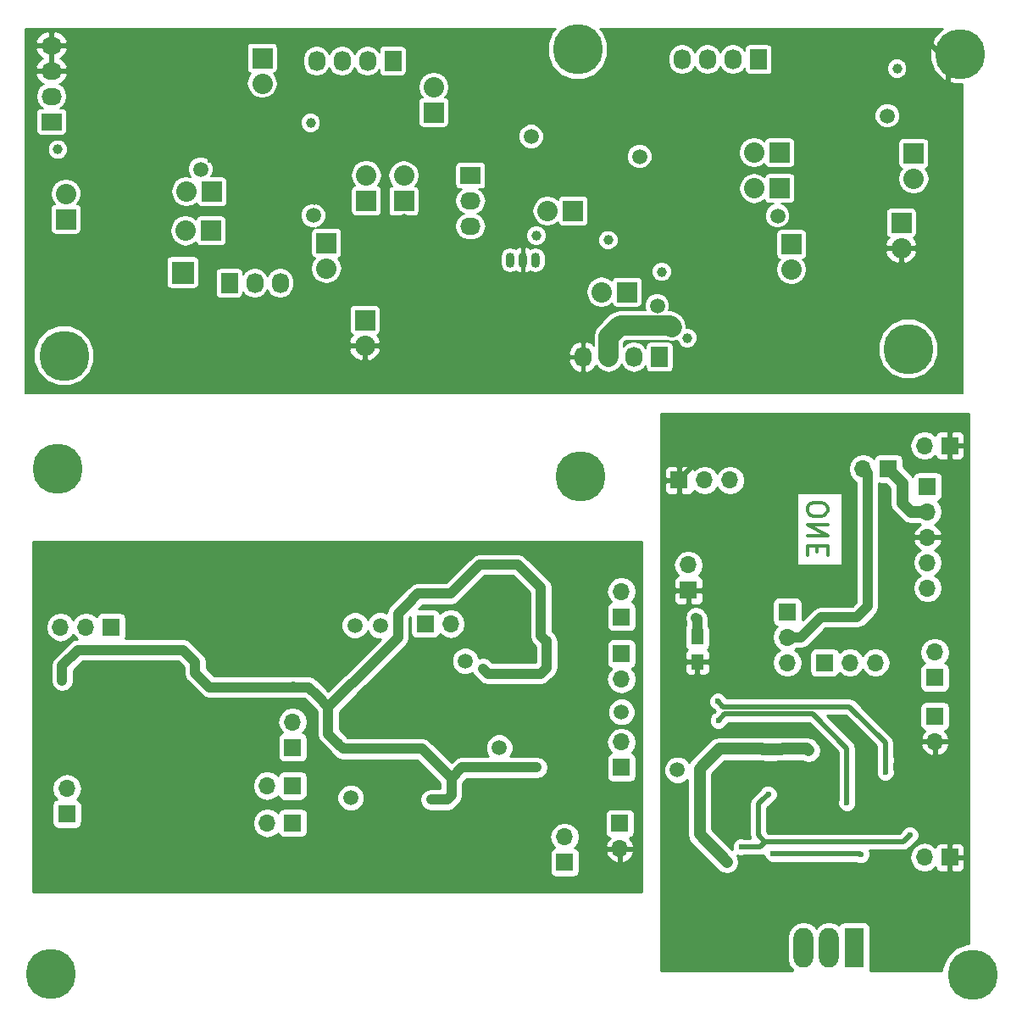
<source format=gbr>
G04 #@! TF.FileFunction,Copper,L2,Bot,Signal*
%FSLAX46Y46*%
G04 Gerber Fmt 4.6, Leading zero omitted, Abs format (unit mm)*
G04 Created by KiCad (PCBNEW 4.0.6) date 05/22/17 18:05:56*
%MOMM*%
%LPD*%
G01*
G04 APERTURE LIST*
%ADD10C,0.100000*%
%ADD11C,0.300000*%
%ADD12C,5.000000*%
%ADD13C,0.600000*%
%ADD14R,2.032000X2.032000*%
%ADD15O,2.032000X2.032000*%
%ADD16C,1.500000*%
%ADD17O,0.899160X1.501140*%
%ADD18C,1.000000*%
%ADD19R,2.235200X2.235200*%
%ADD20R,1.727200X2.032000*%
%ADD21O,1.727200X2.032000*%
%ADD22R,2.032000X1.727200*%
%ADD23O,2.032000X1.727200*%
%ADD24R,1.700000X1.700000*%
%ADD25O,1.700000X1.700000*%
%ADD26R,1.980000X3.960000*%
%ADD27O,1.980000X3.960000*%
%ADD28R,1.250000X1.500000*%
%ADD29C,0.700000*%
%ADD30C,0.800000*%
%ADD31C,0.500000*%
%ADD32C,0.550000*%
%ADD33C,0.177800*%
%ADD34C,0.500000*%
%ADD35C,2.000000*%
%ADD36C,1.000000*%
%ADD37C,0.400000*%
%ADD38C,0.250000*%
%ADD39C,1.200000*%
%ADD40C,0.200000*%
%ADD41C,0.254000*%
G04 APERTURE END LIST*
D10*
D11*
X114625062Y-88195743D02*
X114625062Y-88576695D01*
X114720300Y-88767171D01*
X114910776Y-88957648D01*
X115291729Y-89052886D01*
X115958395Y-89052886D01*
X116339348Y-88957648D01*
X116529824Y-88767171D01*
X116625062Y-88576695D01*
X116625062Y-88195743D01*
X116529824Y-88005267D01*
X116339348Y-87814790D01*
X115958395Y-87719552D01*
X115291729Y-87719552D01*
X114910776Y-87814790D01*
X114720300Y-88005267D01*
X114625062Y-88195743D01*
X116625062Y-89910028D02*
X114625062Y-89910028D01*
X116625062Y-91052886D01*
X114625062Y-91052886D01*
X115577443Y-92005266D02*
X115577443Y-92671933D01*
X116625062Y-92957647D02*
X116625062Y-92005266D01*
X114625062Y-92005266D01*
X114625062Y-92957647D01*
D12*
X91690300Y-42468600D03*
D13*
X93565300Y-42468600D03*
X93016125Y-43794425D03*
X91690300Y-44343600D03*
X90364475Y-43794425D03*
X89815300Y-42468600D03*
X90364475Y-41142775D03*
X91690300Y-40593600D03*
X93016125Y-41142775D03*
D14*
X70560000Y-57580000D03*
D15*
X70560000Y-55040000D03*
D16*
X54000000Y-54410000D03*
X87030000Y-51160000D03*
X65260000Y-59050000D03*
X97860000Y-53150000D03*
X99610000Y-68080000D03*
X122610000Y-49090000D03*
X111630000Y-59080000D03*
D17*
X86220000Y-63500000D03*
X87490000Y-63500000D03*
X84950000Y-63500000D03*
D18*
X39740000Y-52460000D03*
X123570000Y-44380000D03*
X102610000Y-71280000D03*
X87550000Y-61050000D03*
X94720000Y-61510000D03*
X100070000Y-64660000D03*
X64980000Y-49780000D03*
D19*
X52220300Y-64749900D03*
D20*
X73210000Y-43620000D03*
D21*
X70670000Y-43620000D03*
X68130000Y-43620000D03*
X65590000Y-43620000D03*
D20*
X109740000Y-43460000D03*
D21*
X107200000Y-43460000D03*
X104660000Y-43460000D03*
X102120000Y-43460000D03*
D20*
X56870000Y-65810000D03*
D21*
X59410000Y-65810000D03*
X61950000Y-65810000D03*
D22*
X80970000Y-55060000D03*
D23*
X80970000Y-57600000D03*
X80970000Y-60140000D03*
D14*
X74300000Y-57610000D03*
D15*
X74300000Y-55070000D03*
D14*
X111840000Y-52770000D03*
D15*
X109300000Y-52770000D03*
D14*
X111860000Y-56350000D03*
D15*
X109320000Y-56350000D03*
D14*
X96610000Y-66700000D03*
D15*
X94070000Y-66700000D03*
D14*
X66570000Y-61810000D03*
D15*
X66570000Y-64350000D03*
D14*
X125250000Y-52850000D03*
D15*
X125250000Y-55390000D03*
D14*
X91210000Y-58600000D03*
D15*
X88670000Y-58600000D03*
D14*
X55042240Y-60571600D03*
D15*
X52502240Y-60571600D03*
D14*
X55123520Y-56670160D03*
D15*
X52583520Y-56670160D03*
D14*
X113040000Y-61930000D03*
D15*
X113040000Y-64470000D03*
D14*
X70430000Y-69500000D03*
D15*
X70430000Y-72040000D03*
D14*
X124010000Y-59770000D03*
D15*
X124010000Y-62310000D03*
D14*
X40543920Y-59413360D03*
D15*
X40543920Y-56873360D03*
D14*
X77290000Y-48750000D03*
D15*
X77290000Y-46210000D03*
D14*
X60160000Y-43320000D03*
D15*
X60160000Y-45860000D03*
D22*
X39110000Y-49690000D03*
D23*
X39110000Y-47150000D03*
X39110000Y-44610000D03*
X39110000Y-42070000D03*
D20*
X99850000Y-73190000D03*
D21*
X97310000Y-73190000D03*
X94770000Y-73190000D03*
X92230000Y-73190000D03*
D24*
X96034300Y-114161400D03*
D25*
X96034300Y-111621400D03*
D24*
X96034300Y-99111900D03*
D25*
X96034300Y-96571900D03*
D24*
X63192100Y-119711300D03*
D25*
X60652100Y-119711300D03*
D24*
X63166700Y-115990200D03*
D25*
X60626700Y-115990200D03*
D24*
X95869200Y-119749400D03*
D25*
X95869200Y-122289400D03*
D16*
X80438700Y-103531500D03*
X71929700Y-99975500D03*
X96034300Y-108624200D03*
X69402400Y-99962800D03*
X83829600Y-112180200D03*
X68983300Y-117184000D03*
D24*
X63179400Y-112154800D03*
D25*
X63179400Y-109614800D03*
D24*
X45056500Y-100140600D03*
D25*
X42516500Y-100140600D03*
X39976500Y-100140600D03*
D24*
X40624200Y-118796900D03*
D25*
X40624200Y-116256900D03*
D24*
X76438200Y-99810400D03*
D25*
X78978200Y-99810400D03*
D24*
X96034300Y-102807600D03*
D25*
X96034300Y-105347600D03*
D24*
X90357400Y-123635600D03*
D25*
X90357400Y-121095600D03*
D26*
X119298300Y-132204700D03*
D27*
X116758300Y-132204700D03*
X114218300Y-132204700D03*
D24*
X128848700Y-123136900D03*
D25*
X126308700Y-123136900D03*
D24*
X128848700Y-82014300D03*
D25*
X126308700Y-82014300D03*
D24*
X127337400Y-105204500D03*
D25*
X127337400Y-102664500D03*
D24*
X126613500Y-86091000D03*
D25*
X126613500Y-88631000D03*
X126613500Y-91171000D03*
X126613500Y-93711000D03*
X126613500Y-96251000D03*
D28*
X103610300Y-101128600D03*
X103610300Y-103628600D03*
D24*
X112600300Y-98608600D03*
D25*
X112600300Y-101148600D03*
X112600300Y-103688600D03*
D24*
X122701900Y-84325700D03*
D25*
X120161900Y-84325700D03*
D24*
X102720300Y-96478600D03*
D25*
X102720300Y-93938600D03*
D24*
X127350100Y-109039900D03*
D25*
X127350100Y-111579900D03*
D24*
X101800300Y-85478600D03*
D25*
X104340300Y-85478600D03*
X106880300Y-85478600D03*
D24*
X116326500Y-103693200D03*
D25*
X118866500Y-103693200D03*
X121406500Y-103693200D03*
D16*
X101630300Y-114418600D03*
D12*
X129890300Y-42918600D03*
D13*
X131765300Y-42918600D03*
X131216125Y-44244425D03*
X129890300Y-44793600D03*
X128564475Y-44244425D03*
X128015300Y-42918600D03*
X128564475Y-41592775D03*
X129890300Y-41043600D03*
X131216125Y-41592775D03*
D12*
X40350300Y-73038600D03*
D13*
X42225300Y-73038600D03*
X41676125Y-74364425D03*
X40350300Y-74913600D03*
X39024475Y-74364425D03*
X38475300Y-73038600D03*
X39024475Y-71712775D03*
X40350300Y-71163600D03*
X41676125Y-71712775D03*
D12*
X39060300Y-134838600D03*
D13*
X40935300Y-134838600D03*
X40386125Y-136164425D03*
X39060300Y-136713600D03*
X37734475Y-136164425D03*
X37185300Y-134838600D03*
X37734475Y-133512775D03*
X39060300Y-132963600D03*
X40386125Y-133512775D03*
D12*
X124710300Y-72388600D03*
D13*
X126585300Y-72388600D03*
X126036125Y-73714425D03*
X124710300Y-74263600D03*
X123384475Y-73714425D03*
X122835300Y-72388600D03*
X123384475Y-71062775D03*
X124710300Y-70513600D03*
X126036125Y-71062775D03*
D12*
X91950300Y-85088600D03*
D13*
X93825300Y-85088600D03*
X93276125Y-86414425D03*
X91950300Y-86963600D03*
X90624475Y-86414425D03*
X90075300Y-85088600D03*
X90624475Y-83762775D03*
X91950300Y-83213600D03*
X93276125Y-83762775D03*
D12*
X39710300Y-84328600D03*
D13*
X41585300Y-84328600D03*
X41036125Y-85654425D03*
X39710300Y-86203600D03*
X38384475Y-85654425D03*
X37835300Y-84328600D03*
X38384475Y-83002775D03*
X39710300Y-82453600D03*
X41036125Y-83002775D03*
D12*
X131170300Y-134858600D03*
D13*
X133045300Y-134858600D03*
X132496125Y-136184425D03*
X131170300Y-136733600D03*
X129844475Y-136184425D03*
X129295300Y-134858600D03*
X129844475Y-133532775D03*
X131170300Y-132983600D03*
X132496125Y-133532775D03*
X105740000Y-52630000D03*
D29*
X56330000Y-41540000D03*
D13*
X57230000Y-41080000D03*
X43350000Y-41240000D03*
X45320000Y-41600000D03*
D29*
X42150000Y-43440000D03*
D13*
X41250000Y-42320000D03*
X44010000Y-42530000D03*
X128040000Y-46700000D03*
X125440000Y-41780000D03*
X120230000Y-42830000D03*
X128710000Y-43710000D03*
X125700000Y-44430000D03*
D30*
X118480000Y-44910000D03*
D13*
X113120000Y-41900000D03*
D30*
X113330000Y-50220000D03*
D13*
X111710000Y-48690000D03*
X109930000Y-47430000D03*
D30*
X107760000Y-46390000D03*
D13*
X109260000Y-49720000D03*
X75440000Y-71150000D03*
D29*
X45970000Y-43460000D03*
X44360000Y-43480000D03*
X47780000Y-50570000D03*
D30*
X72080000Y-46660000D03*
X63300000Y-64510000D03*
X85150000Y-60950000D03*
X86000000Y-61880000D03*
D13*
X110950000Y-65180000D03*
X110690000Y-64280000D03*
X104520000Y-62520000D03*
X96450000Y-61810000D03*
D30*
X96710000Y-63360000D03*
X114240000Y-52970000D03*
D13*
X94060000Y-52340000D03*
D30*
X100940000Y-45490000D03*
X98670000Y-44190000D03*
X88580000Y-49660000D03*
X88890000Y-48080000D03*
X82450000Y-51080000D03*
X80200000Y-50970000D03*
D13*
X86940000Y-53210000D03*
X85680000Y-54070000D03*
D30*
X63110000Y-67700000D03*
X61180000Y-70090000D03*
X59200000Y-68460000D03*
X50120000Y-61680000D03*
X50060000Y-59250000D03*
X50190000Y-54710000D03*
D29*
X39370000Y-54140000D03*
D13*
X54950000Y-53480000D03*
X55030000Y-52160000D03*
D29*
X67510000Y-58160000D03*
D13*
X70160000Y-52740000D03*
D30*
X65370000Y-57550000D03*
D13*
X60290000Y-62200000D03*
D30*
X61870000Y-49340000D03*
X70420000Y-73850000D03*
X74320000Y-59270000D03*
D13*
X80570000Y-67510000D03*
X82420000Y-67510000D03*
X129150300Y-96268600D03*
X129270300Y-93668600D03*
X129270300Y-91158600D03*
X129190300Y-88528600D03*
X129230300Y-86018600D03*
X121860300Y-100778600D03*
X116190300Y-101328600D03*
X117840300Y-101088600D03*
X119850300Y-101088600D03*
D31*
X101770300Y-119368600D03*
X101770300Y-121578600D03*
X101770300Y-123558600D03*
X101690300Y-125568600D03*
X101800300Y-128118600D03*
D13*
X105940300Y-89108600D03*
X110010300Y-106368600D03*
X108310300Y-106298600D03*
X104920300Y-81518600D03*
X106290300Y-80148600D03*
X106410300Y-82588600D03*
X108310300Y-82508600D03*
X109010300Y-125848600D03*
X108840300Y-128678600D03*
X110690300Y-130238600D03*
X110600300Y-132978600D03*
X108350300Y-133098600D03*
X108030300Y-130368600D03*
X105910300Y-130488600D03*
X105850300Y-133138600D03*
X124924400Y-125524500D03*
X124581500Y-132001500D03*
X129420200Y-131582400D03*
X128810600Y-125600700D03*
X128861400Y-80033100D03*
X122371700Y-92987100D03*
X124264000Y-91171000D03*
X122651100Y-91399600D03*
X123362300Y-92225100D03*
X121939900Y-88465900D03*
D31*
X115031100Y-116609100D03*
X116478900Y-115059700D03*
X115031100Y-115008900D03*
X116478900Y-116583700D03*
X115751700Y-115798900D03*
D13*
X118282300Y-83131900D03*
X117837800Y-81265000D03*
X117837800Y-79728300D03*
X119438000Y-79728300D03*
X120746100Y-79728300D03*
X122701900Y-79753700D03*
X124543400Y-79893400D03*
X126105500Y-79982300D03*
X127527900Y-80007700D03*
X114104000Y-80414100D03*
X112389500Y-83246200D03*
X114319900Y-83284300D03*
X113202300Y-82268300D03*
X108491500Y-80319800D03*
X112770500Y-80414100D03*
D18*
X100815000Y-70075000D03*
X99180000Y-70040000D03*
D13*
X87576100Y-114174100D03*
X77022400Y-117374500D03*
X67738700Y-111786500D03*
X79054400Y-116955400D03*
X85252000Y-104801500D03*
X86776000Y-104801500D03*
X67903800Y-106947800D03*
X69123000Y-105754000D03*
D30*
X82178600Y-104293500D03*
D13*
X40154300Y-104014100D03*
X40167000Y-105461900D03*
X57616800Y-106160400D03*
X56372200Y-106173100D03*
X54937100Y-106160400D03*
X88566700Y-101537600D03*
X88566700Y-102820300D03*
X88566700Y-104217300D03*
X64792300Y-106160400D03*
X66722700Y-109411600D03*
X65700350Y-107068450D03*
X66684600Y-108065400D03*
X66690950Y-108059050D03*
X66735400Y-110808600D03*
X93100600Y-123826100D03*
X83169200Y-124702400D03*
X72082100Y-124130900D03*
X69999300Y-124143600D03*
D30*
X83651800Y-102629800D03*
D13*
X41449700Y-109398900D03*
X41437000Y-108598800D03*
X59972650Y-107874900D03*
D30*
X86356900Y-96889400D03*
D13*
X45399400Y-122479900D03*
X51609700Y-122492600D03*
X73034600Y-114085200D03*
X90116100Y-100712100D03*
X92059200Y-100712100D03*
X38757300Y-109500500D03*
X66405200Y-95124100D03*
X63903300Y-104877700D03*
X66392500Y-104903100D03*
X52701900Y-110224400D03*
X52701900Y-108598800D03*
X87499900Y-112281800D03*
X83677200Y-107735200D03*
X83943900Y-110453000D03*
X60023450Y-93987450D03*
X58315300Y-109513200D03*
X58315300Y-107735200D03*
X75676200Y-117234800D03*
X75625400Y-115406000D03*
X122435200Y-113421400D03*
X105658500Y-107566700D03*
X122397100Y-114653300D03*
X105709300Y-109471700D03*
X118561700Y-117701300D03*
X107995300Y-122095500D03*
X124860900Y-120901700D03*
X110713100Y-116837700D03*
D31*
X110052700Y-117472700D03*
D13*
X103480300Y-99198600D03*
D18*
X103850300Y-114348600D03*
D13*
X111905358Y-112332373D03*
X110230500Y-112367300D03*
D18*
X106572900Y-123594100D03*
D13*
X111170300Y-122781300D03*
X119933300Y-122882900D03*
X111119500Y-112367300D03*
D30*
X114726300Y-112468900D03*
D32*
X56330000Y-41540000D02*
X56770000Y-41540000D01*
X56770000Y-41540000D02*
X57230000Y-41080000D01*
X43350000Y-41240000D02*
X44960000Y-41240000D01*
X44960000Y-41240000D02*
X45320000Y-41600000D01*
X43350000Y-41240000D02*
X43350000Y-41870000D01*
X41250000Y-41890000D02*
X41900000Y-41240000D01*
X41900000Y-41240000D02*
X43350000Y-41240000D01*
X42150000Y-43440000D02*
X42150000Y-43220000D01*
X42150000Y-43220000D02*
X41250000Y-42320000D01*
X41250000Y-42320000D02*
X41250000Y-41890000D01*
X43350000Y-41870000D02*
X44010000Y-42530000D01*
X128040000Y-46700000D02*
X127970000Y-46700000D01*
X128710000Y-46030000D02*
X128040000Y-46700000D01*
X125440000Y-41780000D02*
X126780000Y-41780000D01*
X124390000Y-42830000D02*
X125440000Y-41780000D01*
X117630000Y-41900000D02*
X119300000Y-41900000D01*
X119300000Y-41900000D02*
X120230000Y-42830000D01*
X120230000Y-42830000D02*
X124390000Y-42830000D01*
X126780000Y-41780000D02*
X128710000Y-43710000D01*
X128710000Y-43710000D02*
X128710000Y-46030000D01*
X127970000Y-46700000D02*
X125700000Y-44430000D01*
X118480000Y-44910000D02*
X118480000Y-42750000D01*
X117630000Y-41900000D02*
X113120000Y-41900000D01*
X118480000Y-42750000D02*
X117630000Y-41900000D01*
X113330000Y-50220000D02*
X113240000Y-50220000D01*
X113240000Y-50220000D02*
X111710000Y-48690000D01*
X109930000Y-47430000D02*
X109930000Y-49050000D01*
X108890000Y-46390000D02*
X109930000Y-47430000D01*
X107760000Y-46390000D02*
X108890000Y-46390000D01*
X109930000Y-49050000D02*
X109260000Y-49720000D01*
X75440000Y-71150000D02*
X75440000Y-71160000D01*
D33*
X128848700Y-82014300D02*
X128848700Y-85637000D01*
X129150300Y-93788600D02*
X129150300Y-96268600D01*
X129270300Y-93668600D02*
X129150300Y-93788600D01*
X129270300Y-88608600D02*
X129270300Y-91158600D01*
X129190300Y-88528600D02*
X129270300Y-88608600D01*
X128848700Y-85637000D02*
X129230300Y-86018600D01*
X119850300Y-101088600D02*
X117840300Y-101088600D01*
D34*
X101770300Y-123558600D02*
X101770300Y-121578600D01*
X101690300Y-128008600D02*
X101690300Y-125568600D01*
X101800300Y-128118600D02*
X101690300Y-128008600D01*
X108380300Y-106368600D02*
X110010300Y-106368600D01*
X108310300Y-106298600D02*
X108380300Y-106368600D01*
X104770300Y-82508600D02*
X101800300Y-85478600D01*
X104770300Y-81668600D02*
X104770300Y-82508600D01*
X104920300Y-81518600D02*
X104770300Y-81668600D01*
X106290300Y-82468600D02*
X106290300Y-80148600D01*
X106410300Y-82588600D02*
X106290300Y-82468600D01*
X108310300Y-80501000D02*
X108310300Y-82508600D01*
X108491500Y-80319800D02*
X108310300Y-80501000D01*
X109010300Y-128508600D02*
X109010300Y-125848600D01*
X108840300Y-128678600D02*
X109010300Y-128508600D01*
X110690300Y-132888600D02*
X110690300Y-130238600D01*
X110600300Y-132978600D02*
X110690300Y-132888600D01*
X108350300Y-130688600D02*
X108350300Y-133098600D01*
X108030300Y-130368600D02*
X108350300Y-130688600D01*
X105910300Y-133078600D02*
X105910300Y-130488600D01*
X105850300Y-133138600D02*
X105910300Y-133078600D01*
D33*
X124924400Y-128915400D02*
X124924400Y-125524500D01*
X124581500Y-129258300D02*
X124924400Y-128915400D01*
X124581500Y-132001500D02*
X124581500Y-129258300D01*
X129420200Y-126210300D02*
X129420200Y-131582400D01*
X128810600Y-125600700D02*
X129420200Y-126210300D01*
D34*
X126613500Y-91171000D02*
X124264000Y-91171000D01*
X124264000Y-91171000D02*
X124416400Y-91171000D01*
X124416400Y-91171000D02*
X123362300Y-92225100D01*
X115742300Y-115796300D02*
X115749100Y-115796300D01*
X115749100Y-115796300D02*
X115751700Y-115798900D01*
D33*
X118282300Y-81709500D02*
X118282300Y-83131900D01*
X117837800Y-81265000D02*
X118282300Y-81709500D01*
X119438000Y-79728300D02*
X117837800Y-79728300D01*
X122676500Y-79728300D02*
X120746100Y-79728300D01*
X122701900Y-79753700D02*
X122676500Y-79728300D01*
X126016600Y-79893400D02*
X124543400Y-79893400D01*
X126105500Y-79982300D02*
X126016600Y-79893400D01*
X128836000Y-80007700D02*
X127527900Y-80007700D01*
X128861400Y-80033100D02*
X128836000Y-80007700D01*
D34*
X114104000Y-80414100D02*
X112770500Y-80414100D01*
D35*
X100810000Y-70040000D02*
X100810000Y-70070000D01*
X100810000Y-70070000D02*
X100815000Y-70075000D01*
X99180000Y-70040000D02*
X100810000Y-70040000D01*
X100810000Y-70040000D02*
X100930000Y-70040000D01*
X100930000Y-70040000D02*
X101060000Y-70170000D01*
X94770000Y-71140000D02*
X94770000Y-73190000D01*
X95890000Y-70020000D02*
X94770000Y-71140000D01*
X99160000Y-70020000D02*
X95890000Y-70020000D01*
X99180000Y-70040000D02*
X99160000Y-70020000D01*
D36*
X87576100Y-114174100D02*
X80121200Y-114174100D01*
X80121200Y-114174100D02*
X79054400Y-115240900D01*
X79054400Y-116955400D02*
X79041700Y-116955400D01*
X78622600Y-117374500D02*
X77022400Y-117374500D01*
X79041700Y-116955400D02*
X78622600Y-117374500D01*
X79054400Y-116955400D02*
X79054400Y-115240900D01*
X67738700Y-111811900D02*
X68221300Y-112294500D01*
X76108000Y-112294500D02*
X68221300Y-112294500D01*
X79054400Y-115240900D02*
X76108000Y-112294500D01*
X69123000Y-105754000D02*
X69161100Y-105754000D01*
X81873800Y-93904900D02*
X85671100Y-93904900D01*
X80197400Y-95581300D02*
X81873800Y-93904900D01*
X87995200Y-100445400D02*
X87995200Y-101055000D01*
X87995200Y-96229000D02*
X87995200Y-100445400D01*
X85671100Y-93904900D02*
X87995200Y-96229000D01*
X78965500Y-96813200D02*
X80197400Y-95581300D01*
X75701600Y-96813200D02*
X78965500Y-96813200D01*
X74545900Y-97968900D02*
X75701600Y-96813200D01*
X87995200Y-101055000D02*
X88566700Y-101626500D01*
X73720400Y-98794400D02*
X74545900Y-97968900D01*
X73720400Y-101194700D02*
X73720400Y-98794400D01*
X69161100Y-105754000D02*
X73720400Y-101194700D01*
X67738700Y-111811900D02*
X67738700Y-111786500D01*
X67726000Y-111799200D02*
X67738700Y-111786500D01*
X67738700Y-111786500D02*
X67726000Y-111799200D01*
X67903800Y-106947800D02*
X67929200Y-106947800D01*
X67929200Y-106947800D02*
X69123000Y-105754000D01*
X68424500Y-106452500D02*
X69123000Y-105754000D01*
X66811600Y-108065400D02*
X66684600Y-108065400D01*
X66811600Y-108065400D02*
X68424500Y-106452500D01*
X82178600Y-104293500D02*
X82686600Y-104801500D01*
X88541300Y-104217300D02*
X88566700Y-104217300D01*
X87957100Y-104801500D02*
X88541300Y-104217300D01*
X87398300Y-104801500D02*
X87957100Y-104801500D01*
X82686600Y-104801500D02*
X85252000Y-104801500D01*
X85252000Y-104801500D02*
X86776000Y-104801500D01*
X86776000Y-104801500D02*
X87398300Y-104801500D01*
X62582500Y-106160400D02*
X57616800Y-106160400D01*
X40154300Y-104014100D02*
X40167000Y-104026800D01*
X40167000Y-104026800D02*
X40167000Y-104153800D01*
X40167000Y-105461900D02*
X40167000Y-104153800D01*
D34*
X40167000Y-104153800D02*
X40167000Y-104001400D01*
D36*
X54886300Y-106160400D02*
X53451200Y-104725300D01*
X53451200Y-104725300D02*
X53451200Y-103658500D01*
X53451200Y-103658500D02*
X52219300Y-102426600D01*
X52219300Y-102426600D02*
X41741800Y-102426600D01*
X41741800Y-102426600D02*
X40167000Y-104001400D01*
X54937100Y-106160400D02*
X54886300Y-106160400D01*
D34*
X56372200Y-106173100D02*
X56372200Y-106160400D01*
X56372200Y-106160400D02*
X56372200Y-106173100D01*
X56372200Y-106173100D02*
X56372200Y-106160400D01*
D36*
X63242900Y-106160400D02*
X62582500Y-106160400D01*
X63242900Y-106135000D02*
X63242900Y-106160400D01*
X63242900Y-106135000D02*
X63242900Y-106160400D01*
X64792300Y-106160400D02*
X63242900Y-106160400D01*
X57616800Y-106160400D02*
X56372200Y-106160400D01*
X56372200Y-106160400D02*
X54937100Y-106160400D01*
X88566700Y-101537600D02*
X88566700Y-101626500D01*
X88566700Y-101626500D02*
X88566700Y-102820300D01*
X88566700Y-102820300D02*
X88566700Y-104217300D01*
X65700350Y-107068450D02*
X64792300Y-106160400D01*
X67738700Y-111811900D02*
X66735400Y-110808600D01*
X66722700Y-109411600D02*
X66735400Y-109411600D01*
X66735400Y-109411600D02*
X66722700Y-109411600D01*
X66722700Y-109411600D02*
X66735400Y-109411600D01*
X66684600Y-108065400D02*
X66690950Y-108059050D01*
X66735400Y-110745100D02*
X66735400Y-110808600D01*
X66735400Y-108103500D02*
X65700350Y-107068450D01*
X66735400Y-110745100D02*
X66735400Y-109411600D01*
X66735400Y-109411600D02*
X66735400Y-108103500D01*
D37*
X59972650Y-107874900D02*
X59979000Y-107874900D01*
D34*
X105658500Y-107566700D02*
X106191900Y-108100100D01*
X106191900Y-108100100D02*
X118815700Y-108100100D01*
X118815700Y-108100100D02*
X122397100Y-111681500D01*
X122397100Y-111681500D02*
X122397100Y-114653300D01*
X105709300Y-109471700D02*
X106344300Y-108836700D01*
X106344300Y-108836700D02*
X115158100Y-108836700D01*
X115158100Y-108836700D02*
X118561700Y-112240300D01*
X118561700Y-112240300D02*
X118561700Y-117701300D01*
X110332100Y-121562100D02*
X110332100Y-121689100D01*
X110332100Y-121689100D02*
X109925700Y-122095500D01*
X109925700Y-122095500D02*
X107995300Y-122095500D01*
X124860900Y-120901700D02*
X124175100Y-121587500D01*
X124175100Y-121587500D02*
X110357500Y-121587500D01*
X110357500Y-121587500D02*
X110332100Y-121562100D01*
X109709800Y-120939800D02*
X109709800Y-117815600D01*
X110332100Y-121562100D02*
X109709800Y-120939800D01*
D38*
X109709800Y-117815600D02*
X110052700Y-117472700D01*
D34*
X110078100Y-117472700D02*
X110052700Y-117472700D01*
X110713100Y-116837700D02*
X110078100Y-117472700D01*
X109709800Y-117815600D02*
X110052700Y-117472700D01*
D36*
X103610300Y-99328600D02*
X103610300Y-101128600D01*
X103480300Y-99198600D02*
X103610300Y-99328600D01*
X103842400Y-114348600D02*
X103842400Y-114285000D01*
X103850300Y-114348600D02*
X103842400Y-114348600D01*
D34*
X112262500Y-112291100D02*
X112262500Y-112316500D01*
X112262500Y-112291100D02*
X112262500Y-112316500D01*
D39*
X106572900Y-123594100D02*
X103842400Y-120863600D01*
X103842400Y-120863600D02*
X103842400Y-114285000D01*
X103842400Y-114285000D02*
X105810900Y-112316500D01*
X109976500Y-112316500D02*
X110230500Y-112367300D01*
X105810900Y-112316500D02*
X109976500Y-112316500D01*
X110230500Y-112367300D02*
X110357500Y-112367300D01*
D34*
X119831700Y-122781300D02*
X111170300Y-122781300D01*
X119933300Y-122882900D02*
X119831700Y-122781300D01*
D39*
X114726300Y-112468900D02*
X114573900Y-112316500D01*
X114573900Y-112316500D02*
X113557900Y-112316500D01*
X110357500Y-112367300D02*
X111119500Y-112367300D01*
X111119500Y-112367300D02*
X111905358Y-112332373D01*
X111905358Y-112332373D02*
X112262500Y-112316500D01*
X112262500Y-112316500D02*
X113253100Y-112316500D01*
X113557900Y-112316500D02*
X113253100Y-112316500D01*
D36*
X116085200Y-99159300D02*
X115969600Y-99159300D01*
X120619100Y-84782900D02*
X120619100Y-98092500D01*
X119552300Y-99159300D02*
X120619100Y-98092500D01*
X116085200Y-99159300D02*
X119552300Y-99159300D01*
X113980300Y-101148600D02*
X112600300Y-101148600D01*
X115969600Y-99159300D02*
X113980300Y-101148600D01*
D34*
X120619100Y-84782900D02*
X120161900Y-84325700D01*
D39*
X126613500Y-88631000D02*
X124949800Y-88631000D01*
X124111600Y-85735400D02*
X122701900Y-84325700D01*
X124111600Y-87792800D02*
X124111600Y-85735400D01*
X124949800Y-88631000D02*
X124111600Y-87792800D01*
D34*
X123362300Y-84986100D02*
X122701900Y-84325700D01*
D40*
G36*
X89148507Y-40767018D02*
X88690822Y-41869245D01*
X88689781Y-43062719D01*
X89145541Y-44165743D01*
X89988718Y-45010393D01*
X91090945Y-45468078D01*
X92284419Y-45469119D01*
X93387443Y-45013359D01*
X94232093Y-44170182D01*
X94602601Y-43277900D01*
X100756400Y-43277900D01*
X100756400Y-43642100D01*
X100860198Y-44163927D01*
X101155789Y-44606311D01*
X101598173Y-44901902D01*
X102120000Y-45005700D01*
X102641827Y-44901902D01*
X103084211Y-44606311D01*
X103379802Y-44163927D01*
X103390000Y-44112658D01*
X103400198Y-44163927D01*
X103695789Y-44606311D01*
X104138173Y-44901902D01*
X104660000Y-45005700D01*
X105181827Y-44901902D01*
X105624211Y-44606311D01*
X105919802Y-44163927D01*
X105930000Y-44112658D01*
X105940198Y-44163927D01*
X106235789Y-44606311D01*
X106678173Y-44901902D01*
X107200000Y-45005700D01*
X107721827Y-44901902D01*
X108164211Y-44606311D01*
X108366605Y-44303406D01*
X108366605Y-44476000D01*
X108401469Y-44661289D01*
X108510975Y-44831465D01*
X108678061Y-44945630D01*
X108876400Y-44985795D01*
X110603600Y-44985795D01*
X110788889Y-44950931D01*
X110959065Y-44841425D01*
X111073230Y-44674339D01*
X111092731Y-44578040D01*
X122569827Y-44578040D01*
X122721747Y-44945714D01*
X123002806Y-45227264D01*
X123370215Y-45379826D01*
X123768040Y-45380173D01*
X124135714Y-45228253D01*
X124417264Y-44947194D01*
X124569826Y-44579785D01*
X124570173Y-44181960D01*
X124418253Y-43814286D01*
X124137194Y-43532736D01*
X123769785Y-43380174D01*
X123371960Y-43379827D01*
X123004286Y-43531747D01*
X122722736Y-43812806D01*
X122570174Y-44180215D01*
X122569827Y-44578040D01*
X111092731Y-44578040D01*
X111113395Y-44476000D01*
X111113395Y-42444000D01*
X111078531Y-42258711D01*
X110969025Y-42088535D01*
X110801939Y-41974370D01*
X110603600Y-41934205D01*
X108876400Y-41934205D01*
X108691111Y-41969069D01*
X108520935Y-42078575D01*
X108406770Y-42245661D01*
X108366605Y-42444000D01*
X108366605Y-42616594D01*
X108164211Y-42313689D01*
X107721827Y-42018098D01*
X107200000Y-41914300D01*
X106678173Y-42018098D01*
X106235789Y-42313689D01*
X105940198Y-42756073D01*
X105930000Y-42807342D01*
X105919802Y-42756073D01*
X105624211Y-42313689D01*
X105181827Y-42018098D01*
X104660000Y-41914300D01*
X104138173Y-42018098D01*
X103695789Y-42313689D01*
X103400198Y-42756073D01*
X103390000Y-42807342D01*
X103379802Y-42756073D01*
X103084211Y-42313689D01*
X102641827Y-42018098D01*
X102120000Y-41914300D01*
X101598173Y-42018098D01*
X101155789Y-42313689D01*
X100860198Y-42756073D01*
X100756400Y-43277900D01*
X94602601Y-43277900D01*
X94689778Y-43067955D01*
X94690819Y-41874481D01*
X94235059Y-40771457D01*
X93864250Y-40400000D01*
X128166952Y-40400000D01*
X127348507Y-41217018D01*
X126890822Y-42319245D01*
X126889781Y-43512719D01*
X127345541Y-44615743D01*
X128188718Y-45460393D01*
X129290945Y-45918078D01*
X130130000Y-45918810D01*
X130130000Y-76810000D01*
X36480000Y-76810000D01*
X36480000Y-73632719D01*
X37349781Y-73632719D01*
X37805541Y-74735743D01*
X38648718Y-75580393D01*
X39750945Y-76038078D01*
X40944419Y-76039119D01*
X42047443Y-75583359D01*
X42892093Y-74740182D01*
X43349778Y-73637955D01*
X43350818Y-72445009D01*
X68857313Y-72445009D01*
X69031549Y-72865679D01*
X69453973Y-73337992D01*
X70024989Y-73612698D01*
X70276000Y-73504693D01*
X70276000Y-72194000D01*
X70584000Y-72194000D01*
X70584000Y-73504693D01*
X70835011Y-73612698D01*
X70915084Y-73574176D01*
X90776851Y-73574176D01*
X90976162Y-74112629D01*
X91366359Y-74533822D01*
X91848951Y-74763811D01*
X92076000Y-74652983D01*
X92076000Y-73344000D01*
X90910484Y-73344000D01*
X90776851Y-73574176D01*
X70915084Y-73574176D01*
X71406027Y-73337992D01*
X71828451Y-72865679D01*
X71853242Y-72805824D01*
X90776851Y-72805824D01*
X90910484Y-73036000D01*
X92076000Y-73036000D01*
X92076000Y-71727017D01*
X92384000Y-71727017D01*
X92384000Y-73036000D01*
X92404000Y-73036000D01*
X92404000Y-73344000D01*
X92384000Y-73344000D01*
X92384000Y-74652983D01*
X92611049Y-74763811D01*
X93093641Y-74533822D01*
X93483838Y-74112629D01*
X93531348Y-73984277D01*
X93709340Y-74250660D01*
X93780191Y-74298001D01*
X93805789Y-74336311D01*
X94248173Y-74631902D01*
X94770000Y-74735700D01*
X95291827Y-74631902D01*
X95734211Y-74336311D01*
X95759809Y-74298001D01*
X95830660Y-74250660D01*
X96059610Y-73908013D01*
X96345789Y-74336311D01*
X96788173Y-74631902D01*
X97310000Y-74735700D01*
X97831827Y-74631902D01*
X98274211Y-74336311D01*
X98476605Y-74033406D01*
X98476605Y-74206000D01*
X98511469Y-74391289D01*
X98620975Y-74561465D01*
X98788061Y-74675630D01*
X98986400Y-74715795D01*
X100713600Y-74715795D01*
X100898889Y-74680931D01*
X101069065Y-74571425D01*
X101183230Y-74404339D01*
X101223395Y-74206000D01*
X101223395Y-72982719D01*
X121709781Y-72982719D01*
X122165541Y-74085743D01*
X123008718Y-74930393D01*
X124110945Y-75388078D01*
X125304419Y-75389119D01*
X126407443Y-74933359D01*
X127252093Y-74090182D01*
X127709778Y-72987955D01*
X127710819Y-71794481D01*
X127255059Y-70691457D01*
X126411882Y-69846807D01*
X125309655Y-69389122D01*
X124116181Y-69388081D01*
X123013157Y-69843841D01*
X122168507Y-70687018D01*
X121710822Y-71789245D01*
X121709781Y-72982719D01*
X101223395Y-72982719D01*
X101223395Y-72174000D01*
X101188531Y-71988711D01*
X101079025Y-71818535D01*
X100911939Y-71704370D01*
X100713600Y-71664205D01*
X98986400Y-71664205D01*
X98801111Y-71699069D01*
X98630935Y-71808575D01*
X98516770Y-71975661D01*
X98476605Y-72174000D01*
X98476605Y-72346594D01*
X98274211Y-72043689D01*
X97831827Y-71748098D01*
X97310000Y-71644300D01*
X96788173Y-71748098D01*
X96345789Y-72043689D01*
X96270000Y-72157115D01*
X96270000Y-71761320D01*
X96511320Y-71520000D01*
X99079453Y-71520000D01*
X99180000Y-71540000D01*
X100462300Y-71540000D01*
X100485975Y-71555819D01*
X101060000Y-71670000D01*
X101634025Y-71555819D01*
X101640247Y-71551662D01*
X101761747Y-71845714D01*
X102042806Y-72127264D01*
X102410215Y-72279826D01*
X102808040Y-72280173D01*
X103175714Y-72128253D01*
X103457264Y-71847194D01*
X103609826Y-71479785D01*
X103610173Y-71081960D01*
X103458253Y-70714286D01*
X103177194Y-70432736D01*
X102809785Y-70280174D01*
X102538132Y-70279937D01*
X102560000Y-70170000D01*
X102445819Y-69595975D01*
X102120660Y-69109340D01*
X101990660Y-68979340D01*
X101504025Y-68654181D01*
X100930000Y-68540000D01*
X100772472Y-68540000D01*
X100859783Y-68329731D01*
X100860217Y-67832450D01*
X100670316Y-67372857D01*
X100318993Y-67020919D01*
X99859731Y-66830217D01*
X99362450Y-66829783D01*
X98902857Y-67019684D01*
X98550919Y-67371007D01*
X98360217Y-67830269D01*
X98359783Y-68327550D01*
X98439302Y-68520000D01*
X95890000Y-68520000D01*
X95315975Y-68634181D01*
X94829340Y-68959340D01*
X93709340Y-70079340D01*
X93384181Y-70565975D01*
X93270000Y-71140000D01*
X93270000Y-72036546D01*
X93093641Y-71846178D01*
X92611049Y-71616189D01*
X92384000Y-71727017D01*
X92076000Y-71727017D01*
X91848951Y-71616189D01*
X91366359Y-71846178D01*
X90976162Y-72267371D01*
X90776851Y-72805824D01*
X71853242Y-72805824D01*
X72002687Y-72445009D01*
X71893922Y-72194000D01*
X70584000Y-72194000D01*
X70276000Y-72194000D01*
X68966078Y-72194000D01*
X68857313Y-72445009D01*
X43350818Y-72445009D01*
X43350819Y-72444481D01*
X43016345Y-71634991D01*
X68857313Y-71634991D01*
X68966078Y-71886000D01*
X70276000Y-71886000D01*
X70276000Y-71866000D01*
X70584000Y-71866000D01*
X70584000Y-71886000D01*
X71893922Y-71886000D01*
X72002687Y-71634991D01*
X71828451Y-71214321D01*
X71629036Y-70991355D01*
X71631289Y-70990931D01*
X71801465Y-70881425D01*
X71915630Y-70714339D01*
X71955795Y-70516000D01*
X71955795Y-68484000D01*
X71920931Y-68298711D01*
X71811425Y-68128535D01*
X71644339Y-68014370D01*
X71446000Y-67974205D01*
X69414000Y-67974205D01*
X69228711Y-68009069D01*
X69058535Y-68118575D01*
X68944370Y-68285661D01*
X68904205Y-68484000D01*
X68904205Y-70516000D01*
X68939069Y-70701289D01*
X69048575Y-70871465D01*
X69215661Y-70985630D01*
X69232952Y-70989132D01*
X69031549Y-71214321D01*
X68857313Y-71634991D01*
X43016345Y-71634991D01*
X42895059Y-71341457D01*
X42051882Y-70496807D01*
X40949655Y-70039122D01*
X39756181Y-70038081D01*
X38653157Y-70493841D01*
X37808507Y-71337018D01*
X37350822Y-72439245D01*
X37349781Y-73632719D01*
X36480000Y-73632719D01*
X36480000Y-63632300D01*
X50592905Y-63632300D01*
X50592905Y-65867500D01*
X50627769Y-66052789D01*
X50737275Y-66222965D01*
X50904361Y-66337130D01*
X51102700Y-66377295D01*
X53337900Y-66377295D01*
X53523189Y-66342431D01*
X53693365Y-66232925D01*
X53807530Y-66065839D01*
X53847695Y-65867500D01*
X53847695Y-64794000D01*
X55496605Y-64794000D01*
X55496605Y-66826000D01*
X55531469Y-67011289D01*
X55640975Y-67181465D01*
X55808061Y-67295630D01*
X56006400Y-67335795D01*
X57733600Y-67335795D01*
X57918889Y-67300931D01*
X58089065Y-67191425D01*
X58203230Y-67024339D01*
X58243395Y-66826000D01*
X58243395Y-66653406D01*
X58445789Y-66956311D01*
X58888173Y-67251902D01*
X59410000Y-67355700D01*
X59931827Y-67251902D01*
X60374211Y-66956311D01*
X60669802Y-66513927D01*
X60680000Y-66462658D01*
X60690198Y-66513927D01*
X60985789Y-66956311D01*
X61428173Y-67251902D01*
X61950000Y-67355700D01*
X62471827Y-67251902D01*
X62914211Y-66956311D01*
X63105317Y-66670300D01*
X92554000Y-66670300D01*
X92554000Y-66729700D01*
X92669399Y-67309848D01*
X92998026Y-67801674D01*
X93489852Y-68130301D01*
X94070000Y-68245700D01*
X94650148Y-68130301D01*
X95104977Y-67826395D01*
X95119069Y-67901289D01*
X95228575Y-68071465D01*
X95395661Y-68185630D01*
X95594000Y-68225795D01*
X97626000Y-68225795D01*
X97811289Y-68190931D01*
X97981465Y-68081425D01*
X98095630Y-67914339D01*
X98135795Y-67716000D01*
X98135795Y-65684000D01*
X98100931Y-65498711D01*
X97991425Y-65328535D01*
X97824339Y-65214370D01*
X97626000Y-65174205D01*
X95594000Y-65174205D01*
X95408711Y-65209069D01*
X95238535Y-65318575D01*
X95124370Y-65485661D01*
X95106372Y-65574537D01*
X94650148Y-65269699D01*
X94070000Y-65154300D01*
X93489852Y-65269699D01*
X92998026Y-65598326D01*
X92669399Y-66090152D01*
X92554000Y-66670300D01*
X63105317Y-66670300D01*
X63209802Y-66513927D01*
X63313600Y-65992100D01*
X63313600Y-65627900D01*
X63209802Y-65106073D01*
X62914211Y-64663689D01*
X62471827Y-64368098D01*
X61950000Y-64264300D01*
X61428173Y-64368098D01*
X60985789Y-64663689D01*
X60690198Y-65106073D01*
X60680000Y-65157342D01*
X60669802Y-65106073D01*
X60374211Y-64663689D01*
X59931827Y-64368098D01*
X59410000Y-64264300D01*
X58888173Y-64368098D01*
X58445789Y-64663689D01*
X58243395Y-64966594D01*
X58243395Y-64794000D01*
X58208531Y-64608711D01*
X58099025Y-64438535D01*
X57931939Y-64324370D01*
X57733600Y-64284205D01*
X56006400Y-64284205D01*
X55821111Y-64319069D01*
X55650935Y-64428575D01*
X55536770Y-64595661D01*
X55496605Y-64794000D01*
X53847695Y-64794000D01*
X53847695Y-63632300D01*
X53812831Y-63447011D01*
X53703325Y-63276835D01*
X53536239Y-63162670D01*
X53337900Y-63122505D01*
X51102700Y-63122505D01*
X50917411Y-63157369D01*
X50747235Y-63266875D01*
X50633070Y-63433961D01*
X50592905Y-63632300D01*
X36480000Y-63632300D01*
X36480000Y-56873360D01*
X38998220Y-56873360D01*
X39113619Y-57453508D01*
X39417525Y-57908337D01*
X39342631Y-57922429D01*
X39172455Y-58031935D01*
X39058290Y-58199021D01*
X39018125Y-58397360D01*
X39018125Y-60429360D01*
X39052989Y-60614649D01*
X39162495Y-60784825D01*
X39329581Y-60898990D01*
X39527920Y-60939155D01*
X41559920Y-60939155D01*
X41745209Y-60904291D01*
X41915385Y-60794785D01*
X42029550Y-60627699D01*
X42046924Y-60541900D01*
X50986240Y-60541900D01*
X50986240Y-60601300D01*
X51101639Y-61181448D01*
X51430266Y-61673274D01*
X51922092Y-62001901D01*
X52502240Y-62117300D01*
X53082388Y-62001901D01*
X53537217Y-61697995D01*
X53551309Y-61772889D01*
X53660815Y-61943065D01*
X53827901Y-62057230D01*
X54026240Y-62097395D01*
X56058240Y-62097395D01*
X56243529Y-62062531D01*
X56413705Y-61953025D01*
X56527870Y-61785939D01*
X56568035Y-61587600D01*
X56568035Y-59555600D01*
X56533171Y-59370311D01*
X56486351Y-59297550D01*
X64009783Y-59297550D01*
X64199684Y-59757143D01*
X64551007Y-60109081D01*
X65010269Y-60299783D01*
X65469081Y-60300183D01*
X65368711Y-60319069D01*
X65198535Y-60428575D01*
X65084370Y-60595661D01*
X65044205Y-60794000D01*
X65044205Y-62826000D01*
X65079069Y-63011289D01*
X65188575Y-63181465D01*
X65355661Y-63295630D01*
X65444537Y-63313628D01*
X65139699Y-63769852D01*
X65024300Y-64350000D01*
X65139699Y-64930148D01*
X65468326Y-65421974D01*
X65960152Y-65750601D01*
X66540300Y-65866000D01*
X66599700Y-65866000D01*
X67179848Y-65750601D01*
X67671674Y-65421974D01*
X68000301Y-64930148D01*
X68014644Y-64858040D01*
X99069827Y-64858040D01*
X99221747Y-65225714D01*
X99502806Y-65507264D01*
X99870215Y-65659826D01*
X100268040Y-65660173D01*
X100635714Y-65508253D01*
X100917264Y-65227194D01*
X101069826Y-64859785D01*
X101070165Y-64470000D01*
X111494300Y-64470000D01*
X111609699Y-65050148D01*
X111938326Y-65541974D01*
X112430152Y-65870601D01*
X113010300Y-65986000D01*
X113069700Y-65986000D01*
X113649848Y-65870601D01*
X114141674Y-65541974D01*
X114470301Y-65050148D01*
X114585700Y-64470000D01*
X114470301Y-63889852D01*
X114166395Y-63435023D01*
X114241289Y-63420931D01*
X114411465Y-63311425D01*
X114525630Y-63144339D01*
X114565795Y-62946000D01*
X114565795Y-62715009D01*
X122437313Y-62715009D01*
X122611549Y-63135679D01*
X123033973Y-63607992D01*
X123604989Y-63882698D01*
X123856000Y-63774693D01*
X123856000Y-62464000D01*
X124164000Y-62464000D01*
X124164000Y-63774693D01*
X124415011Y-63882698D01*
X124986027Y-63607992D01*
X125408451Y-63135679D01*
X125582687Y-62715009D01*
X125473922Y-62464000D01*
X124164000Y-62464000D01*
X123856000Y-62464000D01*
X122546078Y-62464000D01*
X122437313Y-62715009D01*
X114565795Y-62715009D01*
X114565795Y-61904991D01*
X122437313Y-61904991D01*
X122546078Y-62156000D01*
X123856000Y-62156000D01*
X123856000Y-62136000D01*
X124164000Y-62136000D01*
X124164000Y-62156000D01*
X125473922Y-62156000D01*
X125582687Y-61904991D01*
X125408451Y-61484321D01*
X125209036Y-61261355D01*
X125211289Y-61260931D01*
X125381465Y-61151425D01*
X125495630Y-60984339D01*
X125535795Y-60786000D01*
X125535795Y-58754000D01*
X125500931Y-58568711D01*
X125391425Y-58398535D01*
X125224339Y-58284370D01*
X125026000Y-58244205D01*
X122994000Y-58244205D01*
X122808711Y-58279069D01*
X122638535Y-58388575D01*
X122524370Y-58555661D01*
X122484205Y-58754000D01*
X122484205Y-60786000D01*
X122519069Y-60971289D01*
X122628575Y-61141465D01*
X122795661Y-61255630D01*
X122812952Y-61259132D01*
X122611549Y-61484321D01*
X122437313Y-61904991D01*
X114565795Y-61904991D01*
X114565795Y-60914000D01*
X114530931Y-60728711D01*
X114421425Y-60558535D01*
X114254339Y-60444370D01*
X114056000Y-60404205D01*
X112024000Y-60404205D01*
X111838711Y-60439069D01*
X111668535Y-60548575D01*
X111554370Y-60715661D01*
X111514205Y-60914000D01*
X111514205Y-62946000D01*
X111549069Y-63131289D01*
X111658575Y-63301465D01*
X111825661Y-63415630D01*
X111914537Y-63433628D01*
X111609699Y-63889852D01*
X111494300Y-64470000D01*
X101070165Y-64470000D01*
X101070173Y-64461960D01*
X100918253Y-64094286D01*
X100637194Y-63812736D01*
X100269785Y-63660174D01*
X99871960Y-63659827D01*
X99504286Y-63811747D01*
X99222736Y-64092806D01*
X99070174Y-64460215D01*
X99069827Y-64858040D01*
X68014644Y-64858040D01*
X68115700Y-64350000D01*
X68000301Y-63769852D01*
X67696395Y-63315023D01*
X67771289Y-63300931D01*
X67941465Y-63191425D01*
X67953022Y-63174510D01*
X84000420Y-63174510D01*
X84000420Y-63825490D01*
X84072702Y-64188879D01*
X84278546Y-64496944D01*
X84586611Y-64702788D01*
X84950000Y-64775070D01*
X85313389Y-64702788D01*
X85486366Y-64587208D01*
X85827701Y-64805374D01*
X85904217Y-64810325D01*
X86066000Y-64693380D01*
X86066000Y-63654000D01*
X86046000Y-63654000D01*
X86046000Y-63346000D01*
X86066000Y-63346000D01*
X86066000Y-62306620D01*
X86374000Y-62306620D01*
X86374000Y-63346000D01*
X86394000Y-63346000D01*
X86394000Y-63654000D01*
X86374000Y-63654000D01*
X86374000Y-64693380D01*
X86535783Y-64810325D01*
X86612299Y-64805374D01*
X86953634Y-64587208D01*
X87126611Y-64702788D01*
X87490000Y-64775070D01*
X87853389Y-64702788D01*
X88161454Y-64496944D01*
X88367298Y-64188879D01*
X88439580Y-63825490D01*
X88439580Y-63174510D01*
X88367298Y-62811121D01*
X88161454Y-62503056D01*
X87853389Y-62297212D01*
X87490000Y-62224930D01*
X87126611Y-62297212D01*
X86953634Y-62412792D01*
X86612299Y-62194626D01*
X86535783Y-62189675D01*
X86374000Y-62306620D01*
X86066000Y-62306620D01*
X85904217Y-62189675D01*
X85827701Y-62194626D01*
X85486366Y-62412792D01*
X85313389Y-62297212D01*
X84950000Y-62224930D01*
X84586611Y-62297212D01*
X84278546Y-62503056D01*
X84072702Y-62811121D01*
X84000420Y-63174510D01*
X67953022Y-63174510D01*
X68055630Y-63024339D01*
X68095795Y-62826000D01*
X68095795Y-60794000D01*
X68060931Y-60608711D01*
X67951425Y-60438535D01*
X67784339Y-60324370D01*
X67586000Y-60284205D01*
X65554000Y-60284205D01*
X65539865Y-60286865D01*
X65967143Y-60110316D01*
X66319081Y-59758993D01*
X66509783Y-59299731D01*
X66510217Y-58802450D01*
X66320316Y-58342857D01*
X65968993Y-57990919D01*
X65509731Y-57800217D01*
X65012450Y-57799783D01*
X64552857Y-57989684D01*
X64200919Y-58341007D01*
X64010217Y-58800269D01*
X64009783Y-59297550D01*
X56486351Y-59297550D01*
X56423665Y-59200135D01*
X56256579Y-59085970D01*
X56058240Y-59045805D01*
X54026240Y-59045805D01*
X53840951Y-59080669D01*
X53670775Y-59190175D01*
X53556610Y-59357261D01*
X53538612Y-59446137D01*
X53082388Y-59141299D01*
X52502240Y-59025900D01*
X51922092Y-59141299D01*
X51430266Y-59469926D01*
X51101639Y-59961752D01*
X50986240Y-60541900D01*
X42046924Y-60541900D01*
X42069715Y-60429360D01*
X42069715Y-58397360D01*
X42034851Y-58212071D01*
X41925345Y-58041895D01*
X41758259Y-57927730D01*
X41669383Y-57909732D01*
X41974221Y-57453508D01*
X42089620Y-56873360D01*
X42043294Y-56640460D01*
X51067520Y-56640460D01*
X51067520Y-56699860D01*
X51182919Y-57280008D01*
X51511546Y-57771834D01*
X52003372Y-58100461D01*
X52583520Y-58215860D01*
X53163668Y-58100461D01*
X53618497Y-57796555D01*
X53632589Y-57871449D01*
X53742095Y-58041625D01*
X53909181Y-58155790D01*
X54107520Y-58195955D01*
X56139520Y-58195955D01*
X56324809Y-58161091D01*
X56494985Y-58051585D01*
X56609150Y-57884499D01*
X56649315Y-57686160D01*
X56649315Y-55654160D01*
X56614451Y-55468871D01*
X56504945Y-55298695D01*
X56337859Y-55184530D01*
X56139520Y-55144365D01*
X55033665Y-55144365D01*
X55059081Y-55118993D01*
X55091881Y-55040000D01*
X69014300Y-55040000D01*
X69129699Y-55620148D01*
X69433605Y-56074977D01*
X69358711Y-56089069D01*
X69188535Y-56198575D01*
X69074370Y-56365661D01*
X69034205Y-56564000D01*
X69034205Y-58596000D01*
X69069069Y-58781289D01*
X69178575Y-58951465D01*
X69345661Y-59065630D01*
X69544000Y-59105795D01*
X71576000Y-59105795D01*
X71761289Y-59070931D01*
X71931465Y-58961425D01*
X72045630Y-58794339D01*
X72085795Y-58596000D01*
X72085795Y-56564000D01*
X72050931Y-56378711D01*
X71941425Y-56208535D01*
X71774339Y-56094370D01*
X71685463Y-56076372D01*
X71990301Y-55620148D01*
X72099732Y-55070000D01*
X72754300Y-55070000D01*
X72869699Y-55650148D01*
X73173605Y-56104977D01*
X73098711Y-56119069D01*
X72928535Y-56228575D01*
X72814370Y-56395661D01*
X72774205Y-56594000D01*
X72774205Y-58626000D01*
X72809069Y-58811289D01*
X72918575Y-58981465D01*
X73085661Y-59095630D01*
X73284000Y-59135795D01*
X75316000Y-59135795D01*
X75501289Y-59100931D01*
X75671465Y-58991425D01*
X75785630Y-58824339D01*
X75825795Y-58626000D01*
X75825795Y-57600000D01*
X79424300Y-57600000D01*
X79528098Y-58121827D01*
X79823689Y-58564211D01*
X80266073Y-58859802D01*
X80317342Y-58870000D01*
X80266073Y-58880198D01*
X79823689Y-59175789D01*
X79528098Y-59618173D01*
X79424300Y-60140000D01*
X79528098Y-60661827D01*
X79823689Y-61104211D01*
X80266073Y-61399802D01*
X80787900Y-61503600D01*
X81152100Y-61503600D01*
X81673927Y-61399802D01*
X81901055Y-61248040D01*
X86549827Y-61248040D01*
X86701747Y-61615714D01*
X86982806Y-61897264D01*
X87350215Y-62049826D01*
X87748040Y-62050173D01*
X88115714Y-61898253D01*
X88306259Y-61708040D01*
X93719827Y-61708040D01*
X93871747Y-62075714D01*
X94152806Y-62357264D01*
X94520215Y-62509826D01*
X94918040Y-62510173D01*
X95285714Y-62358253D01*
X95567264Y-62077194D01*
X95719826Y-61709785D01*
X95720173Y-61311960D01*
X95568253Y-60944286D01*
X95287194Y-60662736D01*
X94919785Y-60510174D01*
X94521960Y-60509827D01*
X94154286Y-60661747D01*
X93872736Y-60942806D01*
X93720174Y-61310215D01*
X93719827Y-61708040D01*
X88306259Y-61708040D01*
X88397264Y-61617194D01*
X88549826Y-61249785D01*
X88550173Y-60851960D01*
X88398253Y-60484286D01*
X88117194Y-60202736D01*
X87749785Y-60050174D01*
X87351960Y-60049827D01*
X86984286Y-60201747D01*
X86702736Y-60482806D01*
X86550174Y-60850215D01*
X86549827Y-61248040D01*
X81901055Y-61248040D01*
X82116311Y-61104211D01*
X82411902Y-60661827D01*
X82515700Y-60140000D01*
X82411902Y-59618173D01*
X82116311Y-59175789D01*
X81673927Y-58880198D01*
X81622658Y-58870000D01*
X81673927Y-58859802D01*
X82107198Y-58570300D01*
X87154000Y-58570300D01*
X87154000Y-58629700D01*
X87269399Y-59209848D01*
X87598026Y-59701674D01*
X88089852Y-60030301D01*
X88670000Y-60145700D01*
X89250148Y-60030301D01*
X89704977Y-59726395D01*
X89719069Y-59801289D01*
X89828575Y-59971465D01*
X89995661Y-60085630D01*
X90194000Y-60125795D01*
X92226000Y-60125795D01*
X92411289Y-60090931D01*
X92581465Y-59981425D01*
X92695630Y-59814339D01*
X92735795Y-59616000D01*
X92735795Y-57584000D01*
X92700931Y-57398711D01*
X92591425Y-57228535D01*
X92424339Y-57114370D01*
X92226000Y-57074205D01*
X90194000Y-57074205D01*
X90008711Y-57109069D01*
X89838535Y-57218575D01*
X89724370Y-57385661D01*
X89706372Y-57474537D01*
X89250148Y-57169699D01*
X88670000Y-57054300D01*
X88089852Y-57169699D01*
X87598026Y-57498326D01*
X87269399Y-57990152D01*
X87154000Y-58570300D01*
X82107198Y-58570300D01*
X82116311Y-58564211D01*
X82411902Y-58121827D01*
X82515700Y-57600000D01*
X82411902Y-57078173D01*
X82116311Y-56635789D01*
X81813406Y-56433395D01*
X81986000Y-56433395D01*
X82171289Y-56398531D01*
X82292862Y-56320300D01*
X107804000Y-56320300D01*
X107804000Y-56379700D01*
X107919399Y-56959848D01*
X108248026Y-57451674D01*
X108739852Y-57780301D01*
X109320000Y-57895700D01*
X109900148Y-57780301D01*
X110354977Y-57476395D01*
X110369069Y-57551289D01*
X110478575Y-57721465D01*
X110645661Y-57835630D01*
X110844000Y-57875795D01*
X111271093Y-57875795D01*
X110922857Y-58019684D01*
X110570919Y-58371007D01*
X110380217Y-58830269D01*
X110379783Y-59327550D01*
X110569684Y-59787143D01*
X110921007Y-60139081D01*
X111380269Y-60329783D01*
X111877550Y-60330217D01*
X112337143Y-60140316D01*
X112689081Y-59788993D01*
X112879783Y-59329731D01*
X112880217Y-58832450D01*
X112690316Y-58372857D01*
X112338993Y-58020919D01*
X111989495Y-57875795D01*
X112876000Y-57875795D01*
X113061289Y-57840931D01*
X113231465Y-57731425D01*
X113345630Y-57564339D01*
X113385795Y-57366000D01*
X113385795Y-55390000D01*
X123704300Y-55390000D01*
X123819699Y-55970148D01*
X124148326Y-56461974D01*
X124640152Y-56790601D01*
X125220300Y-56906000D01*
X125279700Y-56906000D01*
X125859848Y-56790601D01*
X126351674Y-56461974D01*
X126680301Y-55970148D01*
X126795700Y-55390000D01*
X126680301Y-54809852D01*
X126376395Y-54355023D01*
X126451289Y-54340931D01*
X126621465Y-54231425D01*
X126735630Y-54064339D01*
X126775795Y-53866000D01*
X126775795Y-51834000D01*
X126740931Y-51648711D01*
X126631425Y-51478535D01*
X126464339Y-51364370D01*
X126266000Y-51324205D01*
X124234000Y-51324205D01*
X124048711Y-51359069D01*
X123878535Y-51468575D01*
X123764370Y-51635661D01*
X123724205Y-51834000D01*
X123724205Y-53866000D01*
X123759069Y-54051289D01*
X123868575Y-54221465D01*
X124035661Y-54335630D01*
X124124537Y-54353628D01*
X123819699Y-54809852D01*
X123704300Y-55390000D01*
X113385795Y-55390000D01*
X113385795Y-55334000D01*
X113350931Y-55148711D01*
X113241425Y-54978535D01*
X113074339Y-54864370D01*
X112876000Y-54824205D01*
X110844000Y-54824205D01*
X110658711Y-54859069D01*
X110488535Y-54968575D01*
X110374370Y-55135661D01*
X110356372Y-55224537D01*
X109900148Y-54919699D01*
X109320000Y-54804300D01*
X108739852Y-54919699D01*
X108248026Y-55248326D01*
X107919399Y-55740152D01*
X107804000Y-56320300D01*
X82292862Y-56320300D01*
X82341465Y-56289025D01*
X82455630Y-56121939D01*
X82495795Y-55923600D01*
X82495795Y-54196400D01*
X82460931Y-54011111D01*
X82351425Y-53840935D01*
X82184339Y-53726770D01*
X81986000Y-53686605D01*
X79954000Y-53686605D01*
X79768711Y-53721469D01*
X79598535Y-53830975D01*
X79484370Y-53998061D01*
X79444205Y-54196400D01*
X79444205Y-55923600D01*
X79479069Y-56108889D01*
X79588575Y-56279065D01*
X79755661Y-56393230D01*
X79954000Y-56433395D01*
X80126594Y-56433395D01*
X79823689Y-56635789D01*
X79528098Y-57078173D01*
X79424300Y-57600000D01*
X75825795Y-57600000D01*
X75825795Y-56594000D01*
X75790931Y-56408711D01*
X75681425Y-56238535D01*
X75514339Y-56124370D01*
X75425463Y-56106372D01*
X75730301Y-55650148D01*
X75845700Y-55070000D01*
X75730301Y-54489852D01*
X75401674Y-53998026D01*
X74909848Y-53669399D01*
X74329700Y-53554000D01*
X74270300Y-53554000D01*
X73690152Y-53669399D01*
X73198326Y-53998026D01*
X72869699Y-54489852D01*
X72754300Y-55070000D01*
X72099732Y-55070000D01*
X72105700Y-55040000D01*
X71990301Y-54459852D01*
X71661674Y-53968026D01*
X71169848Y-53639399D01*
X70589700Y-53524000D01*
X70530300Y-53524000D01*
X69950152Y-53639399D01*
X69458326Y-53968026D01*
X69129699Y-54459852D01*
X69014300Y-55040000D01*
X55091881Y-55040000D01*
X55249783Y-54659731D01*
X55250217Y-54162450D01*
X55060316Y-53702857D01*
X54755543Y-53397550D01*
X96609783Y-53397550D01*
X96799684Y-53857143D01*
X97151007Y-54209081D01*
X97610269Y-54399783D01*
X98107550Y-54400217D01*
X98567143Y-54210316D01*
X98919081Y-53858993D01*
X99109783Y-53399731D01*
X99110217Y-52902450D01*
X99043218Y-52740300D01*
X107784000Y-52740300D01*
X107784000Y-52799700D01*
X107899399Y-53379848D01*
X108228026Y-53871674D01*
X108719852Y-54200301D01*
X109300000Y-54315700D01*
X109880148Y-54200301D01*
X110334977Y-53896395D01*
X110349069Y-53971289D01*
X110458575Y-54141465D01*
X110625661Y-54255630D01*
X110824000Y-54295795D01*
X112856000Y-54295795D01*
X113041289Y-54260931D01*
X113211465Y-54151425D01*
X113325630Y-53984339D01*
X113365795Y-53786000D01*
X113365795Y-51754000D01*
X113330931Y-51568711D01*
X113221425Y-51398535D01*
X113054339Y-51284370D01*
X112856000Y-51244205D01*
X110824000Y-51244205D01*
X110638711Y-51279069D01*
X110468535Y-51388575D01*
X110354370Y-51555661D01*
X110336372Y-51644537D01*
X109880148Y-51339699D01*
X109300000Y-51224300D01*
X108719852Y-51339699D01*
X108228026Y-51668326D01*
X107899399Y-52160152D01*
X107784000Y-52740300D01*
X99043218Y-52740300D01*
X98920316Y-52442857D01*
X98568993Y-52090919D01*
X98109731Y-51900217D01*
X97612450Y-51899783D01*
X97152857Y-52089684D01*
X96800919Y-52441007D01*
X96610217Y-52900269D01*
X96609783Y-53397550D01*
X54755543Y-53397550D01*
X54708993Y-53350919D01*
X54249731Y-53160217D01*
X53752450Y-53159783D01*
X53292857Y-53349684D01*
X52940919Y-53701007D01*
X52750217Y-54160269D01*
X52749783Y-54657550D01*
X52939684Y-55117143D01*
X53037042Y-55214671D01*
X52583520Y-55124460D01*
X52003372Y-55239859D01*
X51511546Y-55568486D01*
X51182919Y-56060312D01*
X51067520Y-56640460D01*
X42043294Y-56640460D01*
X41974221Y-56293212D01*
X41645594Y-55801386D01*
X41153768Y-55472759D01*
X40573620Y-55357360D01*
X40514220Y-55357360D01*
X39934072Y-55472759D01*
X39442246Y-55801386D01*
X39113619Y-56293212D01*
X38998220Y-56873360D01*
X36480000Y-56873360D01*
X36480000Y-52658040D01*
X38739827Y-52658040D01*
X38891747Y-53025714D01*
X39172806Y-53307264D01*
X39540215Y-53459826D01*
X39938040Y-53460173D01*
X40305714Y-53308253D01*
X40587264Y-53027194D01*
X40739826Y-52659785D01*
X40740173Y-52261960D01*
X40588253Y-51894286D01*
X40307194Y-51612736D01*
X39939785Y-51460174D01*
X39541960Y-51459827D01*
X39174286Y-51611747D01*
X38892736Y-51892806D01*
X38740174Y-52260215D01*
X38739827Y-52658040D01*
X36480000Y-52658040D01*
X36480000Y-51407550D01*
X85779783Y-51407550D01*
X85969684Y-51867143D01*
X86321007Y-52219081D01*
X86780269Y-52409783D01*
X87277550Y-52410217D01*
X87737143Y-52220316D01*
X88089081Y-51868993D01*
X88279783Y-51409731D01*
X88280217Y-50912450D01*
X88090316Y-50452857D01*
X87738993Y-50100919D01*
X87279731Y-49910217D01*
X86782450Y-49909783D01*
X86322857Y-50099684D01*
X85970919Y-50451007D01*
X85780217Y-50910269D01*
X85779783Y-51407550D01*
X36480000Y-51407550D01*
X36480000Y-44991049D01*
X37536189Y-44991049D01*
X37766178Y-45473641D01*
X38187371Y-45863838D01*
X38353495Y-45925330D01*
X37963689Y-46185789D01*
X37668098Y-46628173D01*
X37564300Y-47150000D01*
X37668098Y-47671827D01*
X37963689Y-48114211D01*
X38266594Y-48316605D01*
X38094000Y-48316605D01*
X37908711Y-48351469D01*
X37738535Y-48460975D01*
X37624370Y-48628061D01*
X37584205Y-48826400D01*
X37584205Y-50553600D01*
X37619069Y-50738889D01*
X37728575Y-50909065D01*
X37895661Y-51023230D01*
X38094000Y-51063395D01*
X40126000Y-51063395D01*
X40311289Y-51028531D01*
X40481465Y-50919025D01*
X40595630Y-50751939D01*
X40635795Y-50553600D01*
X40635795Y-49978040D01*
X63979827Y-49978040D01*
X64131747Y-50345714D01*
X64412806Y-50627264D01*
X64780215Y-50779826D01*
X65178040Y-50780173D01*
X65545714Y-50628253D01*
X65827264Y-50347194D01*
X65979826Y-49979785D01*
X65980173Y-49581960D01*
X65828253Y-49214286D01*
X65547194Y-48932736D01*
X65179785Y-48780174D01*
X64781960Y-48779827D01*
X64414286Y-48931747D01*
X64132736Y-49212806D01*
X63980174Y-49580215D01*
X63979827Y-49978040D01*
X40635795Y-49978040D01*
X40635795Y-48826400D01*
X40600931Y-48641111D01*
X40491425Y-48470935D01*
X40324339Y-48356770D01*
X40126000Y-48316605D01*
X39953406Y-48316605D01*
X40256311Y-48114211D01*
X40551902Y-47671827D01*
X40655700Y-47150000D01*
X40551902Y-46628173D01*
X40256311Y-46185789D01*
X39866505Y-45925330D01*
X40032629Y-45863838D01*
X40036771Y-45860000D01*
X58614300Y-45860000D01*
X58729699Y-46440148D01*
X59058326Y-46931974D01*
X59550152Y-47260601D01*
X60130300Y-47376000D01*
X60189700Y-47376000D01*
X60769848Y-47260601D01*
X61261674Y-46931974D01*
X61590301Y-46440148D01*
X61636080Y-46210000D01*
X75744300Y-46210000D01*
X75859699Y-46790148D01*
X76163605Y-47244977D01*
X76088711Y-47259069D01*
X75918535Y-47368575D01*
X75804370Y-47535661D01*
X75764205Y-47734000D01*
X75764205Y-49766000D01*
X75799069Y-49951289D01*
X75908575Y-50121465D01*
X76075661Y-50235630D01*
X76274000Y-50275795D01*
X78306000Y-50275795D01*
X78491289Y-50240931D01*
X78661465Y-50131425D01*
X78775630Y-49964339D01*
X78815795Y-49766000D01*
X78815795Y-49337550D01*
X121359783Y-49337550D01*
X121549684Y-49797143D01*
X121901007Y-50149081D01*
X122360269Y-50339783D01*
X122857550Y-50340217D01*
X123317143Y-50150316D01*
X123669081Y-49798993D01*
X123859783Y-49339731D01*
X123860217Y-48842450D01*
X123670316Y-48382857D01*
X123318993Y-48030919D01*
X122859731Y-47840217D01*
X122362450Y-47839783D01*
X121902857Y-48029684D01*
X121550919Y-48381007D01*
X121360217Y-48840269D01*
X121359783Y-49337550D01*
X78815795Y-49337550D01*
X78815795Y-47734000D01*
X78780931Y-47548711D01*
X78671425Y-47378535D01*
X78504339Y-47264370D01*
X78415463Y-47246372D01*
X78720301Y-46790148D01*
X78835700Y-46210000D01*
X78720301Y-45629852D01*
X78391674Y-45138026D01*
X77899848Y-44809399D01*
X77319700Y-44694000D01*
X77260300Y-44694000D01*
X76680152Y-44809399D01*
X76188326Y-45138026D01*
X75859699Y-45629852D01*
X75744300Y-46210000D01*
X61636080Y-46210000D01*
X61705700Y-45860000D01*
X61590301Y-45279852D01*
X61286395Y-44825023D01*
X61361289Y-44810931D01*
X61531465Y-44701425D01*
X61645630Y-44534339D01*
X61685795Y-44336000D01*
X61685795Y-43437900D01*
X64226400Y-43437900D01*
X64226400Y-43802100D01*
X64330198Y-44323927D01*
X64625789Y-44766311D01*
X65068173Y-45061902D01*
X65590000Y-45165700D01*
X66111827Y-45061902D01*
X66554211Y-44766311D01*
X66849802Y-44323927D01*
X66860000Y-44272658D01*
X66870198Y-44323927D01*
X67165789Y-44766311D01*
X67608173Y-45061902D01*
X68130000Y-45165700D01*
X68651827Y-45061902D01*
X69094211Y-44766311D01*
X69389802Y-44323927D01*
X69400000Y-44272658D01*
X69410198Y-44323927D01*
X69705789Y-44766311D01*
X70148173Y-45061902D01*
X70670000Y-45165700D01*
X71191827Y-45061902D01*
X71634211Y-44766311D01*
X71836605Y-44463406D01*
X71836605Y-44636000D01*
X71871469Y-44821289D01*
X71980975Y-44991465D01*
X72148061Y-45105630D01*
X72346400Y-45145795D01*
X74073600Y-45145795D01*
X74258889Y-45110931D01*
X74429065Y-45001425D01*
X74543230Y-44834339D01*
X74583395Y-44636000D01*
X74583395Y-42604000D01*
X74548531Y-42418711D01*
X74439025Y-42248535D01*
X74271939Y-42134370D01*
X74073600Y-42094205D01*
X72346400Y-42094205D01*
X72161111Y-42129069D01*
X71990935Y-42238575D01*
X71876770Y-42405661D01*
X71836605Y-42604000D01*
X71836605Y-42776594D01*
X71634211Y-42473689D01*
X71191827Y-42178098D01*
X70670000Y-42074300D01*
X70148173Y-42178098D01*
X69705789Y-42473689D01*
X69410198Y-42916073D01*
X69400000Y-42967342D01*
X69389802Y-42916073D01*
X69094211Y-42473689D01*
X68651827Y-42178098D01*
X68130000Y-42074300D01*
X67608173Y-42178098D01*
X67165789Y-42473689D01*
X66870198Y-42916073D01*
X66860000Y-42967342D01*
X66849802Y-42916073D01*
X66554211Y-42473689D01*
X66111827Y-42178098D01*
X65590000Y-42074300D01*
X65068173Y-42178098D01*
X64625789Y-42473689D01*
X64330198Y-42916073D01*
X64226400Y-43437900D01*
X61685795Y-43437900D01*
X61685795Y-42304000D01*
X61650931Y-42118711D01*
X61541425Y-41948535D01*
X61374339Y-41834370D01*
X61176000Y-41794205D01*
X59144000Y-41794205D01*
X58958711Y-41829069D01*
X58788535Y-41938575D01*
X58674370Y-42105661D01*
X58634205Y-42304000D01*
X58634205Y-44336000D01*
X58669069Y-44521289D01*
X58778575Y-44691465D01*
X58945661Y-44805630D01*
X59034537Y-44823628D01*
X58729699Y-45279852D01*
X58614300Y-45860000D01*
X40036771Y-45860000D01*
X40453822Y-45473641D01*
X40683811Y-44991049D01*
X40572983Y-44764000D01*
X39264000Y-44764000D01*
X39264000Y-44784000D01*
X38956000Y-44784000D01*
X38956000Y-44764000D01*
X37647017Y-44764000D01*
X37536189Y-44991049D01*
X36480000Y-44991049D01*
X36480000Y-42451049D01*
X37536189Y-42451049D01*
X37766178Y-42933641D01*
X38187371Y-43323838D01*
X38231034Y-43340000D01*
X38187371Y-43356162D01*
X37766178Y-43746359D01*
X37536189Y-44228951D01*
X37647017Y-44456000D01*
X38956000Y-44456000D01*
X38956000Y-42224000D01*
X39264000Y-42224000D01*
X39264000Y-44456000D01*
X40572983Y-44456000D01*
X40683811Y-44228951D01*
X40453822Y-43746359D01*
X40032629Y-43356162D01*
X39988966Y-43340000D01*
X40032629Y-43323838D01*
X40453822Y-42933641D01*
X40683811Y-42451049D01*
X40572983Y-42224000D01*
X39264000Y-42224000D01*
X38956000Y-42224000D01*
X37647017Y-42224000D01*
X37536189Y-42451049D01*
X36480000Y-42451049D01*
X36480000Y-41688951D01*
X37536189Y-41688951D01*
X37647017Y-41916000D01*
X38956000Y-41916000D01*
X38956000Y-40750484D01*
X39264000Y-40750484D01*
X39264000Y-41916000D01*
X40572983Y-41916000D01*
X40683811Y-41688951D01*
X40453822Y-41206359D01*
X40032629Y-40816162D01*
X39494176Y-40616851D01*
X39264000Y-40750484D01*
X38956000Y-40750484D01*
X38725824Y-40616851D01*
X38187371Y-40816162D01*
X37766178Y-41206359D01*
X37536189Y-41688951D01*
X36480000Y-41688951D01*
X36480000Y-40400000D01*
X89516166Y-40400000D01*
X89148507Y-40767018D01*
X89148507Y-40767018D01*
G37*
X89148507Y-40767018D02*
X88690822Y-41869245D01*
X88689781Y-43062719D01*
X89145541Y-44165743D01*
X89988718Y-45010393D01*
X91090945Y-45468078D01*
X92284419Y-45469119D01*
X93387443Y-45013359D01*
X94232093Y-44170182D01*
X94602601Y-43277900D01*
X100756400Y-43277900D01*
X100756400Y-43642100D01*
X100860198Y-44163927D01*
X101155789Y-44606311D01*
X101598173Y-44901902D01*
X102120000Y-45005700D01*
X102641827Y-44901902D01*
X103084211Y-44606311D01*
X103379802Y-44163927D01*
X103390000Y-44112658D01*
X103400198Y-44163927D01*
X103695789Y-44606311D01*
X104138173Y-44901902D01*
X104660000Y-45005700D01*
X105181827Y-44901902D01*
X105624211Y-44606311D01*
X105919802Y-44163927D01*
X105930000Y-44112658D01*
X105940198Y-44163927D01*
X106235789Y-44606311D01*
X106678173Y-44901902D01*
X107200000Y-45005700D01*
X107721827Y-44901902D01*
X108164211Y-44606311D01*
X108366605Y-44303406D01*
X108366605Y-44476000D01*
X108401469Y-44661289D01*
X108510975Y-44831465D01*
X108678061Y-44945630D01*
X108876400Y-44985795D01*
X110603600Y-44985795D01*
X110788889Y-44950931D01*
X110959065Y-44841425D01*
X111073230Y-44674339D01*
X111092731Y-44578040D01*
X122569827Y-44578040D01*
X122721747Y-44945714D01*
X123002806Y-45227264D01*
X123370215Y-45379826D01*
X123768040Y-45380173D01*
X124135714Y-45228253D01*
X124417264Y-44947194D01*
X124569826Y-44579785D01*
X124570173Y-44181960D01*
X124418253Y-43814286D01*
X124137194Y-43532736D01*
X123769785Y-43380174D01*
X123371960Y-43379827D01*
X123004286Y-43531747D01*
X122722736Y-43812806D01*
X122570174Y-44180215D01*
X122569827Y-44578040D01*
X111092731Y-44578040D01*
X111113395Y-44476000D01*
X111113395Y-42444000D01*
X111078531Y-42258711D01*
X110969025Y-42088535D01*
X110801939Y-41974370D01*
X110603600Y-41934205D01*
X108876400Y-41934205D01*
X108691111Y-41969069D01*
X108520935Y-42078575D01*
X108406770Y-42245661D01*
X108366605Y-42444000D01*
X108366605Y-42616594D01*
X108164211Y-42313689D01*
X107721827Y-42018098D01*
X107200000Y-41914300D01*
X106678173Y-42018098D01*
X106235789Y-42313689D01*
X105940198Y-42756073D01*
X105930000Y-42807342D01*
X105919802Y-42756073D01*
X105624211Y-42313689D01*
X105181827Y-42018098D01*
X104660000Y-41914300D01*
X104138173Y-42018098D01*
X103695789Y-42313689D01*
X103400198Y-42756073D01*
X103390000Y-42807342D01*
X103379802Y-42756073D01*
X103084211Y-42313689D01*
X102641827Y-42018098D01*
X102120000Y-41914300D01*
X101598173Y-42018098D01*
X101155789Y-42313689D01*
X100860198Y-42756073D01*
X100756400Y-43277900D01*
X94602601Y-43277900D01*
X94689778Y-43067955D01*
X94690819Y-41874481D01*
X94235059Y-40771457D01*
X93864250Y-40400000D01*
X128166952Y-40400000D01*
X127348507Y-41217018D01*
X126890822Y-42319245D01*
X126889781Y-43512719D01*
X127345541Y-44615743D01*
X128188718Y-45460393D01*
X129290945Y-45918078D01*
X130130000Y-45918810D01*
X130130000Y-76810000D01*
X36480000Y-76810000D01*
X36480000Y-73632719D01*
X37349781Y-73632719D01*
X37805541Y-74735743D01*
X38648718Y-75580393D01*
X39750945Y-76038078D01*
X40944419Y-76039119D01*
X42047443Y-75583359D01*
X42892093Y-74740182D01*
X43349778Y-73637955D01*
X43350818Y-72445009D01*
X68857313Y-72445009D01*
X69031549Y-72865679D01*
X69453973Y-73337992D01*
X70024989Y-73612698D01*
X70276000Y-73504693D01*
X70276000Y-72194000D01*
X70584000Y-72194000D01*
X70584000Y-73504693D01*
X70835011Y-73612698D01*
X70915084Y-73574176D01*
X90776851Y-73574176D01*
X90976162Y-74112629D01*
X91366359Y-74533822D01*
X91848951Y-74763811D01*
X92076000Y-74652983D01*
X92076000Y-73344000D01*
X90910484Y-73344000D01*
X90776851Y-73574176D01*
X70915084Y-73574176D01*
X71406027Y-73337992D01*
X71828451Y-72865679D01*
X71853242Y-72805824D01*
X90776851Y-72805824D01*
X90910484Y-73036000D01*
X92076000Y-73036000D01*
X92076000Y-71727017D01*
X92384000Y-71727017D01*
X92384000Y-73036000D01*
X92404000Y-73036000D01*
X92404000Y-73344000D01*
X92384000Y-73344000D01*
X92384000Y-74652983D01*
X92611049Y-74763811D01*
X93093641Y-74533822D01*
X93483838Y-74112629D01*
X93531348Y-73984277D01*
X93709340Y-74250660D01*
X93780191Y-74298001D01*
X93805789Y-74336311D01*
X94248173Y-74631902D01*
X94770000Y-74735700D01*
X95291827Y-74631902D01*
X95734211Y-74336311D01*
X95759809Y-74298001D01*
X95830660Y-74250660D01*
X96059610Y-73908013D01*
X96345789Y-74336311D01*
X96788173Y-74631902D01*
X97310000Y-74735700D01*
X97831827Y-74631902D01*
X98274211Y-74336311D01*
X98476605Y-74033406D01*
X98476605Y-74206000D01*
X98511469Y-74391289D01*
X98620975Y-74561465D01*
X98788061Y-74675630D01*
X98986400Y-74715795D01*
X100713600Y-74715795D01*
X100898889Y-74680931D01*
X101069065Y-74571425D01*
X101183230Y-74404339D01*
X101223395Y-74206000D01*
X101223395Y-72982719D01*
X121709781Y-72982719D01*
X122165541Y-74085743D01*
X123008718Y-74930393D01*
X124110945Y-75388078D01*
X125304419Y-75389119D01*
X126407443Y-74933359D01*
X127252093Y-74090182D01*
X127709778Y-72987955D01*
X127710819Y-71794481D01*
X127255059Y-70691457D01*
X126411882Y-69846807D01*
X125309655Y-69389122D01*
X124116181Y-69388081D01*
X123013157Y-69843841D01*
X122168507Y-70687018D01*
X121710822Y-71789245D01*
X121709781Y-72982719D01*
X101223395Y-72982719D01*
X101223395Y-72174000D01*
X101188531Y-71988711D01*
X101079025Y-71818535D01*
X100911939Y-71704370D01*
X100713600Y-71664205D01*
X98986400Y-71664205D01*
X98801111Y-71699069D01*
X98630935Y-71808575D01*
X98516770Y-71975661D01*
X98476605Y-72174000D01*
X98476605Y-72346594D01*
X98274211Y-72043689D01*
X97831827Y-71748098D01*
X97310000Y-71644300D01*
X96788173Y-71748098D01*
X96345789Y-72043689D01*
X96270000Y-72157115D01*
X96270000Y-71761320D01*
X96511320Y-71520000D01*
X99079453Y-71520000D01*
X99180000Y-71540000D01*
X100462300Y-71540000D01*
X100485975Y-71555819D01*
X101060000Y-71670000D01*
X101634025Y-71555819D01*
X101640247Y-71551662D01*
X101761747Y-71845714D01*
X102042806Y-72127264D01*
X102410215Y-72279826D01*
X102808040Y-72280173D01*
X103175714Y-72128253D01*
X103457264Y-71847194D01*
X103609826Y-71479785D01*
X103610173Y-71081960D01*
X103458253Y-70714286D01*
X103177194Y-70432736D01*
X102809785Y-70280174D01*
X102538132Y-70279937D01*
X102560000Y-70170000D01*
X102445819Y-69595975D01*
X102120660Y-69109340D01*
X101990660Y-68979340D01*
X101504025Y-68654181D01*
X100930000Y-68540000D01*
X100772472Y-68540000D01*
X100859783Y-68329731D01*
X100860217Y-67832450D01*
X100670316Y-67372857D01*
X100318993Y-67020919D01*
X99859731Y-66830217D01*
X99362450Y-66829783D01*
X98902857Y-67019684D01*
X98550919Y-67371007D01*
X98360217Y-67830269D01*
X98359783Y-68327550D01*
X98439302Y-68520000D01*
X95890000Y-68520000D01*
X95315975Y-68634181D01*
X94829340Y-68959340D01*
X93709340Y-70079340D01*
X93384181Y-70565975D01*
X93270000Y-71140000D01*
X93270000Y-72036546D01*
X93093641Y-71846178D01*
X92611049Y-71616189D01*
X92384000Y-71727017D01*
X92076000Y-71727017D01*
X91848951Y-71616189D01*
X91366359Y-71846178D01*
X90976162Y-72267371D01*
X90776851Y-72805824D01*
X71853242Y-72805824D01*
X72002687Y-72445009D01*
X71893922Y-72194000D01*
X70584000Y-72194000D01*
X70276000Y-72194000D01*
X68966078Y-72194000D01*
X68857313Y-72445009D01*
X43350818Y-72445009D01*
X43350819Y-72444481D01*
X43016345Y-71634991D01*
X68857313Y-71634991D01*
X68966078Y-71886000D01*
X70276000Y-71886000D01*
X70276000Y-71866000D01*
X70584000Y-71866000D01*
X70584000Y-71886000D01*
X71893922Y-71886000D01*
X72002687Y-71634991D01*
X71828451Y-71214321D01*
X71629036Y-70991355D01*
X71631289Y-70990931D01*
X71801465Y-70881425D01*
X71915630Y-70714339D01*
X71955795Y-70516000D01*
X71955795Y-68484000D01*
X71920931Y-68298711D01*
X71811425Y-68128535D01*
X71644339Y-68014370D01*
X71446000Y-67974205D01*
X69414000Y-67974205D01*
X69228711Y-68009069D01*
X69058535Y-68118575D01*
X68944370Y-68285661D01*
X68904205Y-68484000D01*
X68904205Y-70516000D01*
X68939069Y-70701289D01*
X69048575Y-70871465D01*
X69215661Y-70985630D01*
X69232952Y-70989132D01*
X69031549Y-71214321D01*
X68857313Y-71634991D01*
X43016345Y-71634991D01*
X42895059Y-71341457D01*
X42051882Y-70496807D01*
X40949655Y-70039122D01*
X39756181Y-70038081D01*
X38653157Y-70493841D01*
X37808507Y-71337018D01*
X37350822Y-72439245D01*
X37349781Y-73632719D01*
X36480000Y-73632719D01*
X36480000Y-63632300D01*
X50592905Y-63632300D01*
X50592905Y-65867500D01*
X50627769Y-66052789D01*
X50737275Y-66222965D01*
X50904361Y-66337130D01*
X51102700Y-66377295D01*
X53337900Y-66377295D01*
X53523189Y-66342431D01*
X53693365Y-66232925D01*
X53807530Y-66065839D01*
X53847695Y-65867500D01*
X53847695Y-64794000D01*
X55496605Y-64794000D01*
X55496605Y-66826000D01*
X55531469Y-67011289D01*
X55640975Y-67181465D01*
X55808061Y-67295630D01*
X56006400Y-67335795D01*
X57733600Y-67335795D01*
X57918889Y-67300931D01*
X58089065Y-67191425D01*
X58203230Y-67024339D01*
X58243395Y-66826000D01*
X58243395Y-66653406D01*
X58445789Y-66956311D01*
X58888173Y-67251902D01*
X59410000Y-67355700D01*
X59931827Y-67251902D01*
X60374211Y-66956311D01*
X60669802Y-66513927D01*
X60680000Y-66462658D01*
X60690198Y-66513927D01*
X60985789Y-66956311D01*
X61428173Y-67251902D01*
X61950000Y-67355700D01*
X62471827Y-67251902D01*
X62914211Y-66956311D01*
X63105317Y-66670300D01*
X92554000Y-66670300D01*
X92554000Y-66729700D01*
X92669399Y-67309848D01*
X92998026Y-67801674D01*
X93489852Y-68130301D01*
X94070000Y-68245700D01*
X94650148Y-68130301D01*
X95104977Y-67826395D01*
X95119069Y-67901289D01*
X95228575Y-68071465D01*
X95395661Y-68185630D01*
X95594000Y-68225795D01*
X97626000Y-68225795D01*
X97811289Y-68190931D01*
X97981465Y-68081425D01*
X98095630Y-67914339D01*
X98135795Y-67716000D01*
X98135795Y-65684000D01*
X98100931Y-65498711D01*
X97991425Y-65328535D01*
X97824339Y-65214370D01*
X97626000Y-65174205D01*
X95594000Y-65174205D01*
X95408711Y-65209069D01*
X95238535Y-65318575D01*
X95124370Y-65485661D01*
X95106372Y-65574537D01*
X94650148Y-65269699D01*
X94070000Y-65154300D01*
X93489852Y-65269699D01*
X92998026Y-65598326D01*
X92669399Y-66090152D01*
X92554000Y-66670300D01*
X63105317Y-66670300D01*
X63209802Y-66513927D01*
X63313600Y-65992100D01*
X63313600Y-65627900D01*
X63209802Y-65106073D01*
X62914211Y-64663689D01*
X62471827Y-64368098D01*
X61950000Y-64264300D01*
X61428173Y-64368098D01*
X60985789Y-64663689D01*
X60690198Y-65106073D01*
X60680000Y-65157342D01*
X60669802Y-65106073D01*
X60374211Y-64663689D01*
X59931827Y-64368098D01*
X59410000Y-64264300D01*
X58888173Y-64368098D01*
X58445789Y-64663689D01*
X58243395Y-64966594D01*
X58243395Y-64794000D01*
X58208531Y-64608711D01*
X58099025Y-64438535D01*
X57931939Y-64324370D01*
X57733600Y-64284205D01*
X56006400Y-64284205D01*
X55821111Y-64319069D01*
X55650935Y-64428575D01*
X55536770Y-64595661D01*
X55496605Y-64794000D01*
X53847695Y-64794000D01*
X53847695Y-63632300D01*
X53812831Y-63447011D01*
X53703325Y-63276835D01*
X53536239Y-63162670D01*
X53337900Y-63122505D01*
X51102700Y-63122505D01*
X50917411Y-63157369D01*
X50747235Y-63266875D01*
X50633070Y-63433961D01*
X50592905Y-63632300D01*
X36480000Y-63632300D01*
X36480000Y-56873360D01*
X38998220Y-56873360D01*
X39113619Y-57453508D01*
X39417525Y-57908337D01*
X39342631Y-57922429D01*
X39172455Y-58031935D01*
X39058290Y-58199021D01*
X39018125Y-58397360D01*
X39018125Y-60429360D01*
X39052989Y-60614649D01*
X39162495Y-60784825D01*
X39329581Y-60898990D01*
X39527920Y-60939155D01*
X41559920Y-60939155D01*
X41745209Y-60904291D01*
X41915385Y-60794785D01*
X42029550Y-60627699D01*
X42046924Y-60541900D01*
X50986240Y-60541900D01*
X50986240Y-60601300D01*
X51101639Y-61181448D01*
X51430266Y-61673274D01*
X51922092Y-62001901D01*
X52502240Y-62117300D01*
X53082388Y-62001901D01*
X53537217Y-61697995D01*
X53551309Y-61772889D01*
X53660815Y-61943065D01*
X53827901Y-62057230D01*
X54026240Y-62097395D01*
X56058240Y-62097395D01*
X56243529Y-62062531D01*
X56413705Y-61953025D01*
X56527870Y-61785939D01*
X56568035Y-61587600D01*
X56568035Y-59555600D01*
X56533171Y-59370311D01*
X56486351Y-59297550D01*
X64009783Y-59297550D01*
X64199684Y-59757143D01*
X64551007Y-60109081D01*
X65010269Y-60299783D01*
X65469081Y-60300183D01*
X65368711Y-60319069D01*
X65198535Y-60428575D01*
X65084370Y-60595661D01*
X65044205Y-60794000D01*
X65044205Y-62826000D01*
X65079069Y-63011289D01*
X65188575Y-63181465D01*
X65355661Y-63295630D01*
X65444537Y-63313628D01*
X65139699Y-63769852D01*
X65024300Y-64350000D01*
X65139699Y-64930148D01*
X65468326Y-65421974D01*
X65960152Y-65750601D01*
X66540300Y-65866000D01*
X66599700Y-65866000D01*
X67179848Y-65750601D01*
X67671674Y-65421974D01*
X68000301Y-64930148D01*
X68014644Y-64858040D01*
X99069827Y-64858040D01*
X99221747Y-65225714D01*
X99502806Y-65507264D01*
X99870215Y-65659826D01*
X100268040Y-65660173D01*
X100635714Y-65508253D01*
X100917264Y-65227194D01*
X101069826Y-64859785D01*
X101070165Y-64470000D01*
X111494300Y-64470000D01*
X111609699Y-65050148D01*
X111938326Y-65541974D01*
X112430152Y-65870601D01*
X113010300Y-65986000D01*
X113069700Y-65986000D01*
X113649848Y-65870601D01*
X114141674Y-65541974D01*
X114470301Y-65050148D01*
X114585700Y-64470000D01*
X114470301Y-63889852D01*
X114166395Y-63435023D01*
X114241289Y-63420931D01*
X114411465Y-63311425D01*
X114525630Y-63144339D01*
X114565795Y-62946000D01*
X114565795Y-62715009D01*
X122437313Y-62715009D01*
X122611549Y-63135679D01*
X123033973Y-63607992D01*
X123604989Y-63882698D01*
X123856000Y-63774693D01*
X123856000Y-62464000D01*
X124164000Y-62464000D01*
X124164000Y-63774693D01*
X124415011Y-63882698D01*
X124986027Y-63607992D01*
X125408451Y-63135679D01*
X125582687Y-62715009D01*
X125473922Y-62464000D01*
X124164000Y-62464000D01*
X123856000Y-62464000D01*
X122546078Y-62464000D01*
X122437313Y-62715009D01*
X114565795Y-62715009D01*
X114565795Y-61904991D01*
X122437313Y-61904991D01*
X122546078Y-62156000D01*
X123856000Y-62156000D01*
X123856000Y-62136000D01*
X124164000Y-62136000D01*
X124164000Y-62156000D01*
X125473922Y-62156000D01*
X125582687Y-61904991D01*
X125408451Y-61484321D01*
X125209036Y-61261355D01*
X125211289Y-61260931D01*
X125381465Y-61151425D01*
X125495630Y-60984339D01*
X125535795Y-60786000D01*
X125535795Y-58754000D01*
X125500931Y-58568711D01*
X125391425Y-58398535D01*
X125224339Y-58284370D01*
X125026000Y-58244205D01*
X122994000Y-58244205D01*
X122808711Y-58279069D01*
X122638535Y-58388575D01*
X122524370Y-58555661D01*
X122484205Y-58754000D01*
X122484205Y-60786000D01*
X122519069Y-60971289D01*
X122628575Y-61141465D01*
X122795661Y-61255630D01*
X122812952Y-61259132D01*
X122611549Y-61484321D01*
X122437313Y-61904991D01*
X114565795Y-61904991D01*
X114565795Y-60914000D01*
X114530931Y-60728711D01*
X114421425Y-60558535D01*
X114254339Y-60444370D01*
X114056000Y-60404205D01*
X112024000Y-60404205D01*
X111838711Y-60439069D01*
X111668535Y-60548575D01*
X111554370Y-60715661D01*
X111514205Y-60914000D01*
X111514205Y-62946000D01*
X111549069Y-63131289D01*
X111658575Y-63301465D01*
X111825661Y-63415630D01*
X111914537Y-63433628D01*
X111609699Y-63889852D01*
X111494300Y-64470000D01*
X101070165Y-64470000D01*
X101070173Y-64461960D01*
X100918253Y-64094286D01*
X100637194Y-63812736D01*
X100269785Y-63660174D01*
X99871960Y-63659827D01*
X99504286Y-63811747D01*
X99222736Y-64092806D01*
X99070174Y-64460215D01*
X99069827Y-64858040D01*
X68014644Y-64858040D01*
X68115700Y-64350000D01*
X68000301Y-63769852D01*
X67696395Y-63315023D01*
X67771289Y-63300931D01*
X67941465Y-63191425D01*
X67953022Y-63174510D01*
X84000420Y-63174510D01*
X84000420Y-63825490D01*
X84072702Y-64188879D01*
X84278546Y-64496944D01*
X84586611Y-64702788D01*
X84950000Y-64775070D01*
X85313389Y-64702788D01*
X85486366Y-64587208D01*
X85827701Y-64805374D01*
X85904217Y-64810325D01*
X86066000Y-64693380D01*
X86066000Y-63654000D01*
X86046000Y-63654000D01*
X86046000Y-63346000D01*
X86066000Y-63346000D01*
X86066000Y-62306620D01*
X86374000Y-62306620D01*
X86374000Y-63346000D01*
X86394000Y-63346000D01*
X86394000Y-63654000D01*
X86374000Y-63654000D01*
X86374000Y-64693380D01*
X86535783Y-64810325D01*
X86612299Y-64805374D01*
X86953634Y-64587208D01*
X87126611Y-64702788D01*
X87490000Y-64775070D01*
X87853389Y-64702788D01*
X88161454Y-64496944D01*
X88367298Y-64188879D01*
X88439580Y-63825490D01*
X88439580Y-63174510D01*
X88367298Y-62811121D01*
X88161454Y-62503056D01*
X87853389Y-62297212D01*
X87490000Y-62224930D01*
X87126611Y-62297212D01*
X86953634Y-62412792D01*
X86612299Y-62194626D01*
X86535783Y-62189675D01*
X86374000Y-62306620D01*
X86066000Y-62306620D01*
X85904217Y-62189675D01*
X85827701Y-62194626D01*
X85486366Y-62412792D01*
X85313389Y-62297212D01*
X84950000Y-62224930D01*
X84586611Y-62297212D01*
X84278546Y-62503056D01*
X84072702Y-62811121D01*
X84000420Y-63174510D01*
X67953022Y-63174510D01*
X68055630Y-63024339D01*
X68095795Y-62826000D01*
X68095795Y-60794000D01*
X68060931Y-60608711D01*
X67951425Y-60438535D01*
X67784339Y-60324370D01*
X67586000Y-60284205D01*
X65554000Y-60284205D01*
X65539865Y-60286865D01*
X65967143Y-60110316D01*
X66319081Y-59758993D01*
X66509783Y-59299731D01*
X66510217Y-58802450D01*
X66320316Y-58342857D01*
X65968993Y-57990919D01*
X65509731Y-57800217D01*
X65012450Y-57799783D01*
X64552857Y-57989684D01*
X64200919Y-58341007D01*
X64010217Y-58800269D01*
X64009783Y-59297550D01*
X56486351Y-59297550D01*
X56423665Y-59200135D01*
X56256579Y-59085970D01*
X56058240Y-59045805D01*
X54026240Y-59045805D01*
X53840951Y-59080669D01*
X53670775Y-59190175D01*
X53556610Y-59357261D01*
X53538612Y-59446137D01*
X53082388Y-59141299D01*
X52502240Y-59025900D01*
X51922092Y-59141299D01*
X51430266Y-59469926D01*
X51101639Y-59961752D01*
X50986240Y-60541900D01*
X42046924Y-60541900D01*
X42069715Y-60429360D01*
X42069715Y-58397360D01*
X42034851Y-58212071D01*
X41925345Y-58041895D01*
X41758259Y-57927730D01*
X41669383Y-57909732D01*
X41974221Y-57453508D01*
X42089620Y-56873360D01*
X42043294Y-56640460D01*
X51067520Y-56640460D01*
X51067520Y-56699860D01*
X51182919Y-57280008D01*
X51511546Y-57771834D01*
X52003372Y-58100461D01*
X52583520Y-58215860D01*
X53163668Y-58100461D01*
X53618497Y-57796555D01*
X53632589Y-57871449D01*
X53742095Y-58041625D01*
X53909181Y-58155790D01*
X54107520Y-58195955D01*
X56139520Y-58195955D01*
X56324809Y-58161091D01*
X56494985Y-58051585D01*
X56609150Y-57884499D01*
X56649315Y-57686160D01*
X56649315Y-55654160D01*
X56614451Y-55468871D01*
X56504945Y-55298695D01*
X56337859Y-55184530D01*
X56139520Y-55144365D01*
X55033665Y-55144365D01*
X55059081Y-55118993D01*
X55091881Y-55040000D01*
X69014300Y-55040000D01*
X69129699Y-55620148D01*
X69433605Y-56074977D01*
X69358711Y-56089069D01*
X69188535Y-56198575D01*
X69074370Y-56365661D01*
X69034205Y-56564000D01*
X69034205Y-58596000D01*
X69069069Y-58781289D01*
X69178575Y-58951465D01*
X69345661Y-59065630D01*
X69544000Y-59105795D01*
X71576000Y-59105795D01*
X71761289Y-59070931D01*
X71931465Y-58961425D01*
X72045630Y-58794339D01*
X72085795Y-58596000D01*
X72085795Y-56564000D01*
X72050931Y-56378711D01*
X71941425Y-56208535D01*
X71774339Y-56094370D01*
X71685463Y-56076372D01*
X71990301Y-55620148D01*
X72099732Y-55070000D01*
X72754300Y-55070000D01*
X72869699Y-55650148D01*
X73173605Y-56104977D01*
X73098711Y-56119069D01*
X72928535Y-56228575D01*
X72814370Y-56395661D01*
X72774205Y-56594000D01*
X72774205Y-58626000D01*
X72809069Y-58811289D01*
X72918575Y-58981465D01*
X73085661Y-59095630D01*
X73284000Y-59135795D01*
X75316000Y-59135795D01*
X75501289Y-59100931D01*
X75671465Y-58991425D01*
X75785630Y-58824339D01*
X75825795Y-58626000D01*
X75825795Y-57600000D01*
X79424300Y-57600000D01*
X79528098Y-58121827D01*
X79823689Y-58564211D01*
X80266073Y-58859802D01*
X80317342Y-58870000D01*
X80266073Y-58880198D01*
X79823689Y-59175789D01*
X79528098Y-59618173D01*
X79424300Y-60140000D01*
X79528098Y-60661827D01*
X79823689Y-61104211D01*
X80266073Y-61399802D01*
X80787900Y-61503600D01*
X81152100Y-61503600D01*
X81673927Y-61399802D01*
X81901055Y-61248040D01*
X86549827Y-61248040D01*
X86701747Y-61615714D01*
X86982806Y-61897264D01*
X87350215Y-62049826D01*
X87748040Y-62050173D01*
X88115714Y-61898253D01*
X88306259Y-61708040D01*
X93719827Y-61708040D01*
X93871747Y-62075714D01*
X94152806Y-62357264D01*
X94520215Y-62509826D01*
X94918040Y-62510173D01*
X95285714Y-62358253D01*
X95567264Y-62077194D01*
X95719826Y-61709785D01*
X95720173Y-61311960D01*
X95568253Y-60944286D01*
X95287194Y-60662736D01*
X94919785Y-60510174D01*
X94521960Y-60509827D01*
X94154286Y-60661747D01*
X93872736Y-60942806D01*
X93720174Y-61310215D01*
X93719827Y-61708040D01*
X88306259Y-61708040D01*
X88397264Y-61617194D01*
X88549826Y-61249785D01*
X88550173Y-60851960D01*
X88398253Y-60484286D01*
X88117194Y-60202736D01*
X87749785Y-60050174D01*
X87351960Y-60049827D01*
X86984286Y-60201747D01*
X86702736Y-60482806D01*
X86550174Y-60850215D01*
X86549827Y-61248040D01*
X81901055Y-61248040D01*
X82116311Y-61104211D01*
X82411902Y-60661827D01*
X82515700Y-60140000D01*
X82411902Y-59618173D01*
X82116311Y-59175789D01*
X81673927Y-58880198D01*
X81622658Y-58870000D01*
X81673927Y-58859802D01*
X82107198Y-58570300D01*
X87154000Y-58570300D01*
X87154000Y-58629700D01*
X87269399Y-59209848D01*
X87598026Y-59701674D01*
X88089852Y-60030301D01*
X88670000Y-60145700D01*
X89250148Y-60030301D01*
X89704977Y-59726395D01*
X89719069Y-59801289D01*
X89828575Y-59971465D01*
X89995661Y-60085630D01*
X90194000Y-60125795D01*
X92226000Y-60125795D01*
X92411289Y-60090931D01*
X92581465Y-59981425D01*
X92695630Y-59814339D01*
X92735795Y-59616000D01*
X92735795Y-57584000D01*
X92700931Y-57398711D01*
X92591425Y-57228535D01*
X92424339Y-57114370D01*
X92226000Y-57074205D01*
X90194000Y-57074205D01*
X90008711Y-57109069D01*
X89838535Y-57218575D01*
X89724370Y-57385661D01*
X89706372Y-57474537D01*
X89250148Y-57169699D01*
X88670000Y-57054300D01*
X88089852Y-57169699D01*
X87598026Y-57498326D01*
X87269399Y-57990152D01*
X87154000Y-58570300D01*
X82107198Y-58570300D01*
X82116311Y-58564211D01*
X82411902Y-58121827D01*
X82515700Y-57600000D01*
X82411902Y-57078173D01*
X82116311Y-56635789D01*
X81813406Y-56433395D01*
X81986000Y-56433395D01*
X82171289Y-56398531D01*
X82292862Y-56320300D01*
X107804000Y-56320300D01*
X107804000Y-56379700D01*
X107919399Y-56959848D01*
X108248026Y-57451674D01*
X108739852Y-57780301D01*
X109320000Y-57895700D01*
X109900148Y-57780301D01*
X110354977Y-57476395D01*
X110369069Y-57551289D01*
X110478575Y-57721465D01*
X110645661Y-57835630D01*
X110844000Y-57875795D01*
X111271093Y-57875795D01*
X110922857Y-58019684D01*
X110570919Y-58371007D01*
X110380217Y-58830269D01*
X110379783Y-59327550D01*
X110569684Y-59787143D01*
X110921007Y-60139081D01*
X111380269Y-60329783D01*
X111877550Y-60330217D01*
X112337143Y-60140316D01*
X112689081Y-59788993D01*
X112879783Y-59329731D01*
X112880217Y-58832450D01*
X112690316Y-58372857D01*
X112338993Y-58020919D01*
X111989495Y-57875795D01*
X112876000Y-57875795D01*
X113061289Y-57840931D01*
X113231465Y-57731425D01*
X113345630Y-57564339D01*
X113385795Y-57366000D01*
X113385795Y-55390000D01*
X123704300Y-55390000D01*
X123819699Y-55970148D01*
X124148326Y-56461974D01*
X124640152Y-56790601D01*
X125220300Y-56906000D01*
X125279700Y-56906000D01*
X125859848Y-56790601D01*
X126351674Y-56461974D01*
X126680301Y-55970148D01*
X126795700Y-55390000D01*
X126680301Y-54809852D01*
X126376395Y-54355023D01*
X126451289Y-54340931D01*
X126621465Y-54231425D01*
X126735630Y-54064339D01*
X126775795Y-53866000D01*
X126775795Y-51834000D01*
X126740931Y-51648711D01*
X126631425Y-51478535D01*
X126464339Y-51364370D01*
X126266000Y-51324205D01*
X124234000Y-51324205D01*
X124048711Y-51359069D01*
X123878535Y-51468575D01*
X123764370Y-51635661D01*
X123724205Y-51834000D01*
X123724205Y-53866000D01*
X123759069Y-54051289D01*
X123868575Y-54221465D01*
X124035661Y-54335630D01*
X124124537Y-54353628D01*
X123819699Y-54809852D01*
X123704300Y-55390000D01*
X113385795Y-55390000D01*
X113385795Y-55334000D01*
X113350931Y-55148711D01*
X113241425Y-54978535D01*
X113074339Y-54864370D01*
X112876000Y-54824205D01*
X110844000Y-54824205D01*
X110658711Y-54859069D01*
X110488535Y-54968575D01*
X110374370Y-55135661D01*
X110356372Y-55224537D01*
X109900148Y-54919699D01*
X109320000Y-54804300D01*
X108739852Y-54919699D01*
X108248026Y-55248326D01*
X107919399Y-55740152D01*
X107804000Y-56320300D01*
X82292862Y-56320300D01*
X82341465Y-56289025D01*
X82455630Y-56121939D01*
X82495795Y-55923600D01*
X82495795Y-54196400D01*
X82460931Y-54011111D01*
X82351425Y-53840935D01*
X82184339Y-53726770D01*
X81986000Y-53686605D01*
X79954000Y-53686605D01*
X79768711Y-53721469D01*
X79598535Y-53830975D01*
X79484370Y-53998061D01*
X79444205Y-54196400D01*
X79444205Y-55923600D01*
X79479069Y-56108889D01*
X79588575Y-56279065D01*
X79755661Y-56393230D01*
X79954000Y-56433395D01*
X80126594Y-56433395D01*
X79823689Y-56635789D01*
X79528098Y-57078173D01*
X79424300Y-57600000D01*
X75825795Y-57600000D01*
X75825795Y-56594000D01*
X75790931Y-56408711D01*
X75681425Y-56238535D01*
X75514339Y-56124370D01*
X75425463Y-56106372D01*
X75730301Y-55650148D01*
X75845700Y-55070000D01*
X75730301Y-54489852D01*
X75401674Y-53998026D01*
X74909848Y-53669399D01*
X74329700Y-53554000D01*
X74270300Y-53554000D01*
X73690152Y-53669399D01*
X73198326Y-53998026D01*
X72869699Y-54489852D01*
X72754300Y-55070000D01*
X72099732Y-55070000D01*
X72105700Y-55040000D01*
X71990301Y-54459852D01*
X71661674Y-53968026D01*
X71169848Y-53639399D01*
X70589700Y-53524000D01*
X70530300Y-53524000D01*
X69950152Y-53639399D01*
X69458326Y-53968026D01*
X69129699Y-54459852D01*
X69014300Y-55040000D01*
X55091881Y-55040000D01*
X55249783Y-54659731D01*
X55250217Y-54162450D01*
X55060316Y-53702857D01*
X54755543Y-53397550D01*
X96609783Y-53397550D01*
X96799684Y-53857143D01*
X97151007Y-54209081D01*
X97610269Y-54399783D01*
X98107550Y-54400217D01*
X98567143Y-54210316D01*
X98919081Y-53858993D01*
X99109783Y-53399731D01*
X99110217Y-52902450D01*
X99043218Y-52740300D01*
X107784000Y-52740300D01*
X107784000Y-52799700D01*
X107899399Y-53379848D01*
X108228026Y-53871674D01*
X108719852Y-54200301D01*
X109300000Y-54315700D01*
X109880148Y-54200301D01*
X110334977Y-53896395D01*
X110349069Y-53971289D01*
X110458575Y-54141465D01*
X110625661Y-54255630D01*
X110824000Y-54295795D01*
X112856000Y-54295795D01*
X113041289Y-54260931D01*
X113211465Y-54151425D01*
X113325630Y-53984339D01*
X113365795Y-53786000D01*
X113365795Y-51754000D01*
X113330931Y-51568711D01*
X113221425Y-51398535D01*
X113054339Y-51284370D01*
X112856000Y-51244205D01*
X110824000Y-51244205D01*
X110638711Y-51279069D01*
X110468535Y-51388575D01*
X110354370Y-51555661D01*
X110336372Y-51644537D01*
X109880148Y-51339699D01*
X109300000Y-51224300D01*
X108719852Y-51339699D01*
X108228026Y-51668326D01*
X107899399Y-52160152D01*
X107784000Y-52740300D01*
X99043218Y-52740300D01*
X98920316Y-52442857D01*
X98568993Y-52090919D01*
X98109731Y-51900217D01*
X97612450Y-51899783D01*
X97152857Y-52089684D01*
X96800919Y-52441007D01*
X96610217Y-52900269D01*
X96609783Y-53397550D01*
X54755543Y-53397550D01*
X54708993Y-53350919D01*
X54249731Y-53160217D01*
X53752450Y-53159783D01*
X53292857Y-53349684D01*
X52940919Y-53701007D01*
X52750217Y-54160269D01*
X52749783Y-54657550D01*
X52939684Y-55117143D01*
X53037042Y-55214671D01*
X52583520Y-55124460D01*
X52003372Y-55239859D01*
X51511546Y-55568486D01*
X51182919Y-56060312D01*
X51067520Y-56640460D01*
X42043294Y-56640460D01*
X41974221Y-56293212D01*
X41645594Y-55801386D01*
X41153768Y-55472759D01*
X40573620Y-55357360D01*
X40514220Y-55357360D01*
X39934072Y-55472759D01*
X39442246Y-55801386D01*
X39113619Y-56293212D01*
X38998220Y-56873360D01*
X36480000Y-56873360D01*
X36480000Y-52658040D01*
X38739827Y-52658040D01*
X38891747Y-53025714D01*
X39172806Y-53307264D01*
X39540215Y-53459826D01*
X39938040Y-53460173D01*
X40305714Y-53308253D01*
X40587264Y-53027194D01*
X40739826Y-52659785D01*
X40740173Y-52261960D01*
X40588253Y-51894286D01*
X40307194Y-51612736D01*
X39939785Y-51460174D01*
X39541960Y-51459827D01*
X39174286Y-51611747D01*
X38892736Y-51892806D01*
X38740174Y-52260215D01*
X38739827Y-52658040D01*
X36480000Y-52658040D01*
X36480000Y-51407550D01*
X85779783Y-51407550D01*
X85969684Y-51867143D01*
X86321007Y-52219081D01*
X86780269Y-52409783D01*
X87277550Y-52410217D01*
X87737143Y-52220316D01*
X88089081Y-51868993D01*
X88279783Y-51409731D01*
X88280217Y-50912450D01*
X88090316Y-50452857D01*
X87738993Y-50100919D01*
X87279731Y-49910217D01*
X86782450Y-49909783D01*
X86322857Y-50099684D01*
X85970919Y-50451007D01*
X85780217Y-50910269D01*
X85779783Y-51407550D01*
X36480000Y-51407550D01*
X36480000Y-44991049D01*
X37536189Y-44991049D01*
X37766178Y-45473641D01*
X38187371Y-45863838D01*
X38353495Y-45925330D01*
X37963689Y-46185789D01*
X37668098Y-46628173D01*
X37564300Y-47150000D01*
X37668098Y-47671827D01*
X37963689Y-48114211D01*
X38266594Y-48316605D01*
X38094000Y-48316605D01*
X37908711Y-48351469D01*
X37738535Y-48460975D01*
X37624370Y-48628061D01*
X37584205Y-48826400D01*
X37584205Y-50553600D01*
X37619069Y-50738889D01*
X37728575Y-50909065D01*
X37895661Y-51023230D01*
X38094000Y-51063395D01*
X40126000Y-51063395D01*
X40311289Y-51028531D01*
X40481465Y-50919025D01*
X40595630Y-50751939D01*
X40635795Y-50553600D01*
X40635795Y-49978040D01*
X63979827Y-49978040D01*
X64131747Y-50345714D01*
X64412806Y-50627264D01*
X64780215Y-50779826D01*
X65178040Y-50780173D01*
X65545714Y-50628253D01*
X65827264Y-50347194D01*
X65979826Y-49979785D01*
X65980173Y-49581960D01*
X65828253Y-49214286D01*
X65547194Y-48932736D01*
X65179785Y-48780174D01*
X64781960Y-48779827D01*
X64414286Y-48931747D01*
X64132736Y-49212806D01*
X63980174Y-49580215D01*
X63979827Y-49978040D01*
X40635795Y-49978040D01*
X40635795Y-48826400D01*
X40600931Y-48641111D01*
X40491425Y-48470935D01*
X40324339Y-48356770D01*
X40126000Y-48316605D01*
X39953406Y-48316605D01*
X40256311Y-48114211D01*
X40551902Y-47671827D01*
X40655700Y-47150000D01*
X40551902Y-46628173D01*
X40256311Y-46185789D01*
X39866505Y-45925330D01*
X40032629Y-45863838D01*
X40036771Y-45860000D01*
X58614300Y-45860000D01*
X58729699Y-46440148D01*
X59058326Y-46931974D01*
X59550152Y-47260601D01*
X60130300Y-47376000D01*
X60189700Y-47376000D01*
X60769848Y-47260601D01*
X61261674Y-46931974D01*
X61590301Y-46440148D01*
X61636080Y-46210000D01*
X75744300Y-46210000D01*
X75859699Y-46790148D01*
X76163605Y-47244977D01*
X76088711Y-47259069D01*
X75918535Y-47368575D01*
X75804370Y-47535661D01*
X75764205Y-47734000D01*
X75764205Y-49766000D01*
X75799069Y-49951289D01*
X75908575Y-50121465D01*
X76075661Y-50235630D01*
X76274000Y-50275795D01*
X78306000Y-50275795D01*
X78491289Y-50240931D01*
X78661465Y-50131425D01*
X78775630Y-49964339D01*
X78815795Y-49766000D01*
X78815795Y-49337550D01*
X121359783Y-49337550D01*
X121549684Y-49797143D01*
X121901007Y-50149081D01*
X122360269Y-50339783D01*
X122857550Y-50340217D01*
X123317143Y-50150316D01*
X123669081Y-49798993D01*
X123859783Y-49339731D01*
X123860217Y-48842450D01*
X123670316Y-48382857D01*
X123318993Y-48030919D01*
X122859731Y-47840217D01*
X122362450Y-47839783D01*
X121902857Y-48029684D01*
X121550919Y-48381007D01*
X121360217Y-48840269D01*
X121359783Y-49337550D01*
X78815795Y-49337550D01*
X78815795Y-47734000D01*
X78780931Y-47548711D01*
X78671425Y-47378535D01*
X78504339Y-47264370D01*
X78415463Y-47246372D01*
X78720301Y-46790148D01*
X78835700Y-46210000D01*
X78720301Y-45629852D01*
X78391674Y-45138026D01*
X77899848Y-44809399D01*
X77319700Y-44694000D01*
X77260300Y-44694000D01*
X76680152Y-44809399D01*
X76188326Y-45138026D01*
X75859699Y-45629852D01*
X75744300Y-46210000D01*
X61636080Y-46210000D01*
X61705700Y-45860000D01*
X61590301Y-45279852D01*
X61286395Y-44825023D01*
X61361289Y-44810931D01*
X61531465Y-44701425D01*
X61645630Y-44534339D01*
X61685795Y-44336000D01*
X61685795Y-43437900D01*
X64226400Y-43437900D01*
X64226400Y-43802100D01*
X64330198Y-44323927D01*
X64625789Y-44766311D01*
X65068173Y-45061902D01*
X65590000Y-45165700D01*
X66111827Y-45061902D01*
X66554211Y-44766311D01*
X66849802Y-44323927D01*
X66860000Y-44272658D01*
X66870198Y-44323927D01*
X67165789Y-44766311D01*
X67608173Y-45061902D01*
X68130000Y-45165700D01*
X68651827Y-45061902D01*
X69094211Y-44766311D01*
X69389802Y-44323927D01*
X69400000Y-44272658D01*
X69410198Y-44323927D01*
X69705789Y-44766311D01*
X70148173Y-45061902D01*
X70670000Y-45165700D01*
X71191827Y-45061902D01*
X71634211Y-44766311D01*
X71836605Y-44463406D01*
X71836605Y-44636000D01*
X71871469Y-44821289D01*
X71980975Y-44991465D01*
X72148061Y-45105630D01*
X72346400Y-45145795D01*
X74073600Y-45145795D01*
X74258889Y-45110931D01*
X74429065Y-45001425D01*
X74543230Y-44834339D01*
X74583395Y-44636000D01*
X74583395Y-42604000D01*
X74548531Y-42418711D01*
X74439025Y-42248535D01*
X74271939Y-42134370D01*
X74073600Y-42094205D01*
X72346400Y-42094205D01*
X72161111Y-42129069D01*
X71990935Y-42238575D01*
X71876770Y-42405661D01*
X71836605Y-42604000D01*
X71836605Y-42776594D01*
X71634211Y-42473689D01*
X71191827Y-42178098D01*
X70670000Y-42074300D01*
X70148173Y-42178098D01*
X69705789Y-42473689D01*
X69410198Y-42916073D01*
X69400000Y-42967342D01*
X69389802Y-42916073D01*
X69094211Y-42473689D01*
X68651827Y-42178098D01*
X68130000Y-42074300D01*
X67608173Y-42178098D01*
X67165789Y-42473689D01*
X66870198Y-42916073D01*
X66860000Y-42967342D01*
X66849802Y-42916073D01*
X66554211Y-42473689D01*
X66111827Y-42178098D01*
X65590000Y-42074300D01*
X65068173Y-42178098D01*
X64625789Y-42473689D01*
X64330198Y-42916073D01*
X64226400Y-43437900D01*
X61685795Y-43437900D01*
X61685795Y-42304000D01*
X61650931Y-42118711D01*
X61541425Y-41948535D01*
X61374339Y-41834370D01*
X61176000Y-41794205D01*
X59144000Y-41794205D01*
X58958711Y-41829069D01*
X58788535Y-41938575D01*
X58674370Y-42105661D01*
X58634205Y-42304000D01*
X58634205Y-44336000D01*
X58669069Y-44521289D01*
X58778575Y-44691465D01*
X58945661Y-44805630D01*
X59034537Y-44823628D01*
X58729699Y-45279852D01*
X58614300Y-45860000D01*
X40036771Y-45860000D01*
X40453822Y-45473641D01*
X40683811Y-44991049D01*
X40572983Y-44764000D01*
X39264000Y-44764000D01*
X39264000Y-44784000D01*
X38956000Y-44784000D01*
X38956000Y-44764000D01*
X37647017Y-44764000D01*
X37536189Y-44991049D01*
X36480000Y-44991049D01*
X36480000Y-42451049D01*
X37536189Y-42451049D01*
X37766178Y-42933641D01*
X38187371Y-43323838D01*
X38231034Y-43340000D01*
X38187371Y-43356162D01*
X37766178Y-43746359D01*
X37536189Y-44228951D01*
X37647017Y-44456000D01*
X38956000Y-44456000D01*
X38956000Y-42224000D01*
X39264000Y-42224000D01*
X39264000Y-44456000D01*
X40572983Y-44456000D01*
X40683811Y-44228951D01*
X40453822Y-43746359D01*
X40032629Y-43356162D01*
X39988966Y-43340000D01*
X40032629Y-43323838D01*
X40453822Y-42933641D01*
X40683811Y-42451049D01*
X40572983Y-42224000D01*
X39264000Y-42224000D01*
X38956000Y-42224000D01*
X37647017Y-42224000D01*
X37536189Y-42451049D01*
X36480000Y-42451049D01*
X36480000Y-41688951D01*
X37536189Y-41688951D01*
X37647017Y-41916000D01*
X38956000Y-41916000D01*
X38956000Y-40750484D01*
X39264000Y-40750484D01*
X39264000Y-41916000D01*
X40572983Y-41916000D01*
X40683811Y-41688951D01*
X40453822Y-41206359D01*
X40032629Y-40816162D01*
X39494176Y-40616851D01*
X39264000Y-40750484D01*
X38956000Y-40750484D01*
X38725824Y-40616851D01*
X38187371Y-40816162D01*
X37766178Y-41206359D01*
X37536189Y-41688951D01*
X36480000Y-41688951D01*
X36480000Y-40400000D01*
X89516166Y-40400000D01*
X89148507Y-40767018D01*
D41*
G36*
X98002800Y-126569300D02*
X37284100Y-126569300D01*
X37284100Y-116256900D01*
X39110107Y-116256900D01*
X39223146Y-116825185D01*
X39545053Y-117306954D01*
X39586652Y-117334750D01*
X39538883Y-117343738D01*
X39322759Y-117482810D01*
X39177769Y-117695010D01*
X39126760Y-117946900D01*
X39126760Y-119646900D01*
X39171038Y-119882217D01*
X39310110Y-120098341D01*
X39522310Y-120243331D01*
X39774200Y-120294340D01*
X41474200Y-120294340D01*
X41709517Y-120250062D01*
X41925641Y-120110990D01*
X42070631Y-119898790D01*
X42114490Y-119682207D01*
X59167100Y-119682207D01*
X59167100Y-119740393D01*
X59280139Y-120308678D01*
X59602046Y-120790447D01*
X60083815Y-121112354D01*
X60652100Y-121225393D01*
X61220385Y-121112354D01*
X61702154Y-120790447D01*
X61729950Y-120748848D01*
X61738938Y-120796617D01*
X61878010Y-121012741D01*
X62090210Y-121157731D01*
X62342100Y-121208740D01*
X64042100Y-121208740D01*
X64277417Y-121164462D01*
X64384431Y-121095600D01*
X88843307Y-121095600D01*
X88956346Y-121663885D01*
X89278253Y-122145654D01*
X89319852Y-122173450D01*
X89272083Y-122182438D01*
X89055959Y-122321510D01*
X88910969Y-122533710D01*
X88859960Y-122785600D01*
X88859960Y-124485600D01*
X88904238Y-124720917D01*
X89043310Y-124937041D01*
X89255510Y-125082031D01*
X89507400Y-125133040D01*
X91207400Y-125133040D01*
X91442717Y-125088762D01*
X91658841Y-124949690D01*
X91803831Y-124737490D01*
X91854840Y-124485600D01*
X91854840Y-122785600D01*
X91828627Y-122646290D01*
X94427724Y-122646290D01*
X94597555Y-123056324D01*
X94987842Y-123484583D01*
X95512308Y-123730886D01*
X95742200Y-123610219D01*
X95742200Y-122416400D01*
X95996200Y-122416400D01*
X95996200Y-123610219D01*
X96226092Y-123730886D01*
X96750558Y-123484583D01*
X97140845Y-123056324D01*
X97310676Y-122646290D01*
X97189355Y-122416400D01*
X95996200Y-122416400D01*
X95742200Y-122416400D01*
X94549045Y-122416400D01*
X94427724Y-122646290D01*
X91828627Y-122646290D01*
X91810562Y-122550283D01*
X91671490Y-122334159D01*
X91459290Y-122189169D01*
X91391859Y-122175514D01*
X91436547Y-122145654D01*
X91758454Y-121663885D01*
X91871493Y-121095600D01*
X91758454Y-120527315D01*
X91436547Y-120045546D01*
X90954778Y-119723639D01*
X90386493Y-119610600D01*
X90328307Y-119610600D01*
X89760022Y-119723639D01*
X89278253Y-120045546D01*
X88956346Y-120527315D01*
X88843307Y-121095600D01*
X64384431Y-121095600D01*
X64493541Y-121025390D01*
X64638531Y-120813190D01*
X64689540Y-120561300D01*
X64689540Y-118899400D01*
X94371760Y-118899400D01*
X94371760Y-120599400D01*
X94416038Y-120834717D01*
X94555110Y-121050841D01*
X94767310Y-121195831D01*
X94875307Y-121217701D01*
X94597555Y-121522476D01*
X94427724Y-121932510D01*
X94549045Y-122162400D01*
X95742200Y-122162400D01*
X95742200Y-122142400D01*
X95996200Y-122142400D01*
X95996200Y-122162400D01*
X97189355Y-122162400D01*
X97310676Y-121932510D01*
X97140845Y-121522476D01*
X96864699Y-121219463D01*
X96954517Y-121202562D01*
X97170641Y-121063490D01*
X97315631Y-120851290D01*
X97366640Y-120599400D01*
X97366640Y-118899400D01*
X97322362Y-118664083D01*
X97183290Y-118447959D01*
X96971090Y-118302969D01*
X96719200Y-118251960D01*
X95019200Y-118251960D01*
X94783883Y-118296238D01*
X94567759Y-118435310D01*
X94422769Y-118647510D01*
X94371760Y-118899400D01*
X64689540Y-118899400D01*
X64689540Y-118861300D01*
X64645262Y-118625983D01*
X64506190Y-118409859D01*
X64293990Y-118264869D01*
X64042100Y-118213860D01*
X62342100Y-118213860D01*
X62106783Y-118258138D01*
X61890659Y-118397210D01*
X61745669Y-118609410D01*
X61732014Y-118676841D01*
X61702154Y-118632153D01*
X61220385Y-118310246D01*
X60652100Y-118197207D01*
X60083815Y-118310246D01*
X59602046Y-118632153D01*
X59280139Y-119113922D01*
X59167100Y-119682207D01*
X42114490Y-119682207D01*
X42121640Y-119646900D01*
X42121640Y-117946900D01*
X42077362Y-117711583D01*
X41938290Y-117495459D01*
X41726090Y-117350469D01*
X41658659Y-117336814D01*
X41703347Y-117306954D01*
X42025254Y-116825185D01*
X42138293Y-116256900D01*
X42079457Y-115961107D01*
X59141700Y-115961107D01*
X59141700Y-116019293D01*
X59254739Y-116587578D01*
X59576646Y-117069347D01*
X60058415Y-117391254D01*
X60626700Y-117504293D01*
X61194985Y-117391254D01*
X61676754Y-117069347D01*
X61704550Y-117027748D01*
X61713538Y-117075517D01*
X61852610Y-117291641D01*
X62064810Y-117436631D01*
X62316700Y-117487640D01*
X64016700Y-117487640D01*
X64172708Y-117458285D01*
X67598060Y-117458285D01*
X67808469Y-117967515D01*
X68197736Y-118357461D01*
X68706598Y-118568759D01*
X69257585Y-118569240D01*
X69766815Y-118358831D01*
X70156761Y-117969564D01*
X70368059Y-117460702D01*
X70368540Y-116909715D01*
X70158131Y-116400485D01*
X69768864Y-116010539D01*
X69260002Y-115799241D01*
X68709015Y-115798760D01*
X68199785Y-116009169D01*
X67809839Y-116398436D01*
X67598541Y-116907298D01*
X67598060Y-117458285D01*
X64172708Y-117458285D01*
X64252017Y-117443362D01*
X64468141Y-117304290D01*
X64613131Y-117092090D01*
X64664140Y-116840200D01*
X64664140Y-115140200D01*
X64619862Y-114904883D01*
X64480790Y-114688759D01*
X64268590Y-114543769D01*
X64016700Y-114492760D01*
X62316700Y-114492760D01*
X62081383Y-114537038D01*
X61865259Y-114676110D01*
X61720269Y-114888310D01*
X61706614Y-114955741D01*
X61676754Y-114911053D01*
X61194985Y-114589146D01*
X60626700Y-114476107D01*
X60058415Y-114589146D01*
X59576646Y-114911053D01*
X59254739Y-115392822D01*
X59141700Y-115961107D01*
X42079457Y-115961107D01*
X42025254Y-115688615D01*
X41703347Y-115206846D01*
X41221578Y-114884939D01*
X40653293Y-114771900D01*
X40595107Y-114771900D01*
X40026822Y-114884939D01*
X39545053Y-115206846D01*
X39223146Y-115688615D01*
X39110107Y-116256900D01*
X37284100Y-116256900D01*
X37284100Y-109614800D01*
X61665307Y-109614800D01*
X61778346Y-110183085D01*
X62100253Y-110664854D01*
X62141852Y-110692650D01*
X62094083Y-110701638D01*
X61877959Y-110840710D01*
X61732969Y-111052910D01*
X61681960Y-111304800D01*
X61681960Y-113004800D01*
X61726238Y-113240117D01*
X61865310Y-113456241D01*
X62077510Y-113601231D01*
X62329400Y-113652240D01*
X64029400Y-113652240D01*
X64264717Y-113607962D01*
X64480841Y-113468890D01*
X64625831Y-113256690D01*
X64676840Y-113004800D01*
X64676840Y-111304800D01*
X64632562Y-111069483D01*
X64493490Y-110853359D01*
X64281290Y-110708369D01*
X64213859Y-110694714D01*
X64258547Y-110664854D01*
X64580454Y-110183085D01*
X64693493Y-109614800D01*
X64580454Y-109046515D01*
X64258547Y-108564746D01*
X63776778Y-108242839D01*
X63208493Y-108129800D01*
X63150307Y-108129800D01*
X62582022Y-108242839D01*
X62100253Y-108564746D01*
X61778346Y-109046515D01*
X61665307Y-109614800D01*
X37284100Y-109614800D01*
X37284100Y-100111507D01*
X38491500Y-100111507D01*
X38491500Y-100169693D01*
X38604539Y-100737978D01*
X38926446Y-101219747D01*
X39408215Y-101541654D01*
X39976500Y-101654693D01*
X40544785Y-101541654D01*
X41026554Y-101219747D01*
X41246500Y-100890574D01*
X41466446Y-101219747D01*
X41612480Y-101317323D01*
X41307455Y-101377996D01*
X40939234Y-101624033D01*
X39364434Y-103198834D01*
X39359347Y-103206447D01*
X39351734Y-103211534D01*
X39105697Y-103579755D01*
X39019300Y-104014100D01*
X39032000Y-104077947D01*
X39032000Y-105461900D01*
X39118397Y-105896246D01*
X39364434Y-106264466D01*
X39732654Y-106510503D01*
X40167000Y-106596900D01*
X40601346Y-106510503D01*
X40969566Y-106264466D01*
X41215603Y-105896246D01*
X41302000Y-105461900D01*
X41302000Y-104471532D01*
X42211933Y-103561600D01*
X51749168Y-103561600D01*
X52316200Y-104128632D01*
X52316200Y-104725300D01*
X52402597Y-105159646D01*
X52604557Y-105461900D01*
X52648634Y-105527866D01*
X54083734Y-106962966D01*
X54451954Y-107209003D01*
X54886300Y-107295400D01*
X64322168Y-107295400D01*
X65600400Y-108573632D01*
X65600400Y-109347753D01*
X65587700Y-109411600D01*
X65600400Y-109475447D01*
X65600400Y-110808600D01*
X65686797Y-111242946D01*
X65853165Y-111491933D01*
X65932834Y-111611166D01*
X66936133Y-112614466D01*
X66936136Y-112614468D01*
X67418733Y-113097066D01*
X67657628Y-113256690D01*
X67786954Y-113343103D01*
X68221300Y-113429500D01*
X75637868Y-113429500D01*
X77919400Y-115711032D01*
X77919400Y-116239500D01*
X77022400Y-116239500D01*
X76588054Y-116325897D01*
X76219834Y-116571934D01*
X75973797Y-116940154D01*
X75887400Y-117374500D01*
X75973797Y-117808846D01*
X76219834Y-118177066D01*
X76588054Y-118423103D01*
X77022400Y-118509500D01*
X78622600Y-118509500D01*
X79056946Y-118423103D01*
X79425166Y-118177066D01*
X79818692Y-117783540D01*
X79856966Y-117757966D01*
X80103003Y-117389746D01*
X80189400Y-116955400D01*
X80189400Y-115711032D01*
X80591332Y-115309100D01*
X87576100Y-115309100D01*
X88010446Y-115222703D01*
X88378666Y-114976666D01*
X88624703Y-114608446D01*
X88711100Y-114174100D01*
X88624703Y-113739754D01*
X88378666Y-113371534D01*
X88010446Y-113125497D01*
X87576100Y-113039100D01*
X84929597Y-113039100D01*
X85003061Y-112965764D01*
X85214359Y-112456902D01*
X85214840Y-111905915D01*
X85097282Y-111621400D01*
X94520207Y-111621400D01*
X94633246Y-112189685D01*
X94955153Y-112671454D01*
X94996752Y-112699250D01*
X94948983Y-112708238D01*
X94732859Y-112847310D01*
X94587869Y-113059510D01*
X94536860Y-113311400D01*
X94536860Y-115011400D01*
X94581138Y-115246717D01*
X94720210Y-115462841D01*
X94932410Y-115607831D01*
X95184300Y-115658840D01*
X96884300Y-115658840D01*
X97119617Y-115614562D01*
X97335741Y-115475490D01*
X97480731Y-115263290D01*
X97531740Y-115011400D01*
X97531740Y-113311400D01*
X97487462Y-113076083D01*
X97348390Y-112859959D01*
X97136190Y-112714969D01*
X97068759Y-112701314D01*
X97113447Y-112671454D01*
X97435354Y-112189685D01*
X97548393Y-111621400D01*
X97435354Y-111053115D01*
X97113447Y-110571346D01*
X96631678Y-110249439D01*
X96063393Y-110136400D01*
X96005207Y-110136400D01*
X95436922Y-110249439D01*
X94955153Y-110571346D01*
X94633246Y-111053115D01*
X94520207Y-111621400D01*
X85097282Y-111621400D01*
X85004431Y-111396685D01*
X84615164Y-111006739D01*
X84106302Y-110795441D01*
X83555315Y-110794960D01*
X83046085Y-111005369D01*
X82656139Y-111394636D01*
X82444841Y-111903498D01*
X82444360Y-112454485D01*
X82654769Y-112963715D01*
X82730023Y-113039100D01*
X80121200Y-113039100D01*
X79686854Y-113125497D01*
X79318634Y-113371534D01*
X79054400Y-113635768D01*
X76910566Y-111491934D01*
X76764949Y-111394636D01*
X76542346Y-111245897D01*
X76108000Y-111159500D01*
X68691432Y-111159500D01*
X68592418Y-111060486D01*
X68541267Y-110983933D01*
X68464717Y-110932784D01*
X67870400Y-110338468D01*
X67870400Y-108898485D01*
X94649060Y-108898485D01*
X94859469Y-109407715D01*
X95248736Y-109797661D01*
X95757598Y-110008959D01*
X96308585Y-110009440D01*
X96817815Y-109799031D01*
X97207761Y-109409764D01*
X97419059Y-108900902D01*
X97419540Y-108349915D01*
X97209131Y-107840685D01*
X96819864Y-107450739D01*
X96311002Y-107239441D01*
X95760015Y-107238960D01*
X95250785Y-107449369D01*
X94860839Y-107838636D01*
X94649541Y-108347498D01*
X94649060Y-108898485D01*
X67870400Y-108898485D01*
X67870400Y-108611732D01*
X69848845Y-106633287D01*
X69963666Y-106556566D01*
X74522966Y-101997266D01*
X74597671Y-101885462D01*
X74769003Y-101629046D01*
X74855400Y-101194700D01*
X74855400Y-99264532D01*
X74940760Y-99179172D01*
X74940760Y-100660400D01*
X74985038Y-100895717D01*
X75124110Y-101111841D01*
X75336310Y-101256831D01*
X75588200Y-101307840D01*
X77288200Y-101307840D01*
X77523517Y-101263562D01*
X77739641Y-101124490D01*
X77884631Y-100912290D01*
X77898286Y-100844859D01*
X77928146Y-100889547D01*
X78409915Y-101211454D01*
X78978200Y-101324493D01*
X79546485Y-101211454D01*
X80028254Y-100889547D01*
X80350161Y-100407778D01*
X80463200Y-99839493D01*
X80463200Y-99781307D01*
X80350161Y-99213022D01*
X80028254Y-98731253D01*
X79546485Y-98409346D01*
X78978200Y-98296307D01*
X78409915Y-98409346D01*
X77928146Y-98731253D01*
X77900350Y-98772852D01*
X77891362Y-98725083D01*
X77752290Y-98508959D01*
X77540090Y-98363969D01*
X77288200Y-98312960D01*
X75806972Y-98312960D01*
X76171732Y-97948200D01*
X78965500Y-97948200D01*
X79399846Y-97861803D01*
X79768066Y-97615766D01*
X82343932Y-95039900D01*
X85200968Y-95039900D01*
X86860200Y-96699132D01*
X86860200Y-101055000D01*
X86946597Y-101489346D01*
X87091167Y-101705710D01*
X87192634Y-101857566D01*
X87431700Y-102096632D01*
X87431700Y-103666500D01*
X83156732Y-103666500D01*
X82981166Y-103490934D01*
X82612945Y-103244897D01*
X82178600Y-103158500D01*
X81813185Y-103231186D01*
X81613531Y-102747985D01*
X81224264Y-102358039D01*
X80715402Y-102146741D01*
X80164415Y-102146260D01*
X79655185Y-102356669D01*
X79265239Y-102745936D01*
X79053941Y-103254798D01*
X79053460Y-103805785D01*
X79263869Y-104315015D01*
X79653136Y-104704961D01*
X80161998Y-104916259D01*
X80712985Y-104916740D01*
X81138684Y-104740845D01*
X81376034Y-105096066D01*
X81884033Y-105604066D01*
X82196426Y-105812800D01*
X82252254Y-105850103D01*
X82686600Y-105936500D01*
X87957100Y-105936500D01*
X88391446Y-105850103D01*
X88759666Y-105604066D01*
X89016132Y-105347600D01*
X94520207Y-105347600D01*
X94633246Y-105915885D01*
X94955153Y-106397654D01*
X95436922Y-106719561D01*
X96005207Y-106832600D01*
X96063393Y-106832600D01*
X96631678Y-106719561D01*
X97113447Y-106397654D01*
X97435354Y-105915885D01*
X97548393Y-105347600D01*
X97435354Y-104779315D01*
X97113447Y-104297546D01*
X97071848Y-104269750D01*
X97119617Y-104260762D01*
X97335741Y-104121690D01*
X97480731Y-103909490D01*
X97531740Y-103657600D01*
X97531740Y-101957600D01*
X97487462Y-101722283D01*
X97348390Y-101506159D01*
X97136190Y-101361169D01*
X96884300Y-101310160D01*
X95184300Y-101310160D01*
X94948983Y-101354438D01*
X94732859Y-101493510D01*
X94587869Y-101705710D01*
X94536860Y-101957600D01*
X94536860Y-103657600D01*
X94581138Y-103892917D01*
X94720210Y-104109041D01*
X94932410Y-104254031D01*
X94999841Y-104267686D01*
X94955153Y-104297546D01*
X94633246Y-104779315D01*
X94520207Y-105347600D01*
X89016132Y-105347600D01*
X89292721Y-105071012D01*
X89369266Y-105019866D01*
X89615303Y-104651646D01*
X89701700Y-104217300D01*
X89701700Y-101537600D01*
X89615303Y-101103254D01*
X89369266Y-100735034D01*
X89130200Y-100575295D01*
X89130200Y-96571900D01*
X94520207Y-96571900D01*
X94633246Y-97140185D01*
X94955153Y-97621954D01*
X94996752Y-97649750D01*
X94948983Y-97658738D01*
X94732859Y-97797810D01*
X94587869Y-98010010D01*
X94536860Y-98261900D01*
X94536860Y-99961900D01*
X94581138Y-100197217D01*
X94720210Y-100413341D01*
X94932410Y-100558331D01*
X95184300Y-100609340D01*
X96884300Y-100609340D01*
X97119617Y-100565062D01*
X97335741Y-100425990D01*
X97480731Y-100213790D01*
X97531740Y-99961900D01*
X97531740Y-98261900D01*
X97487462Y-98026583D01*
X97348390Y-97810459D01*
X97136190Y-97665469D01*
X97068759Y-97651814D01*
X97113447Y-97621954D01*
X97435354Y-97140185D01*
X97548393Y-96571900D01*
X97435354Y-96003615D01*
X97113447Y-95521846D01*
X96631678Y-95199939D01*
X96063393Y-95086900D01*
X96005207Y-95086900D01*
X95436922Y-95199939D01*
X94955153Y-95521846D01*
X94633246Y-96003615D01*
X94520207Y-96571900D01*
X89130200Y-96571900D01*
X89130200Y-96229000D01*
X89043803Y-95794654D01*
X88797766Y-95426434D01*
X86473666Y-93102334D01*
X86105446Y-92856297D01*
X85671100Y-92769900D01*
X81873800Y-92769900D01*
X81439455Y-92856296D01*
X81071234Y-93102334D01*
X78495368Y-95678200D01*
X75701600Y-95678200D01*
X75267255Y-95764596D01*
X74899034Y-96010634D01*
X72917834Y-97991834D01*
X72671797Y-98360054D01*
X72593904Y-98751646D01*
X72206402Y-98590741D01*
X71655415Y-98590260D01*
X71146185Y-98800669D01*
X70756239Y-99189936D01*
X70668720Y-99400705D01*
X70577231Y-99179285D01*
X70187964Y-98789339D01*
X69679102Y-98578041D01*
X69128115Y-98577560D01*
X68618885Y-98787969D01*
X68228939Y-99177236D01*
X68017641Y-99686098D01*
X68017160Y-100237085D01*
X68227569Y-100746315D01*
X68616836Y-101136261D01*
X69125698Y-101347559D01*
X69676685Y-101348040D01*
X70185915Y-101137631D01*
X70575861Y-100748364D01*
X70663380Y-100537595D01*
X70754869Y-100759015D01*
X71144136Y-101148961D01*
X71652998Y-101360259D01*
X71949450Y-101360518D01*
X68435255Y-104874713D01*
X68373077Y-104916259D01*
X68320434Y-104951434D01*
X67177781Y-106094087D01*
X67101234Y-106145234D01*
X67050087Y-106221781D01*
X66754450Y-106517418D01*
X65594866Y-105357834D01*
X65555944Y-105331827D01*
X65226646Y-105111797D01*
X64792300Y-105025400D01*
X63370594Y-105025400D01*
X63242900Y-105000000D01*
X63115206Y-105025400D01*
X55356432Y-105025400D01*
X54586200Y-104255168D01*
X54586200Y-103658500D01*
X54577232Y-103613417D01*
X54499804Y-103224155D01*
X54253766Y-102855934D01*
X53021866Y-101624034D01*
X52956563Y-101580400D01*
X52653646Y-101377997D01*
X52219300Y-101291600D01*
X46469376Y-101291600D01*
X46502931Y-101242490D01*
X46553940Y-100990600D01*
X46553940Y-99290600D01*
X46509662Y-99055283D01*
X46370590Y-98839159D01*
X46158390Y-98694169D01*
X45906500Y-98643160D01*
X44206500Y-98643160D01*
X43971183Y-98687438D01*
X43755059Y-98826510D01*
X43610069Y-99038710D01*
X43596414Y-99106141D01*
X43566554Y-99061453D01*
X43084785Y-98739546D01*
X42516500Y-98626507D01*
X41948215Y-98739546D01*
X41466446Y-99061453D01*
X41246500Y-99390626D01*
X41026554Y-99061453D01*
X40544785Y-98739546D01*
X39976500Y-98626507D01*
X39408215Y-98739546D01*
X38926446Y-99061453D01*
X38604539Y-99543222D01*
X38491500Y-100111507D01*
X37284100Y-100111507D01*
X37284100Y-91580800D01*
X98002800Y-91580800D01*
X98002800Y-126569300D01*
X98002800Y-126569300D01*
G37*
X98002800Y-126569300D02*
X37284100Y-126569300D01*
X37284100Y-116256900D01*
X39110107Y-116256900D01*
X39223146Y-116825185D01*
X39545053Y-117306954D01*
X39586652Y-117334750D01*
X39538883Y-117343738D01*
X39322759Y-117482810D01*
X39177769Y-117695010D01*
X39126760Y-117946900D01*
X39126760Y-119646900D01*
X39171038Y-119882217D01*
X39310110Y-120098341D01*
X39522310Y-120243331D01*
X39774200Y-120294340D01*
X41474200Y-120294340D01*
X41709517Y-120250062D01*
X41925641Y-120110990D01*
X42070631Y-119898790D01*
X42114490Y-119682207D01*
X59167100Y-119682207D01*
X59167100Y-119740393D01*
X59280139Y-120308678D01*
X59602046Y-120790447D01*
X60083815Y-121112354D01*
X60652100Y-121225393D01*
X61220385Y-121112354D01*
X61702154Y-120790447D01*
X61729950Y-120748848D01*
X61738938Y-120796617D01*
X61878010Y-121012741D01*
X62090210Y-121157731D01*
X62342100Y-121208740D01*
X64042100Y-121208740D01*
X64277417Y-121164462D01*
X64384431Y-121095600D01*
X88843307Y-121095600D01*
X88956346Y-121663885D01*
X89278253Y-122145654D01*
X89319852Y-122173450D01*
X89272083Y-122182438D01*
X89055959Y-122321510D01*
X88910969Y-122533710D01*
X88859960Y-122785600D01*
X88859960Y-124485600D01*
X88904238Y-124720917D01*
X89043310Y-124937041D01*
X89255510Y-125082031D01*
X89507400Y-125133040D01*
X91207400Y-125133040D01*
X91442717Y-125088762D01*
X91658841Y-124949690D01*
X91803831Y-124737490D01*
X91854840Y-124485600D01*
X91854840Y-122785600D01*
X91828627Y-122646290D01*
X94427724Y-122646290D01*
X94597555Y-123056324D01*
X94987842Y-123484583D01*
X95512308Y-123730886D01*
X95742200Y-123610219D01*
X95742200Y-122416400D01*
X95996200Y-122416400D01*
X95996200Y-123610219D01*
X96226092Y-123730886D01*
X96750558Y-123484583D01*
X97140845Y-123056324D01*
X97310676Y-122646290D01*
X97189355Y-122416400D01*
X95996200Y-122416400D01*
X95742200Y-122416400D01*
X94549045Y-122416400D01*
X94427724Y-122646290D01*
X91828627Y-122646290D01*
X91810562Y-122550283D01*
X91671490Y-122334159D01*
X91459290Y-122189169D01*
X91391859Y-122175514D01*
X91436547Y-122145654D01*
X91758454Y-121663885D01*
X91871493Y-121095600D01*
X91758454Y-120527315D01*
X91436547Y-120045546D01*
X90954778Y-119723639D01*
X90386493Y-119610600D01*
X90328307Y-119610600D01*
X89760022Y-119723639D01*
X89278253Y-120045546D01*
X88956346Y-120527315D01*
X88843307Y-121095600D01*
X64384431Y-121095600D01*
X64493541Y-121025390D01*
X64638531Y-120813190D01*
X64689540Y-120561300D01*
X64689540Y-118899400D01*
X94371760Y-118899400D01*
X94371760Y-120599400D01*
X94416038Y-120834717D01*
X94555110Y-121050841D01*
X94767310Y-121195831D01*
X94875307Y-121217701D01*
X94597555Y-121522476D01*
X94427724Y-121932510D01*
X94549045Y-122162400D01*
X95742200Y-122162400D01*
X95742200Y-122142400D01*
X95996200Y-122142400D01*
X95996200Y-122162400D01*
X97189355Y-122162400D01*
X97310676Y-121932510D01*
X97140845Y-121522476D01*
X96864699Y-121219463D01*
X96954517Y-121202562D01*
X97170641Y-121063490D01*
X97315631Y-120851290D01*
X97366640Y-120599400D01*
X97366640Y-118899400D01*
X97322362Y-118664083D01*
X97183290Y-118447959D01*
X96971090Y-118302969D01*
X96719200Y-118251960D01*
X95019200Y-118251960D01*
X94783883Y-118296238D01*
X94567759Y-118435310D01*
X94422769Y-118647510D01*
X94371760Y-118899400D01*
X64689540Y-118899400D01*
X64689540Y-118861300D01*
X64645262Y-118625983D01*
X64506190Y-118409859D01*
X64293990Y-118264869D01*
X64042100Y-118213860D01*
X62342100Y-118213860D01*
X62106783Y-118258138D01*
X61890659Y-118397210D01*
X61745669Y-118609410D01*
X61732014Y-118676841D01*
X61702154Y-118632153D01*
X61220385Y-118310246D01*
X60652100Y-118197207D01*
X60083815Y-118310246D01*
X59602046Y-118632153D01*
X59280139Y-119113922D01*
X59167100Y-119682207D01*
X42114490Y-119682207D01*
X42121640Y-119646900D01*
X42121640Y-117946900D01*
X42077362Y-117711583D01*
X41938290Y-117495459D01*
X41726090Y-117350469D01*
X41658659Y-117336814D01*
X41703347Y-117306954D01*
X42025254Y-116825185D01*
X42138293Y-116256900D01*
X42079457Y-115961107D01*
X59141700Y-115961107D01*
X59141700Y-116019293D01*
X59254739Y-116587578D01*
X59576646Y-117069347D01*
X60058415Y-117391254D01*
X60626700Y-117504293D01*
X61194985Y-117391254D01*
X61676754Y-117069347D01*
X61704550Y-117027748D01*
X61713538Y-117075517D01*
X61852610Y-117291641D01*
X62064810Y-117436631D01*
X62316700Y-117487640D01*
X64016700Y-117487640D01*
X64172708Y-117458285D01*
X67598060Y-117458285D01*
X67808469Y-117967515D01*
X68197736Y-118357461D01*
X68706598Y-118568759D01*
X69257585Y-118569240D01*
X69766815Y-118358831D01*
X70156761Y-117969564D01*
X70368059Y-117460702D01*
X70368540Y-116909715D01*
X70158131Y-116400485D01*
X69768864Y-116010539D01*
X69260002Y-115799241D01*
X68709015Y-115798760D01*
X68199785Y-116009169D01*
X67809839Y-116398436D01*
X67598541Y-116907298D01*
X67598060Y-117458285D01*
X64172708Y-117458285D01*
X64252017Y-117443362D01*
X64468141Y-117304290D01*
X64613131Y-117092090D01*
X64664140Y-116840200D01*
X64664140Y-115140200D01*
X64619862Y-114904883D01*
X64480790Y-114688759D01*
X64268590Y-114543769D01*
X64016700Y-114492760D01*
X62316700Y-114492760D01*
X62081383Y-114537038D01*
X61865259Y-114676110D01*
X61720269Y-114888310D01*
X61706614Y-114955741D01*
X61676754Y-114911053D01*
X61194985Y-114589146D01*
X60626700Y-114476107D01*
X60058415Y-114589146D01*
X59576646Y-114911053D01*
X59254739Y-115392822D01*
X59141700Y-115961107D01*
X42079457Y-115961107D01*
X42025254Y-115688615D01*
X41703347Y-115206846D01*
X41221578Y-114884939D01*
X40653293Y-114771900D01*
X40595107Y-114771900D01*
X40026822Y-114884939D01*
X39545053Y-115206846D01*
X39223146Y-115688615D01*
X39110107Y-116256900D01*
X37284100Y-116256900D01*
X37284100Y-109614800D01*
X61665307Y-109614800D01*
X61778346Y-110183085D01*
X62100253Y-110664854D01*
X62141852Y-110692650D01*
X62094083Y-110701638D01*
X61877959Y-110840710D01*
X61732969Y-111052910D01*
X61681960Y-111304800D01*
X61681960Y-113004800D01*
X61726238Y-113240117D01*
X61865310Y-113456241D01*
X62077510Y-113601231D01*
X62329400Y-113652240D01*
X64029400Y-113652240D01*
X64264717Y-113607962D01*
X64480841Y-113468890D01*
X64625831Y-113256690D01*
X64676840Y-113004800D01*
X64676840Y-111304800D01*
X64632562Y-111069483D01*
X64493490Y-110853359D01*
X64281290Y-110708369D01*
X64213859Y-110694714D01*
X64258547Y-110664854D01*
X64580454Y-110183085D01*
X64693493Y-109614800D01*
X64580454Y-109046515D01*
X64258547Y-108564746D01*
X63776778Y-108242839D01*
X63208493Y-108129800D01*
X63150307Y-108129800D01*
X62582022Y-108242839D01*
X62100253Y-108564746D01*
X61778346Y-109046515D01*
X61665307Y-109614800D01*
X37284100Y-109614800D01*
X37284100Y-100111507D01*
X38491500Y-100111507D01*
X38491500Y-100169693D01*
X38604539Y-100737978D01*
X38926446Y-101219747D01*
X39408215Y-101541654D01*
X39976500Y-101654693D01*
X40544785Y-101541654D01*
X41026554Y-101219747D01*
X41246500Y-100890574D01*
X41466446Y-101219747D01*
X41612480Y-101317323D01*
X41307455Y-101377996D01*
X40939234Y-101624033D01*
X39364434Y-103198834D01*
X39359347Y-103206447D01*
X39351734Y-103211534D01*
X39105697Y-103579755D01*
X39019300Y-104014100D01*
X39032000Y-104077947D01*
X39032000Y-105461900D01*
X39118397Y-105896246D01*
X39364434Y-106264466D01*
X39732654Y-106510503D01*
X40167000Y-106596900D01*
X40601346Y-106510503D01*
X40969566Y-106264466D01*
X41215603Y-105896246D01*
X41302000Y-105461900D01*
X41302000Y-104471532D01*
X42211933Y-103561600D01*
X51749168Y-103561600D01*
X52316200Y-104128632D01*
X52316200Y-104725300D01*
X52402597Y-105159646D01*
X52604557Y-105461900D01*
X52648634Y-105527866D01*
X54083734Y-106962966D01*
X54451954Y-107209003D01*
X54886300Y-107295400D01*
X64322168Y-107295400D01*
X65600400Y-108573632D01*
X65600400Y-109347753D01*
X65587700Y-109411600D01*
X65600400Y-109475447D01*
X65600400Y-110808600D01*
X65686797Y-111242946D01*
X65853165Y-111491933D01*
X65932834Y-111611166D01*
X66936133Y-112614466D01*
X66936136Y-112614468D01*
X67418733Y-113097066D01*
X67657628Y-113256690D01*
X67786954Y-113343103D01*
X68221300Y-113429500D01*
X75637868Y-113429500D01*
X77919400Y-115711032D01*
X77919400Y-116239500D01*
X77022400Y-116239500D01*
X76588054Y-116325897D01*
X76219834Y-116571934D01*
X75973797Y-116940154D01*
X75887400Y-117374500D01*
X75973797Y-117808846D01*
X76219834Y-118177066D01*
X76588054Y-118423103D01*
X77022400Y-118509500D01*
X78622600Y-118509500D01*
X79056946Y-118423103D01*
X79425166Y-118177066D01*
X79818692Y-117783540D01*
X79856966Y-117757966D01*
X80103003Y-117389746D01*
X80189400Y-116955400D01*
X80189400Y-115711032D01*
X80591332Y-115309100D01*
X87576100Y-115309100D01*
X88010446Y-115222703D01*
X88378666Y-114976666D01*
X88624703Y-114608446D01*
X88711100Y-114174100D01*
X88624703Y-113739754D01*
X88378666Y-113371534D01*
X88010446Y-113125497D01*
X87576100Y-113039100D01*
X84929597Y-113039100D01*
X85003061Y-112965764D01*
X85214359Y-112456902D01*
X85214840Y-111905915D01*
X85097282Y-111621400D01*
X94520207Y-111621400D01*
X94633246Y-112189685D01*
X94955153Y-112671454D01*
X94996752Y-112699250D01*
X94948983Y-112708238D01*
X94732859Y-112847310D01*
X94587869Y-113059510D01*
X94536860Y-113311400D01*
X94536860Y-115011400D01*
X94581138Y-115246717D01*
X94720210Y-115462841D01*
X94932410Y-115607831D01*
X95184300Y-115658840D01*
X96884300Y-115658840D01*
X97119617Y-115614562D01*
X97335741Y-115475490D01*
X97480731Y-115263290D01*
X97531740Y-115011400D01*
X97531740Y-113311400D01*
X97487462Y-113076083D01*
X97348390Y-112859959D01*
X97136190Y-112714969D01*
X97068759Y-112701314D01*
X97113447Y-112671454D01*
X97435354Y-112189685D01*
X97548393Y-111621400D01*
X97435354Y-111053115D01*
X97113447Y-110571346D01*
X96631678Y-110249439D01*
X96063393Y-110136400D01*
X96005207Y-110136400D01*
X95436922Y-110249439D01*
X94955153Y-110571346D01*
X94633246Y-111053115D01*
X94520207Y-111621400D01*
X85097282Y-111621400D01*
X85004431Y-111396685D01*
X84615164Y-111006739D01*
X84106302Y-110795441D01*
X83555315Y-110794960D01*
X83046085Y-111005369D01*
X82656139Y-111394636D01*
X82444841Y-111903498D01*
X82444360Y-112454485D01*
X82654769Y-112963715D01*
X82730023Y-113039100D01*
X80121200Y-113039100D01*
X79686854Y-113125497D01*
X79318634Y-113371534D01*
X79054400Y-113635768D01*
X76910566Y-111491934D01*
X76764949Y-111394636D01*
X76542346Y-111245897D01*
X76108000Y-111159500D01*
X68691432Y-111159500D01*
X68592418Y-111060486D01*
X68541267Y-110983933D01*
X68464717Y-110932784D01*
X67870400Y-110338468D01*
X67870400Y-108898485D01*
X94649060Y-108898485D01*
X94859469Y-109407715D01*
X95248736Y-109797661D01*
X95757598Y-110008959D01*
X96308585Y-110009440D01*
X96817815Y-109799031D01*
X97207761Y-109409764D01*
X97419059Y-108900902D01*
X97419540Y-108349915D01*
X97209131Y-107840685D01*
X96819864Y-107450739D01*
X96311002Y-107239441D01*
X95760015Y-107238960D01*
X95250785Y-107449369D01*
X94860839Y-107838636D01*
X94649541Y-108347498D01*
X94649060Y-108898485D01*
X67870400Y-108898485D01*
X67870400Y-108611732D01*
X69848845Y-106633287D01*
X69963666Y-106556566D01*
X74522966Y-101997266D01*
X74597671Y-101885462D01*
X74769003Y-101629046D01*
X74855400Y-101194700D01*
X74855400Y-99264532D01*
X74940760Y-99179172D01*
X74940760Y-100660400D01*
X74985038Y-100895717D01*
X75124110Y-101111841D01*
X75336310Y-101256831D01*
X75588200Y-101307840D01*
X77288200Y-101307840D01*
X77523517Y-101263562D01*
X77739641Y-101124490D01*
X77884631Y-100912290D01*
X77898286Y-100844859D01*
X77928146Y-100889547D01*
X78409915Y-101211454D01*
X78978200Y-101324493D01*
X79546485Y-101211454D01*
X80028254Y-100889547D01*
X80350161Y-100407778D01*
X80463200Y-99839493D01*
X80463200Y-99781307D01*
X80350161Y-99213022D01*
X80028254Y-98731253D01*
X79546485Y-98409346D01*
X78978200Y-98296307D01*
X78409915Y-98409346D01*
X77928146Y-98731253D01*
X77900350Y-98772852D01*
X77891362Y-98725083D01*
X77752290Y-98508959D01*
X77540090Y-98363969D01*
X77288200Y-98312960D01*
X75806972Y-98312960D01*
X76171732Y-97948200D01*
X78965500Y-97948200D01*
X79399846Y-97861803D01*
X79768066Y-97615766D01*
X82343932Y-95039900D01*
X85200968Y-95039900D01*
X86860200Y-96699132D01*
X86860200Y-101055000D01*
X86946597Y-101489346D01*
X87091167Y-101705710D01*
X87192634Y-101857566D01*
X87431700Y-102096632D01*
X87431700Y-103666500D01*
X83156732Y-103666500D01*
X82981166Y-103490934D01*
X82612945Y-103244897D01*
X82178600Y-103158500D01*
X81813185Y-103231186D01*
X81613531Y-102747985D01*
X81224264Y-102358039D01*
X80715402Y-102146741D01*
X80164415Y-102146260D01*
X79655185Y-102356669D01*
X79265239Y-102745936D01*
X79053941Y-103254798D01*
X79053460Y-103805785D01*
X79263869Y-104315015D01*
X79653136Y-104704961D01*
X80161998Y-104916259D01*
X80712985Y-104916740D01*
X81138684Y-104740845D01*
X81376034Y-105096066D01*
X81884033Y-105604066D01*
X82196426Y-105812800D01*
X82252254Y-105850103D01*
X82686600Y-105936500D01*
X87957100Y-105936500D01*
X88391446Y-105850103D01*
X88759666Y-105604066D01*
X89016132Y-105347600D01*
X94520207Y-105347600D01*
X94633246Y-105915885D01*
X94955153Y-106397654D01*
X95436922Y-106719561D01*
X96005207Y-106832600D01*
X96063393Y-106832600D01*
X96631678Y-106719561D01*
X97113447Y-106397654D01*
X97435354Y-105915885D01*
X97548393Y-105347600D01*
X97435354Y-104779315D01*
X97113447Y-104297546D01*
X97071848Y-104269750D01*
X97119617Y-104260762D01*
X97335741Y-104121690D01*
X97480731Y-103909490D01*
X97531740Y-103657600D01*
X97531740Y-101957600D01*
X97487462Y-101722283D01*
X97348390Y-101506159D01*
X97136190Y-101361169D01*
X96884300Y-101310160D01*
X95184300Y-101310160D01*
X94948983Y-101354438D01*
X94732859Y-101493510D01*
X94587869Y-101705710D01*
X94536860Y-101957600D01*
X94536860Y-103657600D01*
X94581138Y-103892917D01*
X94720210Y-104109041D01*
X94932410Y-104254031D01*
X94999841Y-104267686D01*
X94955153Y-104297546D01*
X94633246Y-104779315D01*
X94520207Y-105347600D01*
X89016132Y-105347600D01*
X89292721Y-105071012D01*
X89369266Y-105019866D01*
X89615303Y-104651646D01*
X89701700Y-104217300D01*
X89701700Y-101537600D01*
X89615303Y-101103254D01*
X89369266Y-100735034D01*
X89130200Y-100575295D01*
X89130200Y-96571900D01*
X94520207Y-96571900D01*
X94633246Y-97140185D01*
X94955153Y-97621954D01*
X94996752Y-97649750D01*
X94948983Y-97658738D01*
X94732859Y-97797810D01*
X94587869Y-98010010D01*
X94536860Y-98261900D01*
X94536860Y-99961900D01*
X94581138Y-100197217D01*
X94720210Y-100413341D01*
X94932410Y-100558331D01*
X95184300Y-100609340D01*
X96884300Y-100609340D01*
X97119617Y-100565062D01*
X97335741Y-100425990D01*
X97480731Y-100213790D01*
X97531740Y-99961900D01*
X97531740Y-98261900D01*
X97487462Y-98026583D01*
X97348390Y-97810459D01*
X97136190Y-97665469D01*
X97068759Y-97651814D01*
X97113447Y-97621954D01*
X97435354Y-97140185D01*
X97548393Y-96571900D01*
X97435354Y-96003615D01*
X97113447Y-95521846D01*
X96631678Y-95199939D01*
X96063393Y-95086900D01*
X96005207Y-95086900D01*
X95436922Y-95199939D01*
X94955153Y-95521846D01*
X94633246Y-96003615D01*
X94520207Y-96571900D01*
X89130200Y-96571900D01*
X89130200Y-96229000D01*
X89043803Y-95794654D01*
X88797766Y-95426434D01*
X86473666Y-93102334D01*
X86105446Y-92856297D01*
X85671100Y-92769900D01*
X81873800Y-92769900D01*
X81439455Y-92856296D01*
X81071234Y-93102334D01*
X78495368Y-95678200D01*
X75701600Y-95678200D01*
X75267255Y-95764596D01*
X74899034Y-96010634D01*
X72917834Y-97991834D01*
X72671797Y-98360054D01*
X72593904Y-98751646D01*
X72206402Y-98590741D01*
X71655415Y-98590260D01*
X71146185Y-98800669D01*
X70756239Y-99189936D01*
X70668720Y-99400705D01*
X70577231Y-99179285D01*
X70187964Y-98789339D01*
X69679102Y-98578041D01*
X69128115Y-98577560D01*
X68618885Y-98787969D01*
X68228939Y-99177236D01*
X68017641Y-99686098D01*
X68017160Y-100237085D01*
X68227569Y-100746315D01*
X68616836Y-101136261D01*
X69125698Y-101347559D01*
X69676685Y-101348040D01*
X70185915Y-101137631D01*
X70575861Y-100748364D01*
X70663380Y-100537595D01*
X70754869Y-100759015D01*
X71144136Y-101148961D01*
X71652998Y-101360259D01*
X71949450Y-101360518D01*
X68435255Y-104874713D01*
X68373077Y-104916259D01*
X68320434Y-104951434D01*
X67177781Y-106094087D01*
X67101234Y-106145234D01*
X67050087Y-106221781D01*
X66754450Y-106517418D01*
X65594866Y-105357834D01*
X65555944Y-105331827D01*
X65226646Y-105111797D01*
X64792300Y-105025400D01*
X63370594Y-105025400D01*
X63242900Y-105000000D01*
X63115206Y-105025400D01*
X55356432Y-105025400D01*
X54586200Y-104255168D01*
X54586200Y-103658500D01*
X54577232Y-103613417D01*
X54499804Y-103224155D01*
X54253766Y-102855934D01*
X53021866Y-101624034D01*
X52956563Y-101580400D01*
X52653646Y-101377997D01*
X52219300Y-101291600D01*
X46469376Y-101291600D01*
X46502931Y-101242490D01*
X46553940Y-100990600D01*
X46553940Y-99290600D01*
X46509662Y-99055283D01*
X46370590Y-98839159D01*
X46158390Y-98694169D01*
X45906500Y-98643160D01*
X44206500Y-98643160D01*
X43971183Y-98687438D01*
X43755059Y-98826510D01*
X43610069Y-99038710D01*
X43596414Y-99106141D01*
X43566554Y-99061453D01*
X43084785Y-98739546D01*
X42516500Y-98626507D01*
X41948215Y-98739546D01*
X41466446Y-99061453D01*
X41246500Y-99390626D01*
X41026554Y-99061453D01*
X40544785Y-98739546D01*
X39976500Y-98626507D01*
X39408215Y-98739546D01*
X38926446Y-99061453D01*
X38604539Y-99543222D01*
X38491500Y-100111507D01*
X37284100Y-100111507D01*
X37284100Y-91580800D01*
X98002800Y-91580800D01*
X98002800Y-126569300D01*
G36*
X130753700Y-131723235D02*
X130549446Y-131723057D01*
X129396785Y-132199327D01*
X128514126Y-133080447D01*
X128035846Y-134232274D01*
X128035665Y-134439900D01*
X120882469Y-134439900D01*
X120884731Y-134436590D01*
X120935740Y-134184700D01*
X120935740Y-130224700D01*
X120891462Y-129989383D01*
X120752390Y-129773259D01*
X120540190Y-129628269D01*
X120288300Y-129577260D01*
X118308300Y-129577260D01*
X118072983Y-129621538D01*
X117856859Y-129760610D01*
X117753622Y-129911703D01*
X117380161Y-129662165D01*
X116758300Y-129538469D01*
X116136439Y-129662165D01*
X115609251Y-130014420D01*
X115488300Y-130195436D01*
X115367349Y-130014420D01*
X114840161Y-129662165D01*
X114218300Y-129538469D01*
X113596439Y-129662165D01*
X113069251Y-130014420D01*
X112716996Y-130541608D01*
X112593300Y-131163469D01*
X112593300Y-133245931D01*
X112716996Y-133867792D01*
X113069251Y-134394980D01*
X113136479Y-134439900D01*
X101900300Y-134439900D01*
X101891905Y-134441600D01*
X100007300Y-134441600D01*
X100007300Y-114692885D01*
X100245060Y-114692885D01*
X100455469Y-115202115D01*
X100844736Y-115592061D01*
X101353598Y-115803359D01*
X101904585Y-115803840D01*
X102413815Y-115593431D01*
X102607400Y-115400183D01*
X102607400Y-120863600D01*
X102701409Y-121336214D01*
X102969123Y-121736877D01*
X105699623Y-124467377D01*
X106100286Y-124735091D01*
X106572900Y-124829100D01*
X107045514Y-124735091D01*
X107446177Y-124467377D01*
X107713891Y-124066714D01*
X107807900Y-123594100D01*
X107713891Y-123121486D01*
X107593272Y-122940967D01*
X107808501Y-123030338D01*
X108180467Y-123030662D01*
X108301869Y-122980500D01*
X109925695Y-122980500D01*
X109925700Y-122980501D01*
X110208184Y-122924310D01*
X110235179Y-122918940D01*
X110235138Y-122966467D01*
X110377183Y-123310243D01*
X110639973Y-123573492D01*
X110983501Y-123716138D01*
X111355467Y-123716462D01*
X111476869Y-123666300D01*
X119394196Y-123666300D01*
X119402973Y-123675092D01*
X119746501Y-123817738D01*
X120118467Y-123818062D01*
X120462243Y-123676017D01*
X120725492Y-123413227D01*
X120852314Y-123107807D01*
X124823700Y-123107807D01*
X124823700Y-123165993D01*
X124936739Y-123734278D01*
X125258646Y-124216047D01*
X125740415Y-124537954D01*
X126308700Y-124650993D01*
X126876985Y-124537954D01*
X127358754Y-124216047D01*
X127388103Y-124172123D01*
X127460373Y-124346598D01*
X127639001Y-124525227D01*
X127872390Y-124621900D01*
X128562950Y-124621900D01*
X128721700Y-124463150D01*
X128721700Y-123263900D01*
X128975700Y-123263900D01*
X128975700Y-124463150D01*
X129134450Y-124621900D01*
X129825010Y-124621900D01*
X130058399Y-124525227D01*
X130237027Y-124346598D01*
X130333700Y-124113209D01*
X130333700Y-123422650D01*
X130174950Y-123263900D01*
X128975700Y-123263900D01*
X128721700Y-123263900D01*
X128701700Y-123263900D01*
X128701700Y-123009900D01*
X128721700Y-123009900D01*
X128721700Y-121810650D01*
X128975700Y-121810650D01*
X128975700Y-123009900D01*
X130174950Y-123009900D01*
X130333700Y-122851150D01*
X130333700Y-122160591D01*
X130237027Y-121927202D01*
X130058399Y-121748573D01*
X129825010Y-121651900D01*
X129134450Y-121651900D01*
X128975700Y-121810650D01*
X128721700Y-121810650D01*
X128562950Y-121651900D01*
X127872390Y-121651900D01*
X127639001Y-121748573D01*
X127460373Y-121927202D01*
X127388103Y-122101677D01*
X127358754Y-122057753D01*
X126876985Y-121735846D01*
X126308700Y-121622807D01*
X125740415Y-121735846D01*
X125258646Y-122057753D01*
X124936739Y-122539522D01*
X124823700Y-123107807D01*
X120852314Y-123107807D01*
X120868138Y-123069699D01*
X120868462Y-122697733D01*
X120775398Y-122472500D01*
X124175095Y-122472500D01*
X124175100Y-122472501D01*
X124457584Y-122416310D01*
X124513775Y-122405133D01*
X124800890Y-122213290D01*
X125269735Y-121744445D01*
X125389843Y-121694817D01*
X125653092Y-121432027D01*
X125795738Y-121088499D01*
X125796062Y-120716533D01*
X125654017Y-120372757D01*
X125391227Y-120109508D01*
X125047699Y-119966862D01*
X124675733Y-119966538D01*
X124331957Y-120108583D01*
X124068708Y-120371373D01*
X124018334Y-120492687D01*
X123808520Y-120702500D01*
X110724079Y-120702500D01*
X110594800Y-120573220D01*
X110594800Y-118182179D01*
X110627341Y-118149638D01*
X110703890Y-118098490D01*
X111121935Y-117680445D01*
X111242043Y-117630817D01*
X111505292Y-117368027D01*
X111647938Y-117024499D01*
X111648262Y-116652533D01*
X111506217Y-116308757D01*
X111243427Y-116045508D01*
X110899899Y-115902862D01*
X110527933Y-115902538D01*
X110184157Y-116044583D01*
X109920908Y-116307373D01*
X109870534Y-116428687D01*
X109594955Y-116704265D01*
X109552043Y-116721996D01*
X109426912Y-116846909D01*
X109426910Y-116846910D01*
X109426909Y-116846912D01*
X109302871Y-116970733D01*
X109302717Y-116971103D01*
X109084010Y-117189810D01*
X108892167Y-117476925D01*
X108892167Y-117476926D01*
X108824799Y-117815600D01*
X108824800Y-117815605D01*
X108824800Y-120939795D01*
X108824799Y-120939800D01*
X108854378Y-121088499D01*
X108878646Y-121210500D01*
X108302122Y-121210500D01*
X108182099Y-121160662D01*
X107810133Y-121160338D01*
X107466357Y-121302383D01*
X107203108Y-121565173D01*
X107060462Y-121908701D01*
X107060138Y-122280667D01*
X107098243Y-122372889D01*
X105077400Y-120352046D01*
X105077400Y-114796554D01*
X106322454Y-113551500D01*
X109854212Y-113551500D01*
X109988296Y-113578317D01*
X110110573Y-113578445D01*
X110230500Y-113602300D01*
X111119500Y-113602300D01*
X111146811Y-113596868D01*
X111174335Y-113601082D01*
X111960193Y-113566155D01*
X112289930Y-113551500D01*
X114166298Y-113551500D01*
X114253686Y-113609891D01*
X114726300Y-113703900D01*
X115198914Y-113609891D01*
X115599577Y-113342177D01*
X115867291Y-112941514D01*
X115961300Y-112468900D01*
X115867291Y-111996286D01*
X115599577Y-111595623D01*
X115447177Y-111443223D01*
X115046514Y-111175509D01*
X114573900Y-111081500D01*
X112262500Y-111081500D01*
X112235190Y-111086932D01*
X112207666Y-111082718D01*
X111850523Y-111098591D01*
X111092070Y-111132300D01*
X110352788Y-111132300D01*
X110218703Y-111105483D01*
X110096427Y-111105355D01*
X109976500Y-111081500D01*
X105810900Y-111081500D01*
X105338286Y-111175509D01*
X104937623Y-111443223D01*
X102969123Y-113411723D01*
X102810766Y-113648722D01*
X102805131Y-113635085D01*
X102415864Y-113245139D01*
X101907002Y-113033841D01*
X101356015Y-113033360D01*
X100846785Y-113243769D01*
X100456839Y-113633036D01*
X100245541Y-114141898D01*
X100245060Y-114692885D01*
X100007300Y-114692885D01*
X100007300Y-107751867D01*
X104723338Y-107751867D01*
X104865383Y-108095643D01*
X105128173Y-108358892D01*
X105249486Y-108409266D01*
X105384821Y-108544600D01*
X105300465Y-108628956D01*
X105180357Y-108678583D01*
X104917108Y-108941373D01*
X104774462Y-109284901D01*
X104774138Y-109656867D01*
X104916183Y-110000643D01*
X105178973Y-110263892D01*
X105522501Y-110406538D01*
X105894467Y-110406862D01*
X106238243Y-110264817D01*
X106501492Y-110002027D01*
X106551866Y-109880714D01*
X106710879Y-109721700D01*
X114791520Y-109721700D01*
X117676700Y-112606879D01*
X117676700Y-117394478D01*
X117626862Y-117514501D01*
X117626538Y-117886467D01*
X117768583Y-118230243D01*
X118031373Y-118493492D01*
X118374901Y-118636138D01*
X118746867Y-118636462D01*
X119090643Y-118494417D01*
X119353892Y-118231627D01*
X119496538Y-117888099D01*
X119496862Y-117516133D01*
X119446700Y-117394731D01*
X119446700Y-112240305D01*
X119446701Y-112240300D01*
X119379333Y-111901625D01*
X119367145Y-111883385D01*
X119187490Y-111614510D01*
X119187487Y-111614508D01*
X116558080Y-108985100D01*
X118449120Y-108985100D01*
X121512100Y-112048079D01*
X121512100Y-113206333D01*
X121500362Y-113234601D01*
X121500038Y-113606567D01*
X121512100Y-113635759D01*
X121512100Y-114346478D01*
X121462262Y-114466501D01*
X121461938Y-114838467D01*
X121603983Y-115182243D01*
X121866773Y-115445492D01*
X122210301Y-115588138D01*
X122582267Y-115588462D01*
X122926043Y-115446417D01*
X123189292Y-115183627D01*
X123331938Y-114840099D01*
X123332262Y-114468133D01*
X123282100Y-114346731D01*
X123282100Y-113819976D01*
X123370038Y-113608199D01*
X123370362Y-113236233D01*
X123282100Y-113022622D01*
X123282100Y-111936790D01*
X125908624Y-111936790D01*
X126078455Y-112346824D01*
X126468742Y-112775083D01*
X126993208Y-113021386D01*
X127223100Y-112900719D01*
X127223100Y-111706900D01*
X127477100Y-111706900D01*
X127477100Y-112900719D01*
X127706992Y-113021386D01*
X128231458Y-112775083D01*
X128621745Y-112346824D01*
X128791576Y-111936790D01*
X128670255Y-111706900D01*
X127477100Y-111706900D01*
X127223100Y-111706900D01*
X126029945Y-111706900D01*
X125908624Y-111936790D01*
X123282100Y-111936790D01*
X123282100Y-111681500D01*
X123214733Y-111342825D01*
X123022890Y-111055710D01*
X123022887Y-111055708D01*
X120157080Y-108189900D01*
X125852660Y-108189900D01*
X125852660Y-109889900D01*
X125896938Y-110125217D01*
X126036010Y-110341341D01*
X126248210Y-110486331D01*
X126356207Y-110508201D01*
X126078455Y-110812976D01*
X125908624Y-111223010D01*
X126029945Y-111452900D01*
X127223100Y-111452900D01*
X127223100Y-111432900D01*
X127477100Y-111432900D01*
X127477100Y-111452900D01*
X128670255Y-111452900D01*
X128791576Y-111223010D01*
X128621745Y-110812976D01*
X128345599Y-110509963D01*
X128435417Y-110493062D01*
X128651541Y-110353990D01*
X128796531Y-110141790D01*
X128847540Y-109889900D01*
X128847540Y-108189900D01*
X128803262Y-107954583D01*
X128664190Y-107738459D01*
X128451990Y-107593469D01*
X128200100Y-107542460D01*
X126500100Y-107542460D01*
X126264783Y-107586738D01*
X126048659Y-107725810D01*
X125903669Y-107938010D01*
X125852660Y-108189900D01*
X120157080Y-108189900D01*
X119441490Y-107474310D01*
X119154375Y-107282467D01*
X119098184Y-107271290D01*
X118815700Y-107215099D01*
X118815695Y-107215100D01*
X106558479Y-107215100D01*
X106501244Y-107157865D01*
X106451617Y-107037757D01*
X106188827Y-106774508D01*
X105845299Y-106631862D01*
X105473333Y-106631538D01*
X105129557Y-106773583D01*
X104866308Y-107036373D01*
X104723662Y-107379901D01*
X104723338Y-107751867D01*
X100007300Y-107751867D01*
X100007300Y-103914350D01*
X102350300Y-103914350D01*
X102350300Y-104504909D01*
X102446973Y-104738298D01*
X102625601Y-104916927D01*
X102858990Y-105013600D01*
X103324550Y-105013600D01*
X103483300Y-104854850D01*
X103483300Y-103755600D01*
X103737300Y-103755600D01*
X103737300Y-104854850D01*
X103896050Y-105013600D01*
X104361610Y-105013600D01*
X104594999Y-104916927D01*
X104773627Y-104738298D01*
X104870300Y-104504909D01*
X104870300Y-103914350D01*
X104711550Y-103755600D01*
X103737300Y-103755600D01*
X103483300Y-103755600D01*
X102509050Y-103755600D01*
X102350300Y-103914350D01*
X100007300Y-103914350D01*
X100007300Y-100378600D01*
X102337860Y-100378600D01*
X102337860Y-101878600D01*
X102382138Y-102113917D01*
X102521210Y-102330041D01*
X102589306Y-102376569D01*
X102446973Y-102518902D01*
X102350300Y-102752291D01*
X102350300Y-103342850D01*
X102509050Y-103501600D01*
X103483300Y-103501600D01*
X103483300Y-103481600D01*
X103737300Y-103481600D01*
X103737300Y-103501600D01*
X104711550Y-103501600D01*
X104870300Y-103342850D01*
X104870300Y-102752291D01*
X104773627Y-102518902D01*
X104632390Y-102377664D01*
X104686741Y-102342690D01*
X104831731Y-102130490D01*
X104882740Y-101878600D01*
X104882740Y-101148600D01*
X111086207Y-101148600D01*
X111199246Y-101716885D01*
X111521153Y-102198654D01*
X111850326Y-102418600D01*
X111521153Y-102638546D01*
X111199246Y-103120315D01*
X111086207Y-103688600D01*
X111199246Y-104256885D01*
X111521153Y-104738654D01*
X112002922Y-105060561D01*
X112571207Y-105173600D01*
X112629393Y-105173600D01*
X113197678Y-105060561D01*
X113679447Y-104738654D01*
X114001354Y-104256885D01*
X114114393Y-103688600D01*
X114001354Y-103120315D01*
X113816193Y-102843200D01*
X114829060Y-102843200D01*
X114829060Y-104543200D01*
X114873338Y-104778517D01*
X115012410Y-104994641D01*
X115224610Y-105139631D01*
X115476500Y-105190640D01*
X117176500Y-105190640D01*
X117411817Y-105146362D01*
X117627941Y-105007290D01*
X117772931Y-104795090D01*
X117786586Y-104727659D01*
X117816446Y-104772347D01*
X118298215Y-105094254D01*
X118866500Y-105207293D01*
X119434785Y-105094254D01*
X119916554Y-104772347D01*
X120136500Y-104443174D01*
X120356446Y-104772347D01*
X120838215Y-105094254D01*
X121406500Y-105207293D01*
X121974785Y-105094254D01*
X122456554Y-104772347D01*
X122778461Y-104290578D01*
X122891500Y-103722293D01*
X122891500Y-103664107D01*
X122778461Y-103095822D01*
X122490262Y-102664500D01*
X125823307Y-102664500D01*
X125936346Y-103232785D01*
X126258253Y-103714554D01*
X126299852Y-103742350D01*
X126252083Y-103751338D01*
X126035959Y-103890410D01*
X125890969Y-104102610D01*
X125839960Y-104354500D01*
X125839960Y-106054500D01*
X125884238Y-106289817D01*
X126023310Y-106505941D01*
X126235510Y-106650931D01*
X126487400Y-106701940D01*
X128187400Y-106701940D01*
X128422717Y-106657662D01*
X128638841Y-106518590D01*
X128783831Y-106306390D01*
X128834840Y-106054500D01*
X128834840Y-104354500D01*
X128790562Y-104119183D01*
X128651490Y-103903059D01*
X128439290Y-103758069D01*
X128371859Y-103744414D01*
X128416547Y-103714554D01*
X128738454Y-103232785D01*
X128851493Y-102664500D01*
X128738454Y-102096215D01*
X128416547Y-101614446D01*
X127934778Y-101292539D01*
X127366493Y-101179500D01*
X127308307Y-101179500D01*
X126740022Y-101292539D01*
X126258253Y-101614446D01*
X125936346Y-102096215D01*
X125823307Y-102664500D01*
X122490262Y-102664500D01*
X122456554Y-102614053D01*
X121974785Y-102292146D01*
X121406500Y-102179107D01*
X120838215Y-102292146D01*
X120356446Y-102614053D01*
X120136500Y-102943226D01*
X119916554Y-102614053D01*
X119434785Y-102292146D01*
X118866500Y-102179107D01*
X118298215Y-102292146D01*
X117816446Y-102614053D01*
X117788650Y-102655652D01*
X117779662Y-102607883D01*
X117640590Y-102391759D01*
X117428390Y-102246769D01*
X117176500Y-102195760D01*
X115476500Y-102195760D01*
X115241183Y-102240038D01*
X115025059Y-102379110D01*
X114880069Y-102591310D01*
X114829060Y-102843200D01*
X113816193Y-102843200D01*
X113679447Y-102638546D01*
X113350274Y-102418600D01*
X113552316Y-102283600D01*
X113980300Y-102283600D01*
X114414646Y-102197203D01*
X114782866Y-101951166D01*
X116439732Y-100294300D01*
X119552300Y-100294300D01*
X119986646Y-100207903D01*
X120354866Y-99961866D01*
X121421666Y-98895066D01*
X121509071Y-98764255D01*
X121667703Y-98526846D01*
X121754100Y-98092500D01*
X121754100Y-93711000D01*
X125099407Y-93711000D01*
X125212446Y-94279285D01*
X125534353Y-94761054D01*
X125863526Y-94981000D01*
X125534353Y-95200946D01*
X125212446Y-95682715D01*
X125099407Y-96251000D01*
X125212446Y-96819285D01*
X125534353Y-97301054D01*
X126016122Y-97622961D01*
X126584407Y-97736000D01*
X126642593Y-97736000D01*
X127210878Y-97622961D01*
X127692647Y-97301054D01*
X128014554Y-96819285D01*
X128127593Y-96251000D01*
X128014554Y-95682715D01*
X127692647Y-95200946D01*
X127363474Y-94981000D01*
X127692647Y-94761054D01*
X128014554Y-94279285D01*
X128127593Y-93711000D01*
X128014554Y-93142715D01*
X127692647Y-92660946D01*
X127351947Y-92433298D01*
X127494858Y-92366183D01*
X127885145Y-91937924D01*
X128054976Y-91527890D01*
X127933655Y-91298000D01*
X126740500Y-91298000D01*
X126740500Y-91318000D01*
X126486500Y-91318000D01*
X126486500Y-91298000D01*
X125293345Y-91298000D01*
X125172024Y-91527890D01*
X125341855Y-91937924D01*
X125732142Y-92366183D01*
X125875053Y-92433298D01*
X125534353Y-92660946D01*
X125212446Y-93142715D01*
X125099407Y-93711000D01*
X121754100Y-93711000D01*
X121754100Y-85803335D01*
X121851900Y-85823140D01*
X122452786Y-85823140D01*
X122876600Y-86246954D01*
X122876600Y-87792800D01*
X122970609Y-88265414D01*
X123238323Y-88666077D01*
X124076523Y-89504277D01*
X124477186Y-89771991D01*
X124949800Y-89866000D01*
X125811145Y-89866000D01*
X125875053Y-89908702D01*
X125732142Y-89975817D01*
X125341855Y-90404076D01*
X125172024Y-90814110D01*
X125293345Y-91044000D01*
X126486500Y-91044000D01*
X126486500Y-91024000D01*
X126740500Y-91024000D01*
X126740500Y-91044000D01*
X127933655Y-91044000D01*
X128054976Y-90814110D01*
X127885145Y-90404076D01*
X127494858Y-89975817D01*
X127351947Y-89908702D01*
X127692647Y-89681054D01*
X128014554Y-89199285D01*
X128127593Y-88631000D01*
X128014554Y-88062715D01*
X127692647Y-87580946D01*
X127651048Y-87553150D01*
X127698817Y-87544162D01*
X127914941Y-87405090D01*
X128059931Y-87192890D01*
X128110940Y-86941000D01*
X128110940Y-85241000D01*
X128066662Y-85005683D01*
X127927590Y-84789559D01*
X127715390Y-84644569D01*
X127463500Y-84593560D01*
X125763500Y-84593560D01*
X125528183Y-84637838D01*
X125312059Y-84776910D01*
X125167069Y-84989110D01*
X125144429Y-85100910D01*
X124984877Y-84862123D01*
X124199340Y-84076586D01*
X124199340Y-83475700D01*
X124155062Y-83240383D01*
X124015990Y-83024259D01*
X123803790Y-82879269D01*
X123551900Y-82828260D01*
X121851900Y-82828260D01*
X121616583Y-82872538D01*
X121400459Y-83011610D01*
X121255469Y-83223810D01*
X121241814Y-83291241D01*
X121211954Y-83246553D01*
X120730185Y-82924646D01*
X120161900Y-82811607D01*
X119593615Y-82924646D01*
X119111846Y-83246553D01*
X118789939Y-83728322D01*
X118676900Y-84296607D01*
X118676900Y-84354793D01*
X118789939Y-84923078D01*
X119111846Y-85404847D01*
X119484100Y-85653579D01*
X119484100Y-97622368D01*
X119082168Y-98024300D01*
X115969600Y-98024300D01*
X115535254Y-98110697D01*
X115281879Y-98279997D01*
X115167034Y-98356734D01*
X114097740Y-99426028D01*
X114097740Y-97758600D01*
X114053462Y-97523283D01*
X113914390Y-97307159D01*
X113702190Y-97162169D01*
X113450300Y-97111160D01*
X111750300Y-97111160D01*
X111514983Y-97155438D01*
X111298859Y-97294510D01*
X111153869Y-97506710D01*
X111102860Y-97758600D01*
X111102860Y-99458600D01*
X111147138Y-99693917D01*
X111286210Y-99910041D01*
X111498410Y-100055031D01*
X111565841Y-100068686D01*
X111521153Y-100098546D01*
X111199246Y-100580315D01*
X111086207Y-101148600D01*
X104882740Y-101148600D01*
X104882740Y-100378600D01*
X104838462Y-100143283D01*
X104745300Y-99998505D01*
X104745300Y-99328600D01*
X104658903Y-98894254D01*
X104412866Y-98526034D01*
X104282866Y-98396034D01*
X103914645Y-98149997D01*
X103480300Y-98063600D01*
X103045955Y-98149997D01*
X102677734Y-98396034D01*
X102431697Y-98764255D01*
X102345300Y-99198600D01*
X102431697Y-99632945D01*
X102475300Y-99698202D01*
X102475300Y-100000214D01*
X102388869Y-100126710D01*
X102337860Y-100378600D01*
X100007300Y-100378600D01*
X100007300Y-96764350D01*
X101235300Y-96764350D01*
X101235300Y-97454910D01*
X101331973Y-97688299D01*
X101510602Y-97866927D01*
X101743991Y-97963600D01*
X102434550Y-97963600D01*
X102593300Y-97804850D01*
X102593300Y-96605600D01*
X102847300Y-96605600D01*
X102847300Y-97804850D01*
X103006050Y-97963600D01*
X103696609Y-97963600D01*
X103929998Y-97866927D01*
X104108627Y-97688299D01*
X104205300Y-97454910D01*
X104205300Y-96764350D01*
X104046550Y-96605600D01*
X102847300Y-96605600D01*
X102593300Y-96605600D01*
X101394050Y-96605600D01*
X101235300Y-96764350D01*
X100007300Y-96764350D01*
X100007300Y-93938600D01*
X101206207Y-93938600D01*
X101319246Y-94506885D01*
X101641153Y-94988654D01*
X101685077Y-95018003D01*
X101510602Y-95090273D01*
X101331973Y-95268901D01*
X101235300Y-95502290D01*
X101235300Y-96192850D01*
X101394050Y-96351600D01*
X102593300Y-96351600D01*
X102593300Y-96331600D01*
X102847300Y-96331600D01*
X102847300Y-96351600D01*
X104046550Y-96351600D01*
X104205300Y-96192850D01*
X104205300Y-95502290D01*
X104108627Y-95268901D01*
X103929998Y-95090273D01*
X103755523Y-95018003D01*
X103799447Y-94988654D01*
X104121354Y-94506885D01*
X104234393Y-93938600D01*
X104121354Y-93370315D01*
X103799447Y-92888546D01*
X103317678Y-92566639D01*
X102749393Y-92453600D01*
X102691207Y-92453600D01*
X102122922Y-92566639D01*
X101641153Y-92888546D01*
X101319246Y-93370315D01*
X101206207Y-93938600D01*
X100007300Y-93938600D01*
X100007300Y-85764350D01*
X100315300Y-85764350D01*
X100315300Y-86454909D01*
X100411973Y-86688298D01*
X100590601Y-86866927D01*
X100823990Y-86963600D01*
X101514550Y-86963600D01*
X101673300Y-86804850D01*
X101673300Y-85605600D01*
X100474050Y-85605600D01*
X100315300Y-85764350D01*
X100007300Y-85764350D01*
X100007300Y-84502291D01*
X100315300Y-84502291D01*
X100315300Y-85192850D01*
X100474050Y-85351600D01*
X101673300Y-85351600D01*
X101673300Y-84152350D01*
X101927300Y-84152350D01*
X101927300Y-85351600D01*
X101947300Y-85351600D01*
X101947300Y-85605600D01*
X101927300Y-85605600D01*
X101927300Y-86804850D01*
X102086050Y-86963600D01*
X102776610Y-86963600D01*
X103009999Y-86866927D01*
X103188627Y-86688298D01*
X103260897Y-86513823D01*
X103290246Y-86557747D01*
X103772015Y-86879654D01*
X104340300Y-86992693D01*
X104908585Y-86879654D01*
X105390354Y-86557747D01*
X105610300Y-86228574D01*
X105830246Y-86557747D01*
X106312015Y-86879654D01*
X106880300Y-86992693D01*
X107448585Y-86879654D01*
X107712069Y-86703600D01*
X113535300Y-86703600D01*
X113535300Y-93973600D01*
X118105300Y-93973600D01*
X118105300Y-86703600D01*
X113535300Y-86703600D01*
X107712069Y-86703600D01*
X107930354Y-86557747D01*
X108252261Y-86075978D01*
X108365300Y-85507693D01*
X108365300Y-85449507D01*
X108252261Y-84881222D01*
X107930354Y-84399453D01*
X107448585Y-84077546D01*
X106880300Y-83964507D01*
X106312015Y-84077546D01*
X105830246Y-84399453D01*
X105610300Y-84728626D01*
X105390354Y-84399453D01*
X104908585Y-84077546D01*
X104340300Y-83964507D01*
X103772015Y-84077546D01*
X103290246Y-84399453D01*
X103260897Y-84443377D01*
X103188627Y-84268902D01*
X103009999Y-84090273D01*
X102776610Y-83993600D01*
X102086050Y-83993600D01*
X101927300Y-84152350D01*
X101673300Y-84152350D01*
X101514550Y-83993600D01*
X100823990Y-83993600D01*
X100590601Y-84090273D01*
X100411973Y-84268902D01*
X100315300Y-84502291D01*
X100007300Y-84502291D01*
X100007300Y-81985207D01*
X124823700Y-81985207D01*
X124823700Y-82043393D01*
X124936739Y-82611678D01*
X125258646Y-83093447D01*
X125740415Y-83415354D01*
X126308700Y-83528393D01*
X126876985Y-83415354D01*
X127358754Y-83093447D01*
X127388103Y-83049523D01*
X127460373Y-83223998D01*
X127639001Y-83402627D01*
X127872390Y-83499300D01*
X128562950Y-83499300D01*
X128721700Y-83340550D01*
X128721700Y-82141300D01*
X128975700Y-82141300D01*
X128975700Y-83340550D01*
X129134450Y-83499300D01*
X129825010Y-83499300D01*
X130058399Y-83402627D01*
X130237027Y-83223998D01*
X130333700Y-82990609D01*
X130333700Y-82300050D01*
X130174950Y-82141300D01*
X128975700Y-82141300D01*
X128721700Y-82141300D01*
X128701700Y-82141300D01*
X128701700Y-81887300D01*
X128721700Y-81887300D01*
X128721700Y-80688050D01*
X128975700Y-80688050D01*
X128975700Y-81887300D01*
X130174950Y-81887300D01*
X130333700Y-81728550D01*
X130333700Y-81037991D01*
X130237027Y-80804602D01*
X130058399Y-80625973D01*
X129825010Y-80529300D01*
X129134450Y-80529300D01*
X128975700Y-80688050D01*
X128721700Y-80688050D01*
X128562950Y-80529300D01*
X127872390Y-80529300D01*
X127639001Y-80625973D01*
X127460373Y-80804602D01*
X127388103Y-80979077D01*
X127358754Y-80935153D01*
X126876985Y-80613246D01*
X126308700Y-80500207D01*
X125740415Y-80613246D01*
X125258646Y-80935153D01*
X124936739Y-81416922D01*
X124823700Y-81985207D01*
X100007300Y-81985207D01*
X100007300Y-78815600D01*
X100654700Y-78815600D01*
X100663095Y-78813900D01*
X130753700Y-78813900D01*
X130753700Y-131723235D01*
X130753700Y-131723235D01*
G37*
X130753700Y-131723235D02*
X130549446Y-131723057D01*
X129396785Y-132199327D01*
X128514126Y-133080447D01*
X128035846Y-134232274D01*
X128035665Y-134439900D01*
X120882469Y-134439900D01*
X120884731Y-134436590D01*
X120935740Y-134184700D01*
X120935740Y-130224700D01*
X120891462Y-129989383D01*
X120752390Y-129773259D01*
X120540190Y-129628269D01*
X120288300Y-129577260D01*
X118308300Y-129577260D01*
X118072983Y-129621538D01*
X117856859Y-129760610D01*
X117753622Y-129911703D01*
X117380161Y-129662165D01*
X116758300Y-129538469D01*
X116136439Y-129662165D01*
X115609251Y-130014420D01*
X115488300Y-130195436D01*
X115367349Y-130014420D01*
X114840161Y-129662165D01*
X114218300Y-129538469D01*
X113596439Y-129662165D01*
X113069251Y-130014420D01*
X112716996Y-130541608D01*
X112593300Y-131163469D01*
X112593300Y-133245931D01*
X112716996Y-133867792D01*
X113069251Y-134394980D01*
X113136479Y-134439900D01*
X101900300Y-134439900D01*
X101891905Y-134441600D01*
X100007300Y-134441600D01*
X100007300Y-114692885D01*
X100245060Y-114692885D01*
X100455469Y-115202115D01*
X100844736Y-115592061D01*
X101353598Y-115803359D01*
X101904585Y-115803840D01*
X102413815Y-115593431D01*
X102607400Y-115400183D01*
X102607400Y-120863600D01*
X102701409Y-121336214D01*
X102969123Y-121736877D01*
X105699623Y-124467377D01*
X106100286Y-124735091D01*
X106572900Y-124829100D01*
X107045514Y-124735091D01*
X107446177Y-124467377D01*
X107713891Y-124066714D01*
X107807900Y-123594100D01*
X107713891Y-123121486D01*
X107593272Y-122940967D01*
X107808501Y-123030338D01*
X108180467Y-123030662D01*
X108301869Y-122980500D01*
X109925695Y-122980500D01*
X109925700Y-122980501D01*
X110208184Y-122924310D01*
X110235179Y-122918940D01*
X110235138Y-122966467D01*
X110377183Y-123310243D01*
X110639973Y-123573492D01*
X110983501Y-123716138D01*
X111355467Y-123716462D01*
X111476869Y-123666300D01*
X119394196Y-123666300D01*
X119402973Y-123675092D01*
X119746501Y-123817738D01*
X120118467Y-123818062D01*
X120462243Y-123676017D01*
X120725492Y-123413227D01*
X120852314Y-123107807D01*
X124823700Y-123107807D01*
X124823700Y-123165993D01*
X124936739Y-123734278D01*
X125258646Y-124216047D01*
X125740415Y-124537954D01*
X126308700Y-124650993D01*
X126876985Y-124537954D01*
X127358754Y-124216047D01*
X127388103Y-124172123D01*
X127460373Y-124346598D01*
X127639001Y-124525227D01*
X127872390Y-124621900D01*
X128562950Y-124621900D01*
X128721700Y-124463150D01*
X128721700Y-123263900D01*
X128975700Y-123263900D01*
X128975700Y-124463150D01*
X129134450Y-124621900D01*
X129825010Y-124621900D01*
X130058399Y-124525227D01*
X130237027Y-124346598D01*
X130333700Y-124113209D01*
X130333700Y-123422650D01*
X130174950Y-123263900D01*
X128975700Y-123263900D01*
X128721700Y-123263900D01*
X128701700Y-123263900D01*
X128701700Y-123009900D01*
X128721700Y-123009900D01*
X128721700Y-121810650D01*
X128975700Y-121810650D01*
X128975700Y-123009900D01*
X130174950Y-123009900D01*
X130333700Y-122851150D01*
X130333700Y-122160591D01*
X130237027Y-121927202D01*
X130058399Y-121748573D01*
X129825010Y-121651900D01*
X129134450Y-121651900D01*
X128975700Y-121810650D01*
X128721700Y-121810650D01*
X128562950Y-121651900D01*
X127872390Y-121651900D01*
X127639001Y-121748573D01*
X127460373Y-121927202D01*
X127388103Y-122101677D01*
X127358754Y-122057753D01*
X126876985Y-121735846D01*
X126308700Y-121622807D01*
X125740415Y-121735846D01*
X125258646Y-122057753D01*
X124936739Y-122539522D01*
X124823700Y-123107807D01*
X120852314Y-123107807D01*
X120868138Y-123069699D01*
X120868462Y-122697733D01*
X120775398Y-122472500D01*
X124175095Y-122472500D01*
X124175100Y-122472501D01*
X124457584Y-122416310D01*
X124513775Y-122405133D01*
X124800890Y-122213290D01*
X125269735Y-121744445D01*
X125389843Y-121694817D01*
X125653092Y-121432027D01*
X125795738Y-121088499D01*
X125796062Y-120716533D01*
X125654017Y-120372757D01*
X125391227Y-120109508D01*
X125047699Y-119966862D01*
X124675733Y-119966538D01*
X124331957Y-120108583D01*
X124068708Y-120371373D01*
X124018334Y-120492687D01*
X123808520Y-120702500D01*
X110724079Y-120702500D01*
X110594800Y-120573220D01*
X110594800Y-118182179D01*
X110627341Y-118149638D01*
X110703890Y-118098490D01*
X111121935Y-117680445D01*
X111242043Y-117630817D01*
X111505292Y-117368027D01*
X111647938Y-117024499D01*
X111648262Y-116652533D01*
X111506217Y-116308757D01*
X111243427Y-116045508D01*
X110899899Y-115902862D01*
X110527933Y-115902538D01*
X110184157Y-116044583D01*
X109920908Y-116307373D01*
X109870534Y-116428687D01*
X109594955Y-116704265D01*
X109552043Y-116721996D01*
X109426912Y-116846909D01*
X109426910Y-116846910D01*
X109426909Y-116846912D01*
X109302871Y-116970733D01*
X109302717Y-116971103D01*
X109084010Y-117189810D01*
X108892167Y-117476925D01*
X108892167Y-117476926D01*
X108824799Y-117815600D01*
X108824800Y-117815605D01*
X108824800Y-120939795D01*
X108824799Y-120939800D01*
X108854378Y-121088499D01*
X108878646Y-121210500D01*
X108302122Y-121210500D01*
X108182099Y-121160662D01*
X107810133Y-121160338D01*
X107466357Y-121302383D01*
X107203108Y-121565173D01*
X107060462Y-121908701D01*
X107060138Y-122280667D01*
X107098243Y-122372889D01*
X105077400Y-120352046D01*
X105077400Y-114796554D01*
X106322454Y-113551500D01*
X109854212Y-113551500D01*
X109988296Y-113578317D01*
X110110573Y-113578445D01*
X110230500Y-113602300D01*
X111119500Y-113602300D01*
X111146811Y-113596868D01*
X111174335Y-113601082D01*
X111960193Y-113566155D01*
X112289930Y-113551500D01*
X114166298Y-113551500D01*
X114253686Y-113609891D01*
X114726300Y-113703900D01*
X115198914Y-113609891D01*
X115599577Y-113342177D01*
X115867291Y-112941514D01*
X115961300Y-112468900D01*
X115867291Y-111996286D01*
X115599577Y-111595623D01*
X115447177Y-111443223D01*
X115046514Y-111175509D01*
X114573900Y-111081500D01*
X112262500Y-111081500D01*
X112235190Y-111086932D01*
X112207666Y-111082718D01*
X111850523Y-111098591D01*
X111092070Y-111132300D01*
X110352788Y-111132300D01*
X110218703Y-111105483D01*
X110096427Y-111105355D01*
X109976500Y-111081500D01*
X105810900Y-111081500D01*
X105338286Y-111175509D01*
X104937623Y-111443223D01*
X102969123Y-113411723D01*
X102810766Y-113648722D01*
X102805131Y-113635085D01*
X102415864Y-113245139D01*
X101907002Y-113033841D01*
X101356015Y-113033360D01*
X100846785Y-113243769D01*
X100456839Y-113633036D01*
X100245541Y-114141898D01*
X100245060Y-114692885D01*
X100007300Y-114692885D01*
X100007300Y-107751867D01*
X104723338Y-107751867D01*
X104865383Y-108095643D01*
X105128173Y-108358892D01*
X105249486Y-108409266D01*
X105384821Y-108544600D01*
X105300465Y-108628956D01*
X105180357Y-108678583D01*
X104917108Y-108941373D01*
X104774462Y-109284901D01*
X104774138Y-109656867D01*
X104916183Y-110000643D01*
X105178973Y-110263892D01*
X105522501Y-110406538D01*
X105894467Y-110406862D01*
X106238243Y-110264817D01*
X106501492Y-110002027D01*
X106551866Y-109880714D01*
X106710879Y-109721700D01*
X114791520Y-109721700D01*
X117676700Y-112606879D01*
X117676700Y-117394478D01*
X117626862Y-117514501D01*
X117626538Y-117886467D01*
X117768583Y-118230243D01*
X118031373Y-118493492D01*
X118374901Y-118636138D01*
X118746867Y-118636462D01*
X119090643Y-118494417D01*
X119353892Y-118231627D01*
X119496538Y-117888099D01*
X119496862Y-117516133D01*
X119446700Y-117394731D01*
X119446700Y-112240305D01*
X119446701Y-112240300D01*
X119379333Y-111901625D01*
X119367145Y-111883385D01*
X119187490Y-111614510D01*
X119187487Y-111614508D01*
X116558080Y-108985100D01*
X118449120Y-108985100D01*
X121512100Y-112048079D01*
X121512100Y-113206333D01*
X121500362Y-113234601D01*
X121500038Y-113606567D01*
X121512100Y-113635759D01*
X121512100Y-114346478D01*
X121462262Y-114466501D01*
X121461938Y-114838467D01*
X121603983Y-115182243D01*
X121866773Y-115445492D01*
X122210301Y-115588138D01*
X122582267Y-115588462D01*
X122926043Y-115446417D01*
X123189292Y-115183627D01*
X123331938Y-114840099D01*
X123332262Y-114468133D01*
X123282100Y-114346731D01*
X123282100Y-113819976D01*
X123370038Y-113608199D01*
X123370362Y-113236233D01*
X123282100Y-113022622D01*
X123282100Y-111936790D01*
X125908624Y-111936790D01*
X126078455Y-112346824D01*
X126468742Y-112775083D01*
X126993208Y-113021386D01*
X127223100Y-112900719D01*
X127223100Y-111706900D01*
X127477100Y-111706900D01*
X127477100Y-112900719D01*
X127706992Y-113021386D01*
X128231458Y-112775083D01*
X128621745Y-112346824D01*
X128791576Y-111936790D01*
X128670255Y-111706900D01*
X127477100Y-111706900D01*
X127223100Y-111706900D01*
X126029945Y-111706900D01*
X125908624Y-111936790D01*
X123282100Y-111936790D01*
X123282100Y-111681500D01*
X123214733Y-111342825D01*
X123022890Y-111055710D01*
X123022887Y-111055708D01*
X120157080Y-108189900D01*
X125852660Y-108189900D01*
X125852660Y-109889900D01*
X125896938Y-110125217D01*
X126036010Y-110341341D01*
X126248210Y-110486331D01*
X126356207Y-110508201D01*
X126078455Y-110812976D01*
X125908624Y-111223010D01*
X126029945Y-111452900D01*
X127223100Y-111452900D01*
X127223100Y-111432900D01*
X127477100Y-111432900D01*
X127477100Y-111452900D01*
X128670255Y-111452900D01*
X128791576Y-111223010D01*
X128621745Y-110812976D01*
X128345599Y-110509963D01*
X128435417Y-110493062D01*
X128651541Y-110353990D01*
X128796531Y-110141790D01*
X128847540Y-109889900D01*
X128847540Y-108189900D01*
X128803262Y-107954583D01*
X128664190Y-107738459D01*
X128451990Y-107593469D01*
X128200100Y-107542460D01*
X126500100Y-107542460D01*
X126264783Y-107586738D01*
X126048659Y-107725810D01*
X125903669Y-107938010D01*
X125852660Y-108189900D01*
X120157080Y-108189900D01*
X119441490Y-107474310D01*
X119154375Y-107282467D01*
X119098184Y-107271290D01*
X118815700Y-107215099D01*
X118815695Y-107215100D01*
X106558479Y-107215100D01*
X106501244Y-107157865D01*
X106451617Y-107037757D01*
X106188827Y-106774508D01*
X105845299Y-106631862D01*
X105473333Y-106631538D01*
X105129557Y-106773583D01*
X104866308Y-107036373D01*
X104723662Y-107379901D01*
X104723338Y-107751867D01*
X100007300Y-107751867D01*
X100007300Y-103914350D01*
X102350300Y-103914350D01*
X102350300Y-104504909D01*
X102446973Y-104738298D01*
X102625601Y-104916927D01*
X102858990Y-105013600D01*
X103324550Y-105013600D01*
X103483300Y-104854850D01*
X103483300Y-103755600D01*
X103737300Y-103755600D01*
X103737300Y-104854850D01*
X103896050Y-105013600D01*
X104361610Y-105013600D01*
X104594999Y-104916927D01*
X104773627Y-104738298D01*
X104870300Y-104504909D01*
X104870300Y-103914350D01*
X104711550Y-103755600D01*
X103737300Y-103755600D01*
X103483300Y-103755600D01*
X102509050Y-103755600D01*
X102350300Y-103914350D01*
X100007300Y-103914350D01*
X100007300Y-100378600D01*
X102337860Y-100378600D01*
X102337860Y-101878600D01*
X102382138Y-102113917D01*
X102521210Y-102330041D01*
X102589306Y-102376569D01*
X102446973Y-102518902D01*
X102350300Y-102752291D01*
X102350300Y-103342850D01*
X102509050Y-103501600D01*
X103483300Y-103501600D01*
X103483300Y-103481600D01*
X103737300Y-103481600D01*
X103737300Y-103501600D01*
X104711550Y-103501600D01*
X104870300Y-103342850D01*
X104870300Y-102752291D01*
X104773627Y-102518902D01*
X104632390Y-102377664D01*
X104686741Y-102342690D01*
X104831731Y-102130490D01*
X104882740Y-101878600D01*
X104882740Y-101148600D01*
X111086207Y-101148600D01*
X111199246Y-101716885D01*
X111521153Y-102198654D01*
X111850326Y-102418600D01*
X111521153Y-102638546D01*
X111199246Y-103120315D01*
X111086207Y-103688600D01*
X111199246Y-104256885D01*
X111521153Y-104738654D01*
X112002922Y-105060561D01*
X112571207Y-105173600D01*
X112629393Y-105173600D01*
X113197678Y-105060561D01*
X113679447Y-104738654D01*
X114001354Y-104256885D01*
X114114393Y-103688600D01*
X114001354Y-103120315D01*
X113816193Y-102843200D01*
X114829060Y-102843200D01*
X114829060Y-104543200D01*
X114873338Y-104778517D01*
X115012410Y-104994641D01*
X115224610Y-105139631D01*
X115476500Y-105190640D01*
X117176500Y-105190640D01*
X117411817Y-105146362D01*
X117627941Y-105007290D01*
X117772931Y-104795090D01*
X117786586Y-104727659D01*
X117816446Y-104772347D01*
X118298215Y-105094254D01*
X118866500Y-105207293D01*
X119434785Y-105094254D01*
X119916554Y-104772347D01*
X120136500Y-104443174D01*
X120356446Y-104772347D01*
X120838215Y-105094254D01*
X121406500Y-105207293D01*
X121974785Y-105094254D01*
X122456554Y-104772347D01*
X122778461Y-104290578D01*
X122891500Y-103722293D01*
X122891500Y-103664107D01*
X122778461Y-103095822D01*
X122490262Y-102664500D01*
X125823307Y-102664500D01*
X125936346Y-103232785D01*
X126258253Y-103714554D01*
X126299852Y-103742350D01*
X126252083Y-103751338D01*
X126035959Y-103890410D01*
X125890969Y-104102610D01*
X125839960Y-104354500D01*
X125839960Y-106054500D01*
X125884238Y-106289817D01*
X126023310Y-106505941D01*
X126235510Y-106650931D01*
X126487400Y-106701940D01*
X128187400Y-106701940D01*
X128422717Y-106657662D01*
X128638841Y-106518590D01*
X128783831Y-106306390D01*
X128834840Y-106054500D01*
X128834840Y-104354500D01*
X128790562Y-104119183D01*
X128651490Y-103903059D01*
X128439290Y-103758069D01*
X128371859Y-103744414D01*
X128416547Y-103714554D01*
X128738454Y-103232785D01*
X128851493Y-102664500D01*
X128738454Y-102096215D01*
X128416547Y-101614446D01*
X127934778Y-101292539D01*
X127366493Y-101179500D01*
X127308307Y-101179500D01*
X126740022Y-101292539D01*
X126258253Y-101614446D01*
X125936346Y-102096215D01*
X125823307Y-102664500D01*
X122490262Y-102664500D01*
X122456554Y-102614053D01*
X121974785Y-102292146D01*
X121406500Y-102179107D01*
X120838215Y-102292146D01*
X120356446Y-102614053D01*
X120136500Y-102943226D01*
X119916554Y-102614053D01*
X119434785Y-102292146D01*
X118866500Y-102179107D01*
X118298215Y-102292146D01*
X117816446Y-102614053D01*
X117788650Y-102655652D01*
X117779662Y-102607883D01*
X117640590Y-102391759D01*
X117428390Y-102246769D01*
X117176500Y-102195760D01*
X115476500Y-102195760D01*
X115241183Y-102240038D01*
X115025059Y-102379110D01*
X114880069Y-102591310D01*
X114829060Y-102843200D01*
X113816193Y-102843200D01*
X113679447Y-102638546D01*
X113350274Y-102418600D01*
X113552316Y-102283600D01*
X113980300Y-102283600D01*
X114414646Y-102197203D01*
X114782866Y-101951166D01*
X116439732Y-100294300D01*
X119552300Y-100294300D01*
X119986646Y-100207903D01*
X120354866Y-99961866D01*
X121421666Y-98895066D01*
X121509071Y-98764255D01*
X121667703Y-98526846D01*
X121754100Y-98092500D01*
X121754100Y-93711000D01*
X125099407Y-93711000D01*
X125212446Y-94279285D01*
X125534353Y-94761054D01*
X125863526Y-94981000D01*
X125534353Y-95200946D01*
X125212446Y-95682715D01*
X125099407Y-96251000D01*
X125212446Y-96819285D01*
X125534353Y-97301054D01*
X126016122Y-97622961D01*
X126584407Y-97736000D01*
X126642593Y-97736000D01*
X127210878Y-97622961D01*
X127692647Y-97301054D01*
X128014554Y-96819285D01*
X128127593Y-96251000D01*
X128014554Y-95682715D01*
X127692647Y-95200946D01*
X127363474Y-94981000D01*
X127692647Y-94761054D01*
X128014554Y-94279285D01*
X128127593Y-93711000D01*
X128014554Y-93142715D01*
X127692647Y-92660946D01*
X127351947Y-92433298D01*
X127494858Y-92366183D01*
X127885145Y-91937924D01*
X128054976Y-91527890D01*
X127933655Y-91298000D01*
X126740500Y-91298000D01*
X126740500Y-91318000D01*
X126486500Y-91318000D01*
X126486500Y-91298000D01*
X125293345Y-91298000D01*
X125172024Y-91527890D01*
X125341855Y-91937924D01*
X125732142Y-92366183D01*
X125875053Y-92433298D01*
X125534353Y-92660946D01*
X125212446Y-93142715D01*
X125099407Y-93711000D01*
X121754100Y-93711000D01*
X121754100Y-85803335D01*
X121851900Y-85823140D01*
X122452786Y-85823140D01*
X122876600Y-86246954D01*
X122876600Y-87792800D01*
X122970609Y-88265414D01*
X123238323Y-88666077D01*
X124076523Y-89504277D01*
X124477186Y-89771991D01*
X124949800Y-89866000D01*
X125811145Y-89866000D01*
X125875053Y-89908702D01*
X125732142Y-89975817D01*
X125341855Y-90404076D01*
X125172024Y-90814110D01*
X125293345Y-91044000D01*
X126486500Y-91044000D01*
X126486500Y-91024000D01*
X126740500Y-91024000D01*
X126740500Y-91044000D01*
X127933655Y-91044000D01*
X128054976Y-90814110D01*
X127885145Y-90404076D01*
X127494858Y-89975817D01*
X127351947Y-89908702D01*
X127692647Y-89681054D01*
X128014554Y-89199285D01*
X128127593Y-88631000D01*
X128014554Y-88062715D01*
X127692647Y-87580946D01*
X127651048Y-87553150D01*
X127698817Y-87544162D01*
X127914941Y-87405090D01*
X128059931Y-87192890D01*
X128110940Y-86941000D01*
X128110940Y-85241000D01*
X128066662Y-85005683D01*
X127927590Y-84789559D01*
X127715390Y-84644569D01*
X127463500Y-84593560D01*
X125763500Y-84593560D01*
X125528183Y-84637838D01*
X125312059Y-84776910D01*
X125167069Y-84989110D01*
X125144429Y-85100910D01*
X124984877Y-84862123D01*
X124199340Y-84076586D01*
X124199340Y-83475700D01*
X124155062Y-83240383D01*
X124015990Y-83024259D01*
X123803790Y-82879269D01*
X123551900Y-82828260D01*
X121851900Y-82828260D01*
X121616583Y-82872538D01*
X121400459Y-83011610D01*
X121255469Y-83223810D01*
X121241814Y-83291241D01*
X121211954Y-83246553D01*
X120730185Y-82924646D01*
X120161900Y-82811607D01*
X119593615Y-82924646D01*
X119111846Y-83246553D01*
X118789939Y-83728322D01*
X118676900Y-84296607D01*
X118676900Y-84354793D01*
X118789939Y-84923078D01*
X119111846Y-85404847D01*
X119484100Y-85653579D01*
X119484100Y-97622368D01*
X119082168Y-98024300D01*
X115969600Y-98024300D01*
X115535254Y-98110697D01*
X115281879Y-98279997D01*
X115167034Y-98356734D01*
X114097740Y-99426028D01*
X114097740Y-97758600D01*
X114053462Y-97523283D01*
X113914390Y-97307159D01*
X113702190Y-97162169D01*
X113450300Y-97111160D01*
X111750300Y-97111160D01*
X111514983Y-97155438D01*
X111298859Y-97294510D01*
X111153869Y-97506710D01*
X111102860Y-97758600D01*
X111102860Y-99458600D01*
X111147138Y-99693917D01*
X111286210Y-99910041D01*
X111498410Y-100055031D01*
X111565841Y-100068686D01*
X111521153Y-100098546D01*
X111199246Y-100580315D01*
X111086207Y-101148600D01*
X104882740Y-101148600D01*
X104882740Y-100378600D01*
X104838462Y-100143283D01*
X104745300Y-99998505D01*
X104745300Y-99328600D01*
X104658903Y-98894254D01*
X104412866Y-98526034D01*
X104282866Y-98396034D01*
X103914645Y-98149997D01*
X103480300Y-98063600D01*
X103045955Y-98149997D01*
X102677734Y-98396034D01*
X102431697Y-98764255D01*
X102345300Y-99198600D01*
X102431697Y-99632945D01*
X102475300Y-99698202D01*
X102475300Y-100000214D01*
X102388869Y-100126710D01*
X102337860Y-100378600D01*
X100007300Y-100378600D01*
X100007300Y-96764350D01*
X101235300Y-96764350D01*
X101235300Y-97454910D01*
X101331973Y-97688299D01*
X101510602Y-97866927D01*
X101743991Y-97963600D01*
X102434550Y-97963600D01*
X102593300Y-97804850D01*
X102593300Y-96605600D01*
X102847300Y-96605600D01*
X102847300Y-97804850D01*
X103006050Y-97963600D01*
X103696609Y-97963600D01*
X103929998Y-97866927D01*
X104108627Y-97688299D01*
X104205300Y-97454910D01*
X104205300Y-96764350D01*
X104046550Y-96605600D01*
X102847300Y-96605600D01*
X102593300Y-96605600D01*
X101394050Y-96605600D01*
X101235300Y-96764350D01*
X100007300Y-96764350D01*
X100007300Y-93938600D01*
X101206207Y-93938600D01*
X101319246Y-94506885D01*
X101641153Y-94988654D01*
X101685077Y-95018003D01*
X101510602Y-95090273D01*
X101331973Y-95268901D01*
X101235300Y-95502290D01*
X101235300Y-96192850D01*
X101394050Y-96351600D01*
X102593300Y-96351600D01*
X102593300Y-96331600D01*
X102847300Y-96331600D01*
X102847300Y-96351600D01*
X104046550Y-96351600D01*
X104205300Y-96192850D01*
X104205300Y-95502290D01*
X104108627Y-95268901D01*
X103929998Y-95090273D01*
X103755523Y-95018003D01*
X103799447Y-94988654D01*
X104121354Y-94506885D01*
X104234393Y-93938600D01*
X104121354Y-93370315D01*
X103799447Y-92888546D01*
X103317678Y-92566639D01*
X102749393Y-92453600D01*
X102691207Y-92453600D01*
X102122922Y-92566639D01*
X101641153Y-92888546D01*
X101319246Y-93370315D01*
X101206207Y-93938600D01*
X100007300Y-93938600D01*
X100007300Y-85764350D01*
X100315300Y-85764350D01*
X100315300Y-86454909D01*
X100411973Y-86688298D01*
X100590601Y-86866927D01*
X100823990Y-86963600D01*
X101514550Y-86963600D01*
X101673300Y-86804850D01*
X101673300Y-85605600D01*
X100474050Y-85605600D01*
X100315300Y-85764350D01*
X100007300Y-85764350D01*
X100007300Y-84502291D01*
X100315300Y-84502291D01*
X100315300Y-85192850D01*
X100474050Y-85351600D01*
X101673300Y-85351600D01*
X101673300Y-84152350D01*
X101927300Y-84152350D01*
X101927300Y-85351600D01*
X101947300Y-85351600D01*
X101947300Y-85605600D01*
X101927300Y-85605600D01*
X101927300Y-86804850D01*
X102086050Y-86963600D01*
X102776610Y-86963600D01*
X103009999Y-86866927D01*
X103188627Y-86688298D01*
X103260897Y-86513823D01*
X103290246Y-86557747D01*
X103772015Y-86879654D01*
X104340300Y-86992693D01*
X104908585Y-86879654D01*
X105390354Y-86557747D01*
X105610300Y-86228574D01*
X105830246Y-86557747D01*
X106312015Y-86879654D01*
X106880300Y-86992693D01*
X107448585Y-86879654D01*
X107712069Y-86703600D01*
X113535300Y-86703600D01*
X113535300Y-93973600D01*
X118105300Y-93973600D01*
X118105300Y-86703600D01*
X113535300Y-86703600D01*
X107712069Y-86703600D01*
X107930354Y-86557747D01*
X108252261Y-86075978D01*
X108365300Y-85507693D01*
X108365300Y-85449507D01*
X108252261Y-84881222D01*
X107930354Y-84399453D01*
X107448585Y-84077546D01*
X106880300Y-83964507D01*
X106312015Y-84077546D01*
X105830246Y-84399453D01*
X105610300Y-84728626D01*
X105390354Y-84399453D01*
X104908585Y-84077546D01*
X104340300Y-83964507D01*
X103772015Y-84077546D01*
X103290246Y-84399453D01*
X103260897Y-84443377D01*
X103188627Y-84268902D01*
X103009999Y-84090273D01*
X102776610Y-83993600D01*
X102086050Y-83993600D01*
X101927300Y-84152350D01*
X101673300Y-84152350D01*
X101514550Y-83993600D01*
X100823990Y-83993600D01*
X100590601Y-84090273D01*
X100411973Y-84268902D01*
X100315300Y-84502291D01*
X100007300Y-84502291D01*
X100007300Y-81985207D01*
X124823700Y-81985207D01*
X124823700Y-82043393D01*
X124936739Y-82611678D01*
X125258646Y-83093447D01*
X125740415Y-83415354D01*
X126308700Y-83528393D01*
X126876985Y-83415354D01*
X127358754Y-83093447D01*
X127388103Y-83049523D01*
X127460373Y-83223998D01*
X127639001Y-83402627D01*
X127872390Y-83499300D01*
X128562950Y-83499300D01*
X128721700Y-83340550D01*
X128721700Y-82141300D01*
X128975700Y-82141300D01*
X128975700Y-83340550D01*
X129134450Y-83499300D01*
X129825010Y-83499300D01*
X130058399Y-83402627D01*
X130237027Y-83223998D01*
X130333700Y-82990609D01*
X130333700Y-82300050D01*
X130174950Y-82141300D01*
X128975700Y-82141300D01*
X128721700Y-82141300D01*
X128701700Y-82141300D01*
X128701700Y-81887300D01*
X128721700Y-81887300D01*
X128721700Y-80688050D01*
X128975700Y-80688050D01*
X128975700Y-81887300D01*
X130174950Y-81887300D01*
X130333700Y-81728550D01*
X130333700Y-81037991D01*
X130237027Y-80804602D01*
X130058399Y-80625973D01*
X129825010Y-80529300D01*
X129134450Y-80529300D01*
X128975700Y-80688050D01*
X128721700Y-80688050D01*
X128562950Y-80529300D01*
X127872390Y-80529300D01*
X127639001Y-80625973D01*
X127460373Y-80804602D01*
X127388103Y-80979077D01*
X127358754Y-80935153D01*
X126876985Y-80613246D01*
X126308700Y-80500207D01*
X125740415Y-80613246D01*
X125258646Y-80935153D01*
X124936739Y-81416922D01*
X124823700Y-81985207D01*
X100007300Y-81985207D01*
X100007300Y-78815600D01*
X100654700Y-78815600D01*
X100663095Y-78813900D01*
X130753700Y-78813900D01*
X130753700Y-131723235D01*
M02*

</source>
